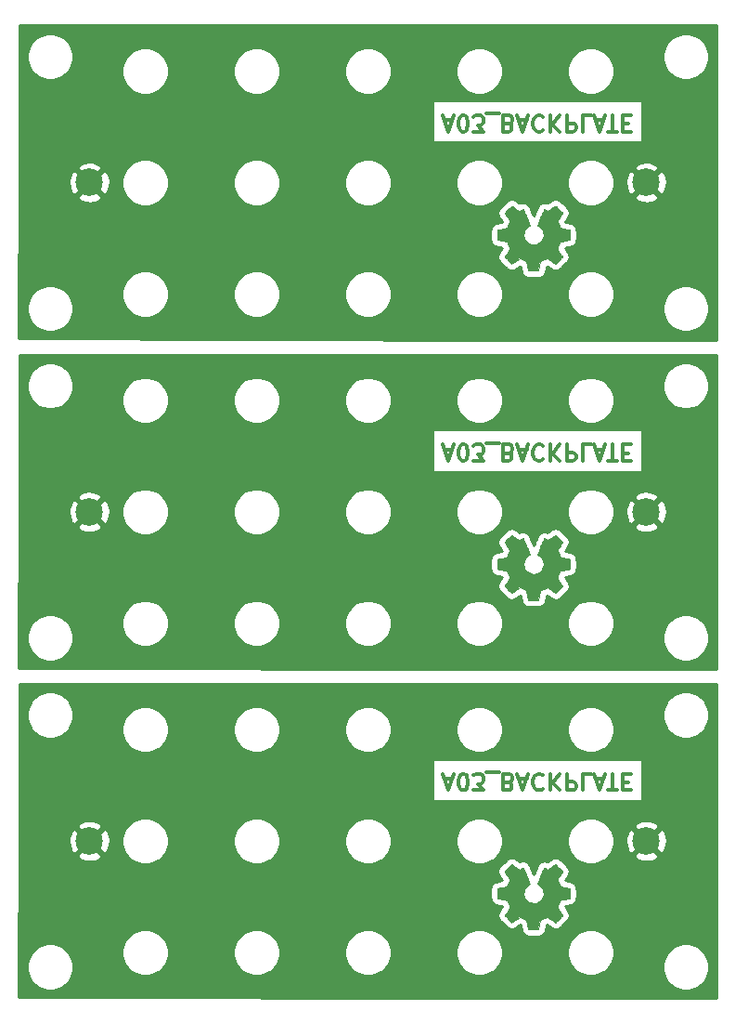
<source format=gbr>
G04 #@! TF.GenerationSoftware,KiCad,Pcbnew,5.1.5-52549c5~86~ubuntu18.04.1*
G04 #@! TF.CreationDate,2020-08-28T13:52:30-05:00*
G04 #@! TF.ProjectId,,58585858-5858-4585-9858-585858585858,rev?*
G04 #@! TF.SameCoordinates,Original*
G04 #@! TF.FileFunction,Copper,L2,Bot*
G04 #@! TF.FilePolarity,Positive*
%FSLAX46Y46*%
G04 Gerber Fmt 4.6, Leading zero omitted, Abs format (unit mm)*
G04 Created by KiCad (PCBNEW 5.1.5-52549c5~86~ubuntu18.04.1) date 2020-08-28 13:52:30*
%MOMM*%
%LPD*%
G04 APERTURE LIST*
%ADD10C,0.300000*%
%ADD11C,0.010000*%
%ADD12C,2.499360*%
%ADD13C,0.254000*%
G04 APERTURE END LIST*
D10*
X138058000Y-125790000D02*
X138772285Y-125790000D01*
X137915142Y-125361428D02*
X138415142Y-126861428D01*
X138915142Y-125361428D01*
X139700857Y-126861428D02*
X139843714Y-126861428D01*
X139986571Y-126790000D01*
X140058000Y-126718571D01*
X140129428Y-126575714D01*
X140200857Y-126290000D01*
X140200857Y-125932857D01*
X140129428Y-125647142D01*
X140058000Y-125504285D01*
X139986571Y-125432857D01*
X139843714Y-125361428D01*
X139700857Y-125361428D01*
X139558000Y-125432857D01*
X139486571Y-125504285D01*
X139415142Y-125647142D01*
X139343714Y-125932857D01*
X139343714Y-126290000D01*
X139415142Y-126575714D01*
X139486571Y-126718571D01*
X139558000Y-126790000D01*
X139700857Y-126861428D01*
X140700857Y-126861428D02*
X141629428Y-126861428D01*
X141129428Y-126290000D01*
X141343714Y-126290000D01*
X141486571Y-126218571D01*
X141558000Y-126147142D01*
X141629428Y-126004285D01*
X141629428Y-125647142D01*
X141558000Y-125504285D01*
X141486571Y-125432857D01*
X141343714Y-125361428D01*
X140915142Y-125361428D01*
X140772285Y-125432857D01*
X140700857Y-125504285D01*
X141915142Y-125218571D02*
X143058000Y-125218571D01*
X143915142Y-126147142D02*
X144129428Y-126075714D01*
X144200857Y-126004285D01*
X144272285Y-125861428D01*
X144272285Y-125647142D01*
X144200857Y-125504285D01*
X144129428Y-125432857D01*
X143986571Y-125361428D01*
X143415142Y-125361428D01*
X143415142Y-126861428D01*
X143915142Y-126861428D01*
X144058000Y-126790000D01*
X144129428Y-126718571D01*
X144200857Y-126575714D01*
X144200857Y-126432857D01*
X144129428Y-126290000D01*
X144058000Y-126218571D01*
X143915142Y-126147142D01*
X143415142Y-126147142D01*
X144843714Y-125790000D02*
X145558000Y-125790000D01*
X144700857Y-125361428D02*
X145200857Y-126861428D01*
X145700857Y-125361428D01*
X147058000Y-125504285D02*
X146986571Y-125432857D01*
X146772285Y-125361428D01*
X146629428Y-125361428D01*
X146415142Y-125432857D01*
X146272285Y-125575714D01*
X146200857Y-125718571D01*
X146129428Y-126004285D01*
X146129428Y-126218571D01*
X146200857Y-126504285D01*
X146272285Y-126647142D01*
X146415142Y-126790000D01*
X146629428Y-126861428D01*
X146772285Y-126861428D01*
X146986571Y-126790000D01*
X147058000Y-126718571D01*
X147700857Y-125361428D02*
X147700857Y-126861428D01*
X148558000Y-125361428D02*
X147915142Y-126218571D01*
X148558000Y-126861428D02*
X147700857Y-126004285D01*
X149200857Y-125361428D02*
X149200857Y-126861428D01*
X149772285Y-126861428D01*
X149915142Y-126790000D01*
X149986571Y-126718571D01*
X150058000Y-126575714D01*
X150058000Y-126361428D01*
X149986571Y-126218571D01*
X149915142Y-126147142D01*
X149772285Y-126075714D01*
X149200857Y-126075714D01*
X151415142Y-125361428D02*
X150700857Y-125361428D01*
X150700857Y-126861428D01*
X151843714Y-125790000D02*
X152558000Y-125790000D01*
X151700857Y-125361428D02*
X152200857Y-126861428D01*
X152700857Y-125361428D01*
X152986571Y-126861428D02*
X153843714Y-126861428D01*
X153415142Y-125361428D02*
X153415142Y-126861428D01*
X154343714Y-126147142D02*
X154843714Y-126147142D01*
X155058000Y-125361428D02*
X154343714Y-125361428D01*
X154343714Y-126861428D01*
X155058000Y-126861428D01*
X138058000Y-95790000D02*
X138772285Y-95790000D01*
X137915142Y-95361428D02*
X138415142Y-96861428D01*
X138915142Y-95361428D01*
X139700857Y-96861428D02*
X139843714Y-96861428D01*
X139986571Y-96790000D01*
X140058000Y-96718571D01*
X140129428Y-96575714D01*
X140200857Y-96290000D01*
X140200857Y-95932857D01*
X140129428Y-95647142D01*
X140058000Y-95504285D01*
X139986571Y-95432857D01*
X139843714Y-95361428D01*
X139700857Y-95361428D01*
X139558000Y-95432857D01*
X139486571Y-95504285D01*
X139415142Y-95647142D01*
X139343714Y-95932857D01*
X139343714Y-96290000D01*
X139415142Y-96575714D01*
X139486571Y-96718571D01*
X139558000Y-96790000D01*
X139700857Y-96861428D01*
X140700857Y-96861428D02*
X141629428Y-96861428D01*
X141129428Y-96290000D01*
X141343714Y-96290000D01*
X141486571Y-96218571D01*
X141558000Y-96147142D01*
X141629428Y-96004285D01*
X141629428Y-95647142D01*
X141558000Y-95504285D01*
X141486571Y-95432857D01*
X141343714Y-95361428D01*
X140915142Y-95361428D01*
X140772285Y-95432857D01*
X140700857Y-95504285D01*
X141915142Y-95218571D02*
X143058000Y-95218571D01*
X143915142Y-96147142D02*
X144129428Y-96075714D01*
X144200857Y-96004285D01*
X144272285Y-95861428D01*
X144272285Y-95647142D01*
X144200857Y-95504285D01*
X144129428Y-95432857D01*
X143986571Y-95361428D01*
X143415142Y-95361428D01*
X143415142Y-96861428D01*
X143915142Y-96861428D01*
X144058000Y-96790000D01*
X144129428Y-96718571D01*
X144200857Y-96575714D01*
X144200857Y-96432857D01*
X144129428Y-96290000D01*
X144058000Y-96218571D01*
X143915142Y-96147142D01*
X143415142Y-96147142D01*
X144843714Y-95790000D02*
X145558000Y-95790000D01*
X144700857Y-95361428D02*
X145200857Y-96861428D01*
X145700857Y-95361428D01*
X147058000Y-95504285D02*
X146986571Y-95432857D01*
X146772285Y-95361428D01*
X146629428Y-95361428D01*
X146415142Y-95432857D01*
X146272285Y-95575714D01*
X146200857Y-95718571D01*
X146129428Y-96004285D01*
X146129428Y-96218571D01*
X146200857Y-96504285D01*
X146272285Y-96647142D01*
X146415142Y-96790000D01*
X146629428Y-96861428D01*
X146772285Y-96861428D01*
X146986571Y-96790000D01*
X147058000Y-96718571D01*
X147700857Y-95361428D02*
X147700857Y-96861428D01*
X148558000Y-95361428D02*
X147915142Y-96218571D01*
X148558000Y-96861428D02*
X147700857Y-96004285D01*
X149200857Y-95361428D02*
X149200857Y-96861428D01*
X149772285Y-96861428D01*
X149915142Y-96790000D01*
X149986571Y-96718571D01*
X150058000Y-96575714D01*
X150058000Y-96361428D01*
X149986571Y-96218571D01*
X149915142Y-96147142D01*
X149772285Y-96075714D01*
X149200857Y-96075714D01*
X151415142Y-95361428D02*
X150700857Y-95361428D01*
X150700857Y-96861428D01*
X151843714Y-95790000D02*
X152558000Y-95790000D01*
X151700857Y-95361428D02*
X152200857Y-96861428D01*
X152700857Y-95361428D01*
X152986571Y-96861428D02*
X153843714Y-96861428D01*
X153415142Y-95361428D02*
X153415142Y-96861428D01*
X154343714Y-96147142D02*
X154843714Y-96147142D01*
X155058000Y-95361428D02*
X154343714Y-95361428D01*
X154343714Y-96861428D01*
X155058000Y-96861428D01*
X138058000Y-65790000D02*
X138772285Y-65790000D01*
X137915142Y-65361428D02*
X138415142Y-66861428D01*
X138915142Y-65361428D01*
X139700857Y-66861428D02*
X139843714Y-66861428D01*
X139986571Y-66790000D01*
X140058000Y-66718571D01*
X140129428Y-66575714D01*
X140200857Y-66290000D01*
X140200857Y-65932857D01*
X140129428Y-65647142D01*
X140058000Y-65504285D01*
X139986571Y-65432857D01*
X139843714Y-65361428D01*
X139700857Y-65361428D01*
X139558000Y-65432857D01*
X139486571Y-65504285D01*
X139415142Y-65647142D01*
X139343714Y-65932857D01*
X139343714Y-66290000D01*
X139415142Y-66575714D01*
X139486571Y-66718571D01*
X139558000Y-66790000D01*
X139700857Y-66861428D01*
X140700857Y-66861428D02*
X141629428Y-66861428D01*
X141129428Y-66290000D01*
X141343714Y-66290000D01*
X141486571Y-66218571D01*
X141558000Y-66147142D01*
X141629428Y-66004285D01*
X141629428Y-65647142D01*
X141558000Y-65504285D01*
X141486571Y-65432857D01*
X141343714Y-65361428D01*
X140915142Y-65361428D01*
X140772285Y-65432857D01*
X140700857Y-65504285D01*
X141915142Y-65218571D02*
X143058000Y-65218571D01*
X143915142Y-66147142D02*
X144129428Y-66075714D01*
X144200857Y-66004285D01*
X144272285Y-65861428D01*
X144272285Y-65647142D01*
X144200857Y-65504285D01*
X144129428Y-65432857D01*
X143986571Y-65361428D01*
X143415142Y-65361428D01*
X143415142Y-66861428D01*
X143915142Y-66861428D01*
X144058000Y-66790000D01*
X144129428Y-66718571D01*
X144200857Y-66575714D01*
X144200857Y-66432857D01*
X144129428Y-66290000D01*
X144058000Y-66218571D01*
X143915142Y-66147142D01*
X143415142Y-66147142D01*
X144843714Y-65790000D02*
X145558000Y-65790000D01*
X144700857Y-65361428D02*
X145200857Y-66861428D01*
X145700857Y-65361428D01*
X147058000Y-65504285D02*
X146986571Y-65432857D01*
X146772285Y-65361428D01*
X146629428Y-65361428D01*
X146415142Y-65432857D01*
X146272285Y-65575714D01*
X146200857Y-65718571D01*
X146129428Y-66004285D01*
X146129428Y-66218571D01*
X146200857Y-66504285D01*
X146272285Y-66647142D01*
X146415142Y-66790000D01*
X146629428Y-66861428D01*
X146772285Y-66861428D01*
X146986571Y-66790000D01*
X147058000Y-66718571D01*
X147700857Y-65361428D02*
X147700857Y-66861428D01*
X148558000Y-65361428D02*
X147915142Y-66218571D01*
X148558000Y-66861428D02*
X147700857Y-66004285D01*
X149200857Y-65361428D02*
X149200857Y-66861428D01*
X149772285Y-66861428D01*
X149915142Y-66790000D01*
X149986571Y-66718571D01*
X150058000Y-66575714D01*
X150058000Y-66361428D01*
X149986571Y-66218571D01*
X149915142Y-66147142D01*
X149772285Y-66075714D01*
X149200857Y-66075714D01*
X151415142Y-65361428D02*
X150700857Y-65361428D01*
X150700857Y-66861428D01*
X151843714Y-65790000D02*
X152558000Y-65790000D01*
X151700857Y-65361428D02*
X152200857Y-66861428D01*
X152700857Y-65361428D01*
X152986571Y-66861428D02*
X153843714Y-66861428D01*
X153415142Y-65361428D02*
X153415142Y-66861428D01*
X154343714Y-66147142D02*
X154843714Y-66147142D01*
X155058000Y-65361428D02*
X154343714Y-65361428D01*
X154343714Y-66861428D01*
X155058000Y-66861428D01*
D11*
G36*
X146732814Y-139086669D02*
G01*
X146816635Y-138642045D01*
X147125920Y-138514547D01*
X147435206Y-138387049D01*
X147806246Y-138639354D01*
X147910157Y-138709604D01*
X148004087Y-138772328D01*
X148083652Y-138824662D01*
X148144470Y-138863743D01*
X148182157Y-138886707D01*
X148192421Y-138891658D01*
X148210910Y-138878924D01*
X148250420Y-138843718D01*
X148306522Y-138790538D01*
X148374787Y-138723882D01*
X148450786Y-138648246D01*
X148530092Y-138568128D01*
X148608275Y-138488026D01*
X148680907Y-138412436D01*
X148743559Y-138345855D01*
X148791803Y-138292782D01*
X148821210Y-138257713D01*
X148828241Y-138245977D01*
X148818123Y-138224340D01*
X148789759Y-138176938D01*
X148746129Y-138108407D01*
X148690218Y-138023385D01*
X148625006Y-137926507D01*
X148587219Y-137871250D01*
X148518343Y-137770352D01*
X148457140Y-137679301D01*
X148406578Y-137602630D01*
X148369628Y-137544872D01*
X148349258Y-137510557D01*
X148346197Y-137503346D01*
X148353136Y-137482852D01*
X148372051Y-137435087D01*
X148400087Y-137366768D01*
X148434391Y-137284611D01*
X148472109Y-137195330D01*
X148510387Y-137105642D01*
X148546370Y-137022262D01*
X148577206Y-136951906D01*
X148600039Y-136901290D01*
X148612017Y-136877129D01*
X148612724Y-136876178D01*
X148631531Y-136871564D01*
X148681618Y-136861272D01*
X148757793Y-136846313D01*
X148854865Y-136827699D01*
X148967643Y-136806441D01*
X149033442Y-136794182D01*
X149153950Y-136771238D01*
X149262797Y-136749405D01*
X149354476Y-136729878D01*
X149423481Y-136713852D01*
X149464304Y-136702521D01*
X149472511Y-136698926D01*
X149480548Y-136674594D01*
X149487033Y-136619641D01*
X149491970Y-136540492D01*
X149495364Y-136443574D01*
X149497218Y-136335313D01*
X149497538Y-136222135D01*
X149496327Y-136110465D01*
X149493590Y-136006732D01*
X149489331Y-135917359D01*
X149483555Y-135848774D01*
X149476267Y-135807403D01*
X149471895Y-135798790D01*
X149445764Y-135788467D01*
X149390393Y-135773708D01*
X149313107Y-135756248D01*
X149221230Y-135737820D01*
X149189158Y-135731859D01*
X149034524Y-135703534D01*
X148912375Y-135680724D01*
X148818673Y-135662520D01*
X148749384Y-135648017D01*
X148700471Y-135636308D01*
X148667897Y-135626485D01*
X148647628Y-135617644D01*
X148635626Y-135608876D01*
X148633947Y-135607143D01*
X148617184Y-135579229D01*
X148591614Y-135524905D01*
X148559788Y-135450823D01*
X148524260Y-135363635D01*
X148487583Y-135269992D01*
X148452311Y-135176548D01*
X148420996Y-135089953D01*
X148396193Y-135016860D01*
X148380454Y-134963922D01*
X148376332Y-134937789D01*
X148376676Y-134936874D01*
X148390641Y-134915514D01*
X148422322Y-134868516D01*
X148468391Y-134800773D01*
X148525518Y-134717177D01*
X148590373Y-134622618D01*
X148608843Y-134595746D01*
X148674699Y-134498325D01*
X148732650Y-134409437D01*
X148779538Y-134334188D01*
X148812207Y-134277680D01*
X148827500Y-134245019D01*
X148828241Y-134241007D01*
X148815392Y-134219916D01*
X148779888Y-134178136D01*
X148726293Y-134120155D01*
X148659171Y-134050465D01*
X148583087Y-133973555D01*
X148502604Y-133893917D01*
X148422287Y-133816039D01*
X148346699Y-133744414D01*
X148280405Y-133683530D01*
X148227969Y-133637879D01*
X148193955Y-133611950D01*
X148184545Y-133607717D01*
X148162643Y-133617688D01*
X148117800Y-133644580D01*
X148057321Y-133683864D01*
X148010789Y-133715483D01*
X147926475Y-133773502D01*
X147826626Y-133841816D01*
X147726473Y-133910021D01*
X147672627Y-133946525D01*
X147490371Y-134069800D01*
X147337381Y-133987080D01*
X147267682Y-133950841D01*
X147208414Y-133922674D01*
X147168311Y-133906609D01*
X147158103Y-133904374D01*
X147145829Y-133920878D01*
X147121613Y-133967518D01*
X147087263Y-134039991D01*
X147044588Y-134133994D01*
X146995394Y-134245226D01*
X146941490Y-134369385D01*
X146884684Y-134502168D01*
X146826782Y-134639273D01*
X146769593Y-134776398D01*
X146714924Y-134909242D01*
X146664584Y-135033502D01*
X146620380Y-135144875D01*
X146584119Y-135239061D01*
X146557609Y-135311756D01*
X146542658Y-135358659D01*
X146540254Y-135374767D01*
X146559311Y-135395314D01*
X146601036Y-135428667D01*
X146656706Y-135467898D01*
X146661378Y-135471001D01*
X146805264Y-135586177D01*
X146921283Y-135720547D01*
X147008430Y-135869816D01*
X147065699Y-136029687D01*
X147092086Y-136195863D01*
X147086585Y-136364048D01*
X147048190Y-136529945D01*
X146975895Y-136689258D01*
X146954626Y-136724113D01*
X146843996Y-136864863D01*
X146713302Y-136977886D01*
X146567064Y-137062597D01*
X146409808Y-137118406D01*
X146246057Y-137144726D01*
X146080333Y-137140970D01*
X145917162Y-137106550D01*
X145761065Y-137040877D01*
X145616567Y-136943365D01*
X145571869Y-136903787D01*
X145458112Y-136779897D01*
X145375218Y-136649476D01*
X145318356Y-136503285D01*
X145286687Y-136358512D01*
X145278869Y-136195740D01*
X145304938Y-136032160D01*
X145362245Y-135873302D01*
X145448144Y-135724694D01*
X145559986Y-135591865D01*
X145695123Y-135480344D01*
X145712883Y-135468589D01*
X145769150Y-135430092D01*
X145811923Y-135396737D01*
X145832372Y-135375440D01*
X145832669Y-135374767D01*
X145828279Y-135351729D01*
X145810876Y-135299443D01*
X145782268Y-135222210D01*
X145744265Y-135124332D01*
X145698674Y-135010109D01*
X145647303Y-134883842D01*
X145591962Y-134749833D01*
X145534458Y-134612382D01*
X145476601Y-134475792D01*
X145420198Y-134344363D01*
X145367058Y-134222395D01*
X145318990Y-134114191D01*
X145277801Y-134024051D01*
X145245301Y-133956277D01*
X145223297Y-133915170D01*
X145214436Y-133904374D01*
X145187360Y-133912781D01*
X145136697Y-133935328D01*
X145071183Y-133967987D01*
X145035159Y-133987080D01*
X144882168Y-134069800D01*
X144699912Y-133946525D01*
X144606875Y-133883372D01*
X144505015Y-133813873D01*
X144409562Y-133748435D01*
X144361750Y-133715483D01*
X144294505Y-133670327D01*
X144237564Y-133634543D01*
X144198354Y-133612662D01*
X144185619Y-133608037D01*
X144167083Y-133620515D01*
X144126059Y-133655348D01*
X144066525Y-133708922D01*
X143992458Y-133777617D01*
X143907835Y-133857819D01*
X143854315Y-133909314D01*
X143760681Y-134001314D01*
X143679759Y-134083601D01*
X143614823Y-134152655D01*
X143569142Y-134204956D01*
X143545989Y-134236984D01*
X143543768Y-134243484D01*
X143554076Y-134268206D01*
X143582561Y-134318195D01*
X143626063Y-134388388D01*
X143681423Y-134473725D01*
X143745480Y-134569144D01*
X143763697Y-134595746D01*
X143830073Y-134692433D01*
X143889622Y-134779483D01*
X143939016Y-134852005D01*
X143974925Y-134905107D01*
X143994019Y-134933897D01*
X143995864Y-134936874D01*
X143993105Y-134959818D01*
X143978462Y-135010264D01*
X143954487Y-135081559D01*
X143923734Y-135167053D01*
X143888756Y-135260093D01*
X143852107Y-135354026D01*
X143816339Y-135442201D01*
X143784006Y-135517966D01*
X143757662Y-135574669D01*
X143739858Y-135605657D01*
X143738593Y-135607143D01*
X143727706Y-135615999D01*
X143709318Y-135624757D01*
X143679394Y-135634323D01*
X143633897Y-135645604D01*
X143568791Y-135659507D01*
X143480039Y-135676937D01*
X143363607Y-135698802D01*
X143215458Y-135726009D01*
X143183382Y-135731859D01*
X143088314Y-135750226D01*
X143005435Y-135768195D01*
X142942070Y-135784031D01*
X142905542Y-135796000D01*
X142900644Y-135798790D01*
X142892573Y-135823528D01*
X142886013Y-135878810D01*
X142880967Y-135958211D01*
X142877441Y-136055304D01*
X142875439Y-136163662D01*
X142874964Y-136276860D01*
X142876023Y-136388472D01*
X142878618Y-136492071D01*
X142882754Y-136581232D01*
X142888437Y-136649528D01*
X142895669Y-136690534D01*
X142900029Y-136698926D01*
X142924302Y-136707392D01*
X142979574Y-136721165D01*
X143060338Y-136739050D01*
X143161088Y-136759852D01*
X143276317Y-136782377D01*
X143339098Y-136794182D01*
X143458213Y-136816449D01*
X143564435Y-136836621D01*
X143652573Y-136853685D01*
X143717434Y-136866631D01*
X143753826Y-136874445D01*
X143759816Y-136876178D01*
X143769939Y-136895710D01*
X143791338Y-136942757D01*
X143821161Y-137010597D01*
X143856555Y-137092509D01*
X143894668Y-137181772D01*
X143932647Y-137271665D01*
X143967640Y-137355465D01*
X143996794Y-137426453D01*
X144017257Y-137477906D01*
X144026177Y-137503103D01*
X144026343Y-137504204D01*
X144016231Y-137524081D01*
X143987883Y-137569823D01*
X143944277Y-137636883D01*
X143888394Y-137720716D01*
X143823213Y-137816774D01*
X143785321Y-137871950D01*
X143716275Y-137973119D01*
X143654950Y-138064970D01*
X143604337Y-138142856D01*
X143567429Y-138202131D01*
X143547218Y-138238149D01*
X143544299Y-138246223D01*
X143556847Y-138265016D01*
X143591537Y-138305143D01*
X143643937Y-138362107D01*
X143709616Y-138431415D01*
X143784144Y-138508569D01*
X143863087Y-138589075D01*
X143942017Y-138668437D01*
X144016500Y-138742160D01*
X144082106Y-138805748D01*
X144134404Y-138854706D01*
X144168961Y-138884539D01*
X144180522Y-138891658D01*
X144199346Y-138881647D01*
X144244369Y-138853522D01*
X144311213Y-138810146D01*
X144395501Y-138754382D01*
X144492856Y-138689094D01*
X144566293Y-138639354D01*
X144937333Y-138387049D01*
X145555905Y-138642045D01*
X145639725Y-139086669D01*
X145723546Y-139531293D01*
X146648994Y-139531293D01*
X146732814Y-139086669D01*
G37*
X146732814Y-139086669D02*
X146816635Y-138642045D01*
X147125920Y-138514547D01*
X147435206Y-138387049D01*
X147806246Y-138639354D01*
X147910157Y-138709604D01*
X148004087Y-138772328D01*
X148083652Y-138824662D01*
X148144470Y-138863743D01*
X148182157Y-138886707D01*
X148192421Y-138891658D01*
X148210910Y-138878924D01*
X148250420Y-138843718D01*
X148306522Y-138790538D01*
X148374787Y-138723882D01*
X148450786Y-138648246D01*
X148530092Y-138568128D01*
X148608275Y-138488026D01*
X148680907Y-138412436D01*
X148743559Y-138345855D01*
X148791803Y-138292782D01*
X148821210Y-138257713D01*
X148828241Y-138245977D01*
X148818123Y-138224340D01*
X148789759Y-138176938D01*
X148746129Y-138108407D01*
X148690218Y-138023385D01*
X148625006Y-137926507D01*
X148587219Y-137871250D01*
X148518343Y-137770352D01*
X148457140Y-137679301D01*
X148406578Y-137602630D01*
X148369628Y-137544872D01*
X148349258Y-137510557D01*
X148346197Y-137503346D01*
X148353136Y-137482852D01*
X148372051Y-137435087D01*
X148400087Y-137366768D01*
X148434391Y-137284611D01*
X148472109Y-137195330D01*
X148510387Y-137105642D01*
X148546370Y-137022262D01*
X148577206Y-136951906D01*
X148600039Y-136901290D01*
X148612017Y-136877129D01*
X148612724Y-136876178D01*
X148631531Y-136871564D01*
X148681618Y-136861272D01*
X148757793Y-136846313D01*
X148854865Y-136827699D01*
X148967643Y-136806441D01*
X149033442Y-136794182D01*
X149153950Y-136771238D01*
X149262797Y-136749405D01*
X149354476Y-136729878D01*
X149423481Y-136713852D01*
X149464304Y-136702521D01*
X149472511Y-136698926D01*
X149480548Y-136674594D01*
X149487033Y-136619641D01*
X149491970Y-136540492D01*
X149495364Y-136443574D01*
X149497218Y-136335313D01*
X149497538Y-136222135D01*
X149496327Y-136110465D01*
X149493590Y-136006732D01*
X149489331Y-135917359D01*
X149483555Y-135848774D01*
X149476267Y-135807403D01*
X149471895Y-135798790D01*
X149445764Y-135788467D01*
X149390393Y-135773708D01*
X149313107Y-135756248D01*
X149221230Y-135737820D01*
X149189158Y-135731859D01*
X149034524Y-135703534D01*
X148912375Y-135680724D01*
X148818673Y-135662520D01*
X148749384Y-135648017D01*
X148700471Y-135636308D01*
X148667897Y-135626485D01*
X148647628Y-135617644D01*
X148635626Y-135608876D01*
X148633947Y-135607143D01*
X148617184Y-135579229D01*
X148591614Y-135524905D01*
X148559788Y-135450823D01*
X148524260Y-135363635D01*
X148487583Y-135269992D01*
X148452311Y-135176548D01*
X148420996Y-135089953D01*
X148396193Y-135016860D01*
X148380454Y-134963922D01*
X148376332Y-134937789D01*
X148376676Y-134936874D01*
X148390641Y-134915514D01*
X148422322Y-134868516D01*
X148468391Y-134800773D01*
X148525518Y-134717177D01*
X148590373Y-134622618D01*
X148608843Y-134595746D01*
X148674699Y-134498325D01*
X148732650Y-134409437D01*
X148779538Y-134334188D01*
X148812207Y-134277680D01*
X148827500Y-134245019D01*
X148828241Y-134241007D01*
X148815392Y-134219916D01*
X148779888Y-134178136D01*
X148726293Y-134120155D01*
X148659171Y-134050465D01*
X148583087Y-133973555D01*
X148502604Y-133893917D01*
X148422287Y-133816039D01*
X148346699Y-133744414D01*
X148280405Y-133683530D01*
X148227969Y-133637879D01*
X148193955Y-133611950D01*
X148184545Y-133607717D01*
X148162643Y-133617688D01*
X148117800Y-133644580D01*
X148057321Y-133683864D01*
X148010789Y-133715483D01*
X147926475Y-133773502D01*
X147826626Y-133841816D01*
X147726473Y-133910021D01*
X147672627Y-133946525D01*
X147490371Y-134069800D01*
X147337381Y-133987080D01*
X147267682Y-133950841D01*
X147208414Y-133922674D01*
X147168311Y-133906609D01*
X147158103Y-133904374D01*
X147145829Y-133920878D01*
X147121613Y-133967518D01*
X147087263Y-134039991D01*
X147044588Y-134133994D01*
X146995394Y-134245226D01*
X146941490Y-134369385D01*
X146884684Y-134502168D01*
X146826782Y-134639273D01*
X146769593Y-134776398D01*
X146714924Y-134909242D01*
X146664584Y-135033502D01*
X146620380Y-135144875D01*
X146584119Y-135239061D01*
X146557609Y-135311756D01*
X146542658Y-135358659D01*
X146540254Y-135374767D01*
X146559311Y-135395314D01*
X146601036Y-135428667D01*
X146656706Y-135467898D01*
X146661378Y-135471001D01*
X146805264Y-135586177D01*
X146921283Y-135720547D01*
X147008430Y-135869816D01*
X147065699Y-136029687D01*
X147092086Y-136195863D01*
X147086585Y-136364048D01*
X147048190Y-136529945D01*
X146975895Y-136689258D01*
X146954626Y-136724113D01*
X146843996Y-136864863D01*
X146713302Y-136977886D01*
X146567064Y-137062597D01*
X146409808Y-137118406D01*
X146246057Y-137144726D01*
X146080333Y-137140970D01*
X145917162Y-137106550D01*
X145761065Y-137040877D01*
X145616567Y-136943365D01*
X145571869Y-136903787D01*
X145458112Y-136779897D01*
X145375218Y-136649476D01*
X145318356Y-136503285D01*
X145286687Y-136358512D01*
X145278869Y-136195740D01*
X145304938Y-136032160D01*
X145362245Y-135873302D01*
X145448144Y-135724694D01*
X145559986Y-135591865D01*
X145695123Y-135480344D01*
X145712883Y-135468589D01*
X145769150Y-135430092D01*
X145811923Y-135396737D01*
X145832372Y-135375440D01*
X145832669Y-135374767D01*
X145828279Y-135351729D01*
X145810876Y-135299443D01*
X145782268Y-135222210D01*
X145744265Y-135124332D01*
X145698674Y-135010109D01*
X145647303Y-134883842D01*
X145591962Y-134749833D01*
X145534458Y-134612382D01*
X145476601Y-134475792D01*
X145420198Y-134344363D01*
X145367058Y-134222395D01*
X145318990Y-134114191D01*
X145277801Y-134024051D01*
X145245301Y-133956277D01*
X145223297Y-133915170D01*
X145214436Y-133904374D01*
X145187360Y-133912781D01*
X145136697Y-133935328D01*
X145071183Y-133967987D01*
X145035159Y-133987080D01*
X144882168Y-134069800D01*
X144699912Y-133946525D01*
X144606875Y-133883372D01*
X144505015Y-133813873D01*
X144409562Y-133748435D01*
X144361750Y-133715483D01*
X144294505Y-133670327D01*
X144237564Y-133634543D01*
X144198354Y-133612662D01*
X144185619Y-133608037D01*
X144167083Y-133620515D01*
X144126059Y-133655348D01*
X144066525Y-133708922D01*
X143992458Y-133777617D01*
X143907835Y-133857819D01*
X143854315Y-133909314D01*
X143760681Y-134001314D01*
X143679759Y-134083601D01*
X143614823Y-134152655D01*
X143569142Y-134204956D01*
X143545989Y-134236984D01*
X143543768Y-134243484D01*
X143554076Y-134268206D01*
X143582561Y-134318195D01*
X143626063Y-134388388D01*
X143681423Y-134473725D01*
X143745480Y-134569144D01*
X143763697Y-134595746D01*
X143830073Y-134692433D01*
X143889622Y-134779483D01*
X143939016Y-134852005D01*
X143974925Y-134905107D01*
X143994019Y-134933897D01*
X143995864Y-134936874D01*
X143993105Y-134959818D01*
X143978462Y-135010264D01*
X143954487Y-135081559D01*
X143923734Y-135167053D01*
X143888756Y-135260093D01*
X143852107Y-135354026D01*
X143816339Y-135442201D01*
X143784006Y-135517966D01*
X143757662Y-135574669D01*
X143739858Y-135605657D01*
X143738593Y-135607143D01*
X143727706Y-135615999D01*
X143709318Y-135624757D01*
X143679394Y-135634323D01*
X143633897Y-135645604D01*
X143568791Y-135659507D01*
X143480039Y-135676937D01*
X143363607Y-135698802D01*
X143215458Y-135726009D01*
X143183382Y-135731859D01*
X143088314Y-135750226D01*
X143005435Y-135768195D01*
X142942070Y-135784031D01*
X142905542Y-135796000D01*
X142900644Y-135798790D01*
X142892573Y-135823528D01*
X142886013Y-135878810D01*
X142880967Y-135958211D01*
X142877441Y-136055304D01*
X142875439Y-136163662D01*
X142874964Y-136276860D01*
X142876023Y-136388472D01*
X142878618Y-136492071D01*
X142882754Y-136581232D01*
X142888437Y-136649528D01*
X142895669Y-136690534D01*
X142900029Y-136698926D01*
X142924302Y-136707392D01*
X142979574Y-136721165D01*
X143060338Y-136739050D01*
X143161088Y-136759852D01*
X143276317Y-136782377D01*
X143339098Y-136794182D01*
X143458213Y-136816449D01*
X143564435Y-136836621D01*
X143652573Y-136853685D01*
X143717434Y-136866631D01*
X143753826Y-136874445D01*
X143759816Y-136876178D01*
X143769939Y-136895710D01*
X143791338Y-136942757D01*
X143821161Y-137010597D01*
X143856555Y-137092509D01*
X143894668Y-137181772D01*
X143932647Y-137271665D01*
X143967640Y-137355465D01*
X143996794Y-137426453D01*
X144017257Y-137477906D01*
X144026177Y-137503103D01*
X144026343Y-137504204D01*
X144016231Y-137524081D01*
X143987883Y-137569823D01*
X143944277Y-137636883D01*
X143888394Y-137720716D01*
X143823213Y-137816774D01*
X143785321Y-137871950D01*
X143716275Y-137973119D01*
X143654950Y-138064970D01*
X143604337Y-138142856D01*
X143567429Y-138202131D01*
X143547218Y-138238149D01*
X143544299Y-138246223D01*
X143556847Y-138265016D01*
X143591537Y-138305143D01*
X143643937Y-138362107D01*
X143709616Y-138431415D01*
X143784144Y-138508569D01*
X143863087Y-138589075D01*
X143942017Y-138668437D01*
X144016500Y-138742160D01*
X144082106Y-138805748D01*
X144134404Y-138854706D01*
X144168961Y-138884539D01*
X144180522Y-138891658D01*
X144199346Y-138881647D01*
X144244369Y-138853522D01*
X144311213Y-138810146D01*
X144395501Y-138754382D01*
X144492856Y-138689094D01*
X144566293Y-138639354D01*
X144937333Y-138387049D01*
X145555905Y-138642045D01*
X145639725Y-139086669D01*
X145723546Y-139531293D01*
X146648994Y-139531293D01*
X146732814Y-139086669D01*
G36*
X146732814Y-109086669D02*
G01*
X146816635Y-108642045D01*
X147125920Y-108514547D01*
X147435206Y-108387049D01*
X147806246Y-108639354D01*
X147910157Y-108709604D01*
X148004087Y-108772328D01*
X148083652Y-108824662D01*
X148144470Y-108863743D01*
X148182157Y-108886707D01*
X148192421Y-108891658D01*
X148210910Y-108878924D01*
X148250420Y-108843718D01*
X148306522Y-108790538D01*
X148374787Y-108723882D01*
X148450786Y-108648246D01*
X148530092Y-108568128D01*
X148608275Y-108488026D01*
X148680907Y-108412436D01*
X148743559Y-108345855D01*
X148791803Y-108292782D01*
X148821210Y-108257713D01*
X148828241Y-108245977D01*
X148818123Y-108224340D01*
X148789759Y-108176938D01*
X148746129Y-108108407D01*
X148690218Y-108023385D01*
X148625006Y-107926507D01*
X148587219Y-107871250D01*
X148518343Y-107770352D01*
X148457140Y-107679301D01*
X148406578Y-107602630D01*
X148369628Y-107544872D01*
X148349258Y-107510557D01*
X148346197Y-107503346D01*
X148353136Y-107482852D01*
X148372051Y-107435087D01*
X148400087Y-107366768D01*
X148434391Y-107284611D01*
X148472109Y-107195330D01*
X148510387Y-107105642D01*
X148546370Y-107022262D01*
X148577206Y-106951906D01*
X148600039Y-106901290D01*
X148612017Y-106877129D01*
X148612724Y-106876178D01*
X148631531Y-106871564D01*
X148681618Y-106861272D01*
X148757793Y-106846313D01*
X148854865Y-106827699D01*
X148967643Y-106806441D01*
X149033442Y-106794182D01*
X149153950Y-106771238D01*
X149262797Y-106749405D01*
X149354476Y-106729878D01*
X149423481Y-106713852D01*
X149464304Y-106702521D01*
X149472511Y-106698926D01*
X149480548Y-106674594D01*
X149487033Y-106619641D01*
X149491970Y-106540492D01*
X149495364Y-106443574D01*
X149497218Y-106335313D01*
X149497538Y-106222135D01*
X149496327Y-106110465D01*
X149493590Y-106006732D01*
X149489331Y-105917359D01*
X149483555Y-105848774D01*
X149476267Y-105807403D01*
X149471895Y-105798790D01*
X149445764Y-105788467D01*
X149390393Y-105773708D01*
X149313107Y-105756248D01*
X149221230Y-105737820D01*
X149189158Y-105731859D01*
X149034524Y-105703534D01*
X148912375Y-105680724D01*
X148818673Y-105662520D01*
X148749384Y-105648017D01*
X148700471Y-105636308D01*
X148667897Y-105626485D01*
X148647628Y-105617644D01*
X148635626Y-105608876D01*
X148633947Y-105607143D01*
X148617184Y-105579229D01*
X148591614Y-105524905D01*
X148559788Y-105450823D01*
X148524260Y-105363635D01*
X148487583Y-105269992D01*
X148452311Y-105176548D01*
X148420996Y-105089953D01*
X148396193Y-105016860D01*
X148380454Y-104963922D01*
X148376332Y-104937789D01*
X148376676Y-104936874D01*
X148390641Y-104915514D01*
X148422322Y-104868516D01*
X148468391Y-104800773D01*
X148525518Y-104717177D01*
X148590373Y-104622618D01*
X148608843Y-104595746D01*
X148674699Y-104498325D01*
X148732650Y-104409437D01*
X148779538Y-104334188D01*
X148812207Y-104277680D01*
X148827500Y-104245019D01*
X148828241Y-104241007D01*
X148815392Y-104219916D01*
X148779888Y-104178136D01*
X148726293Y-104120155D01*
X148659171Y-104050465D01*
X148583087Y-103973555D01*
X148502604Y-103893917D01*
X148422287Y-103816039D01*
X148346699Y-103744414D01*
X148280405Y-103683530D01*
X148227969Y-103637879D01*
X148193955Y-103611950D01*
X148184545Y-103607717D01*
X148162643Y-103617688D01*
X148117800Y-103644580D01*
X148057321Y-103683864D01*
X148010789Y-103715483D01*
X147926475Y-103773502D01*
X147826626Y-103841816D01*
X147726473Y-103910021D01*
X147672627Y-103946525D01*
X147490371Y-104069800D01*
X147337381Y-103987080D01*
X147267682Y-103950841D01*
X147208414Y-103922674D01*
X147168311Y-103906609D01*
X147158103Y-103904374D01*
X147145829Y-103920878D01*
X147121613Y-103967518D01*
X147087263Y-104039991D01*
X147044588Y-104133994D01*
X146995394Y-104245226D01*
X146941490Y-104369385D01*
X146884684Y-104502168D01*
X146826782Y-104639273D01*
X146769593Y-104776398D01*
X146714924Y-104909242D01*
X146664584Y-105033502D01*
X146620380Y-105144875D01*
X146584119Y-105239061D01*
X146557609Y-105311756D01*
X146542658Y-105358659D01*
X146540254Y-105374767D01*
X146559311Y-105395314D01*
X146601036Y-105428667D01*
X146656706Y-105467898D01*
X146661378Y-105471001D01*
X146805264Y-105586177D01*
X146921283Y-105720547D01*
X147008430Y-105869816D01*
X147065699Y-106029687D01*
X147092086Y-106195863D01*
X147086585Y-106364048D01*
X147048190Y-106529945D01*
X146975895Y-106689258D01*
X146954626Y-106724113D01*
X146843996Y-106864863D01*
X146713302Y-106977886D01*
X146567064Y-107062597D01*
X146409808Y-107118406D01*
X146246057Y-107144726D01*
X146080333Y-107140970D01*
X145917162Y-107106550D01*
X145761065Y-107040877D01*
X145616567Y-106943365D01*
X145571869Y-106903787D01*
X145458112Y-106779897D01*
X145375218Y-106649476D01*
X145318356Y-106503285D01*
X145286687Y-106358512D01*
X145278869Y-106195740D01*
X145304938Y-106032160D01*
X145362245Y-105873302D01*
X145448144Y-105724694D01*
X145559986Y-105591865D01*
X145695123Y-105480344D01*
X145712883Y-105468589D01*
X145769150Y-105430092D01*
X145811923Y-105396737D01*
X145832372Y-105375440D01*
X145832669Y-105374767D01*
X145828279Y-105351729D01*
X145810876Y-105299443D01*
X145782268Y-105222210D01*
X145744265Y-105124332D01*
X145698674Y-105010109D01*
X145647303Y-104883842D01*
X145591962Y-104749833D01*
X145534458Y-104612382D01*
X145476601Y-104475792D01*
X145420198Y-104344363D01*
X145367058Y-104222395D01*
X145318990Y-104114191D01*
X145277801Y-104024051D01*
X145245301Y-103956277D01*
X145223297Y-103915170D01*
X145214436Y-103904374D01*
X145187360Y-103912781D01*
X145136697Y-103935328D01*
X145071183Y-103967987D01*
X145035159Y-103987080D01*
X144882168Y-104069800D01*
X144699912Y-103946525D01*
X144606875Y-103883372D01*
X144505015Y-103813873D01*
X144409562Y-103748435D01*
X144361750Y-103715483D01*
X144294505Y-103670327D01*
X144237564Y-103634543D01*
X144198354Y-103612662D01*
X144185619Y-103608037D01*
X144167083Y-103620515D01*
X144126059Y-103655348D01*
X144066525Y-103708922D01*
X143992458Y-103777617D01*
X143907835Y-103857819D01*
X143854315Y-103909314D01*
X143760681Y-104001314D01*
X143679759Y-104083601D01*
X143614823Y-104152655D01*
X143569142Y-104204956D01*
X143545989Y-104236984D01*
X143543768Y-104243484D01*
X143554076Y-104268206D01*
X143582561Y-104318195D01*
X143626063Y-104388388D01*
X143681423Y-104473725D01*
X143745480Y-104569144D01*
X143763697Y-104595746D01*
X143830073Y-104692433D01*
X143889622Y-104779483D01*
X143939016Y-104852005D01*
X143974925Y-104905107D01*
X143994019Y-104933897D01*
X143995864Y-104936874D01*
X143993105Y-104959818D01*
X143978462Y-105010264D01*
X143954487Y-105081559D01*
X143923734Y-105167053D01*
X143888756Y-105260093D01*
X143852107Y-105354026D01*
X143816339Y-105442201D01*
X143784006Y-105517966D01*
X143757662Y-105574669D01*
X143739858Y-105605657D01*
X143738593Y-105607143D01*
X143727706Y-105615999D01*
X143709318Y-105624757D01*
X143679394Y-105634323D01*
X143633897Y-105645604D01*
X143568791Y-105659507D01*
X143480039Y-105676937D01*
X143363607Y-105698802D01*
X143215458Y-105726009D01*
X143183382Y-105731859D01*
X143088314Y-105750226D01*
X143005435Y-105768195D01*
X142942070Y-105784031D01*
X142905542Y-105796000D01*
X142900644Y-105798790D01*
X142892573Y-105823528D01*
X142886013Y-105878810D01*
X142880967Y-105958211D01*
X142877441Y-106055304D01*
X142875439Y-106163662D01*
X142874964Y-106276860D01*
X142876023Y-106388472D01*
X142878618Y-106492071D01*
X142882754Y-106581232D01*
X142888437Y-106649528D01*
X142895669Y-106690534D01*
X142900029Y-106698926D01*
X142924302Y-106707392D01*
X142979574Y-106721165D01*
X143060338Y-106739050D01*
X143161088Y-106759852D01*
X143276317Y-106782377D01*
X143339098Y-106794182D01*
X143458213Y-106816449D01*
X143564435Y-106836621D01*
X143652573Y-106853685D01*
X143717434Y-106866631D01*
X143753826Y-106874445D01*
X143759816Y-106876178D01*
X143769939Y-106895710D01*
X143791338Y-106942757D01*
X143821161Y-107010597D01*
X143856555Y-107092509D01*
X143894668Y-107181772D01*
X143932647Y-107271665D01*
X143967640Y-107355465D01*
X143996794Y-107426453D01*
X144017257Y-107477906D01*
X144026177Y-107503103D01*
X144026343Y-107504204D01*
X144016231Y-107524081D01*
X143987883Y-107569823D01*
X143944277Y-107636883D01*
X143888394Y-107720716D01*
X143823213Y-107816774D01*
X143785321Y-107871950D01*
X143716275Y-107973119D01*
X143654950Y-108064970D01*
X143604337Y-108142856D01*
X143567429Y-108202131D01*
X143547218Y-108238149D01*
X143544299Y-108246223D01*
X143556847Y-108265016D01*
X143591537Y-108305143D01*
X143643937Y-108362107D01*
X143709616Y-108431415D01*
X143784144Y-108508569D01*
X143863087Y-108589075D01*
X143942017Y-108668437D01*
X144016500Y-108742160D01*
X144082106Y-108805748D01*
X144134404Y-108854706D01*
X144168961Y-108884539D01*
X144180522Y-108891658D01*
X144199346Y-108881647D01*
X144244369Y-108853522D01*
X144311213Y-108810146D01*
X144395501Y-108754382D01*
X144492856Y-108689094D01*
X144566293Y-108639354D01*
X144937333Y-108387049D01*
X145555905Y-108642045D01*
X145639725Y-109086669D01*
X145723546Y-109531293D01*
X146648994Y-109531293D01*
X146732814Y-109086669D01*
G37*
X146732814Y-109086669D02*
X146816635Y-108642045D01*
X147125920Y-108514547D01*
X147435206Y-108387049D01*
X147806246Y-108639354D01*
X147910157Y-108709604D01*
X148004087Y-108772328D01*
X148083652Y-108824662D01*
X148144470Y-108863743D01*
X148182157Y-108886707D01*
X148192421Y-108891658D01*
X148210910Y-108878924D01*
X148250420Y-108843718D01*
X148306522Y-108790538D01*
X148374787Y-108723882D01*
X148450786Y-108648246D01*
X148530092Y-108568128D01*
X148608275Y-108488026D01*
X148680907Y-108412436D01*
X148743559Y-108345855D01*
X148791803Y-108292782D01*
X148821210Y-108257713D01*
X148828241Y-108245977D01*
X148818123Y-108224340D01*
X148789759Y-108176938D01*
X148746129Y-108108407D01*
X148690218Y-108023385D01*
X148625006Y-107926507D01*
X148587219Y-107871250D01*
X148518343Y-107770352D01*
X148457140Y-107679301D01*
X148406578Y-107602630D01*
X148369628Y-107544872D01*
X148349258Y-107510557D01*
X148346197Y-107503346D01*
X148353136Y-107482852D01*
X148372051Y-107435087D01*
X148400087Y-107366768D01*
X148434391Y-107284611D01*
X148472109Y-107195330D01*
X148510387Y-107105642D01*
X148546370Y-107022262D01*
X148577206Y-106951906D01*
X148600039Y-106901290D01*
X148612017Y-106877129D01*
X148612724Y-106876178D01*
X148631531Y-106871564D01*
X148681618Y-106861272D01*
X148757793Y-106846313D01*
X148854865Y-106827699D01*
X148967643Y-106806441D01*
X149033442Y-106794182D01*
X149153950Y-106771238D01*
X149262797Y-106749405D01*
X149354476Y-106729878D01*
X149423481Y-106713852D01*
X149464304Y-106702521D01*
X149472511Y-106698926D01*
X149480548Y-106674594D01*
X149487033Y-106619641D01*
X149491970Y-106540492D01*
X149495364Y-106443574D01*
X149497218Y-106335313D01*
X149497538Y-106222135D01*
X149496327Y-106110465D01*
X149493590Y-106006732D01*
X149489331Y-105917359D01*
X149483555Y-105848774D01*
X149476267Y-105807403D01*
X149471895Y-105798790D01*
X149445764Y-105788467D01*
X149390393Y-105773708D01*
X149313107Y-105756248D01*
X149221230Y-105737820D01*
X149189158Y-105731859D01*
X149034524Y-105703534D01*
X148912375Y-105680724D01*
X148818673Y-105662520D01*
X148749384Y-105648017D01*
X148700471Y-105636308D01*
X148667897Y-105626485D01*
X148647628Y-105617644D01*
X148635626Y-105608876D01*
X148633947Y-105607143D01*
X148617184Y-105579229D01*
X148591614Y-105524905D01*
X148559788Y-105450823D01*
X148524260Y-105363635D01*
X148487583Y-105269992D01*
X148452311Y-105176548D01*
X148420996Y-105089953D01*
X148396193Y-105016860D01*
X148380454Y-104963922D01*
X148376332Y-104937789D01*
X148376676Y-104936874D01*
X148390641Y-104915514D01*
X148422322Y-104868516D01*
X148468391Y-104800773D01*
X148525518Y-104717177D01*
X148590373Y-104622618D01*
X148608843Y-104595746D01*
X148674699Y-104498325D01*
X148732650Y-104409437D01*
X148779538Y-104334188D01*
X148812207Y-104277680D01*
X148827500Y-104245019D01*
X148828241Y-104241007D01*
X148815392Y-104219916D01*
X148779888Y-104178136D01*
X148726293Y-104120155D01*
X148659171Y-104050465D01*
X148583087Y-103973555D01*
X148502604Y-103893917D01*
X148422287Y-103816039D01*
X148346699Y-103744414D01*
X148280405Y-103683530D01*
X148227969Y-103637879D01*
X148193955Y-103611950D01*
X148184545Y-103607717D01*
X148162643Y-103617688D01*
X148117800Y-103644580D01*
X148057321Y-103683864D01*
X148010789Y-103715483D01*
X147926475Y-103773502D01*
X147826626Y-103841816D01*
X147726473Y-103910021D01*
X147672627Y-103946525D01*
X147490371Y-104069800D01*
X147337381Y-103987080D01*
X147267682Y-103950841D01*
X147208414Y-103922674D01*
X147168311Y-103906609D01*
X147158103Y-103904374D01*
X147145829Y-103920878D01*
X147121613Y-103967518D01*
X147087263Y-104039991D01*
X147044588Y-104133994D01*
X146995394Y-104245226D01*
X146941490Y-104369385D01*
X146884684Y-104502168D01*
X146826782Y-104639273D01*
X146769593Y-104776398D01*
X146714924Y-104909242D01*
X146664584Y-105033502D01*
X146620380Y-105144875D01*
X146584119Y-105239061D01*
X146557609Y-105311756D01*
X146542658Y-105358659D01*
X146540254Y-105374767D01*
X146559311Y-105395314D01*
X146601036Y-105428667D01*
X146656706Y-105467898D01*
X146661378Y-105471001D01*
X146805264Y-105586177D01*
X146921283Y-105720547D01*
X147008430Y-105869816D01*
X147065699Y-106029687D01*
X147092086Y-106195863D01*
X147086585Y-106364048D01*
X147048190Y-106529945D01*
X146975895Y-106689258D01*
X146954626Y-106724113D01*
X146843996Y-106864863D01*
X146713302Y-106977886D01*
X146567064Y-107062597D01*
X146409808Y-107118406D01*
X146246057Y-107144726D01*
X146080333Y-107140970D01*
X145917162Y-107106550D01*
X145761065Y-107040877D01*
X145616567Y-106943365D01*
X145571869Y-106903787D01*
X145458112Y-106779897D01*
X145375218Y-106649476D01*
X145318356Y-106503285D01*
X145286687Y-106358512D01*
X145278869Y-106195740D01*
X145304938Y-106032160D01*
X145362245Y-105873302D01*
X145448144Y-105724694D01*
X145559986Y-105591865D01*
X145695123Y-105480344D01*
X145712883Y-105468589D01*
X145769150Y-105430092D01*
X145811923Y-105396737D01*
X145832372Y-105375440D01*
X145832669Y-105374767D01*
X145828279Y-105351729D01*
X145810876Y-105299443D01*
X145782268Y-105222210D01*
X145744265Y-105124332D01*
X145698674Y-105010109D01*
X145647303Y-104883842D01*
X145591962Y-104749833D01*
X145534458Y-104612382D01*
X145476601Y-104475792D01*
X145420198Y-104344363D01*
X145367058Y-104222395D01*
X145318990Y-104114191D01*
X145277801Y-104024051D01*
X145245301Y-103956277D01*
X145223297Y-103915170D01*
X145214436Y-103904374D01*
X145187360Y-103912781D01*
X145136697Y-103935328D01*
X145071183Y-103967987D01*
X145035159Y-103987080D01*
X144882168Y-104069800D01*
X144699912Y-103946525D01*
X144606875Y-103883372D01*
X144505015Y-103813873D01*
X144409562Y-103748435D01*
X144361750Y-103715483D01*
X144294505Y-103670327D01*
X144237564Y-103634543D01*
X144198354Y-103612662D01*
X144185619Y-103608037D01*
X144167083Y-103620515D01*
X144126059Y-103655348D01*
X144066525Y-103708922D01*
X143992458Y-103777617D01*
X143907835Y-103857819D01*
X143854315Y-103909314D01*
X143760681Y-104001314D01*
X143679759Y-104083601D01*
X143614823Y-104152655D01*
X143569142Y-104204956D01*
X143545989Y-104236984D01*
X143543768Y-104243484D01*
X143554076Y-104268206D01*
X143582561Y-104318195D01*
X143626063Y-104388388D01*
X143681423Y-104473725D01*
X143745480Y-104569144D01*
X143763697Y-104595746D01*
X143830073Y-104692433D01*
X143889622Y-104779483D01*
X143939016Y-104852005D01*
X143974925Y-104905107D01*
X143994019Y-104933897D01*
X143995864Y-104936874D01*
X143993105Y-104959818D01*
X143978462Y-105010264D01*
X143954487Y-105081559D01*
X143923734Y-105167053D01*
X143888756Y-105260093D01*
X143852107Y-105354026D01*
X143816339Y-105442201D01*
X143784006Y-105517966D01*
X143757662Y-105574669D01*
X143739858Y-105605657D01*
X143738593Y-105607143D01*
X143727706Y-105615999D01*
X143709318Y-105624757D01*
X143679394Y-105634323D01*
X143633897Y-105645604D01*
X143568791Y-105659507D01*
X143480039Y-105676937D01*
X143363607Y-105698802D01*
X143215458Y-105726009D01*
X143183382Y-105731859D01*
X143088314Y-105750226D01*
X143005435Y-105768195D01*
X142942070Y-105784031D01*
X142905542Y-105796000D01*
X142900644Y-105798790D01*
X142892573Y-105823528D01*
X142886013Y-105878810D01*
X142880967Y-105958211D01*
X142877441Y-106055304D01*
X142875439Y-106163662D01*
X142874964Y-106276860D01*
X142876023Y-106388472D01*
X142878618Y-106492071D01*
X142882754Y-106581232D01*
X142888437Y-106649528D01*
X142895669Y-106690534D01*
X142900029Y-106698926D01*
X142924302Y-106707392D01*
X142979574Y-106721165D01*
X143060338Y-106739050D01*
X143161088Y-106759852D01*
X143276317Y-106782377D01*
X143339098Y-106794182D01*
X143458213Y-106816449D01*
X143564435Y-106836621D01*
X143652573Y-106853685D01*
X143717434Y-106866631D01*
X143753826Y-106874445D01*
X143759816Y-106876178D01*
X143769939Y-106895710D01*
X143791338Y-106942757D01*
X143821161Y-107010597D01*
X143856555Y-107092509D01*
X143894668Y-107181772D01*
X143932647Y-107271665D01*
X143967640Y-107355465D01*
X143996794Y-107426453D01*
X144017257Y-107477906D01*
X144026177Y-107503103D01*
X144026343Y-107504204D01*
X144016231Y-107524081D01*
X143987883Y-107569823D01*
X143944277Y-107636883D01*
X143888394Y-107720716D01*
X143823213Y-107816774D01*
X143785321Y-107871950D01*
X143716275Y-107973119D01*
X143654950Y-108064970D01*
X143604337Y-108142856D01*
X143567429Y-108202131D01*
X143547218Y-108238149D01*
X143544299Y-108246223D01*
X143556847Y-108265016D01*
X143591537Y-108305143D01*
X143643937Y-108362107D01*
X143709616Y-108431415D01*
X143784144Y-108508569D01*
X143863087Y-108589075D01*
X143942017Y-108668437D01*
X144016500Y-108742160D01*
X144082106Y-108805748D01*
X144134404Y-108854706D01*
X144168961Y-108884539D01*
X144180522Y-108891658D01*
X144199346Y-108881647D01*
X144244369Y-108853522D01*
X144311213Y-108810146D01*
X144395501Y-108754382D01*
X144492856Y-108689094D01*
X144566293Y-108639354D01*
X144937333Y-108387049D01*
X145555905Y-108642045D01*
X145639725Y-109086669D01*
X145723546Y-109531293D01*
X146648994Y-109531293D01*
X146732814Y-109086669D01*
G36*
X146732814Y-79086669D02*
G01*
X146816635Y-78642045D01*
X147125920Y-78514547D01*
X147435206Y-78387049D01*
X147806246Y-78639354D01*
X147910157Y-78709604D01*
X148004087Y-78772328D01*
X148083652Y-78824662D01*
X148144470Y-78863743D01*
X148182157Y-78886707D01*
X148192421Y-78891658D01*
X148210910Y-78878924D01*
X148250420Y-78843718D01*
X148306522Y-78790538D01*
X148374787Y-78723882D01*
X148450786Y-78648246D01*
X148530092Y-78568128D01*
X148608275Y-78488026D01*
X148680907Y-78412436D01*
X148743559Y-78345855D01*
X148791803Y-78292782D01*
X148821210Y-78257713D01*
X148828241Y-78245977D01*
X148818123Y-78224340D01*
X148789759Y-78176938D01*
X148746129Y-78108407D01*
X148690218Y-78023385D01*
X148625006Y-77926507D01*
X148587219Y-77871250D01*
X148518343Y-77770352D01*
X148457140Y-77679301D01*
X148406578Y-77602630D01*
X148369628Y-77544872D01*
X148349258Y-77510557D01*
X148346197Y-77503346D01*
X148353136Y-77482852D01*
X148372051Y-77435087D01*
X148400087Y-77366768D01*
X148434391Y-77284611D01*
X148472109Y-77195330D01*
X148510387Y-77105642D01*
X148546370Y-77022262D01*
X148577206Y-76951906D01*
X148600039Y-76901290D01*
X148612017Y-76877129D01*
X148612724Y-76876178D01*
X148631531Y-76871564D01*
X148681618Y-76861272D01*
X148757793Y-76846313D01*
X148854865Y-76827699D01*
X148967643Y-76806441D01*
X149033442Y-76794182D01*
X149153950Y-76771238D01*
X149262797Y-76749405D01*
X149354476Y-76729878D01*
X149423481Y-76713852D01*
X149464304Y-76702521D01*
X149472511Y-76698926D01*
X149480548Y-76674594D01*
X149487033Y-76619641D01*
X149491970Y-76540492D01*
X149495364Y-76443574D01*
X149497218Y-76335313D01*
X149497538Y-76222135D01*
X149496327Y-76110465D01*
X149493590Y-76006732D01*
X149489331Y-75917359D01*
X149483555Y-75848774D01*
X149476267Y-75807403D01*
X149471895Y-75798790D01*
X149445764Y-75788467D01*
X149390393Y-75773708D01*
X149313107Y-75756248D01*
X149221230Y-75737820D01*
X149189158Y-75731859D01*
X149034524Y-75703534D01*
X148912375Y-75680724D01*
X148818673Y-75662520D01*
X148749384Y-75648017D01*
X148700471Y-75636308D01*
X148667897Y-75626485D01*
X148647628Y-75617644D01*
X148635626Y-75608876D01*
X148633947Y-75607143D01*
X148617184Y-75579229D01*
X148591614Y-75524905D01*
X148559788Y-75450823D01*
X148524260Y-75363635D01*
X148487583Y-75269992D01*
X148452311Y-75176548D01*
X148420996Y-75089953D01*
X148396193Y-75016860D01*
X148380454Y-74963922D01*
X148376332Y-74937789D01*
X148376676Y-74936874D01*
X148390641Y-74915514D01*
X148422322Y-74868516D01*
X148468391Y-74800773D01*
X148525518Y-74717177D01*
X148590373Y-74622618D01*
X148608843Y-74595746D01*
X148674699Y-74498325D01*
X148732650Y-74409437D01*
X148779538Y-74334188D01*
X148812207Y-74277680D01*
X148827500Y-74245019D01*
X148828241Y-74241007D01*
X148815392Y-74219916D01*
X148779888Y-74178136D01*
X148726293Y-74120155D01*
X148659171Y-74050465D01*
X148583087Y-73973555D01*
X148502604Y-73893917D01*
X148422287Y-73816039D01*
X148346699Y-73744414D01*
X148280405Y-73683530D01*
X148227969Y-73637879D01*
X148193955Y-73611950D01*
X148184545Y-73607717D01*
X148162643Y-73617688D01*
X148117800Y-73644580D01*
X148057321Y-73683864D01*
X148010789Y-73715483D01*
X147926475Y-73773502D01*
X147826626Y-73841816D01*
X147726473Y-73910021D01*
X147672627Y-73946525D01*
X147490371Y-74069800D01*
X147337381Y-73987080D01*
X147267682Y-73950841D01*
X147208414Y-73922674D01*
X147168311Y-73906609D01*
X147158103Y-73904374D01*
X147145829Y-73920878D01*
X147121613Y-73967518D01*
X147087263Y-74039991D01*
X147044588Y-74133994D01*
X146995394Y-74245226D01*
X146941490Y-74369385D01*
X146884684Y-74502168D01*
X146826782Y-74639273D01*
X146769593Y-74776398D01*
X146714924Y-74909242D01*
X146664584Y-75033502D01*
X146620380Y-75144875D01*
X146584119Y-75239061D01*
X146557609Y-75311756D01*
X146542658Y-75358659D01*
X146540254Y-75374767D01*
X146559311Y-75395314D01*
X146601036Y-75428667D01*
X146656706Y-75467898D01*
X146661378Y-75471001D01*
X146805264Y-75586177D01*
X146921283Y-75720547D01*
X147008430Y-75869816D01*
X147065699Y-76029687D01*
X147092086Y-76195863D01*
X147086585Y-76364048D01*
X147048190Y-76529945D01*
X146975895Y-76689258D01*
X146954626Y-76724113D01*
X146843996Y-76864863D01*
X146713302Y-76977886D01*
X146567064Y-77062597D01*
X146409808Y-77118406D01*
X146246057Y-77144726D01*
X146080333Y-77140970D01*
X145917162Y-77106550D01*
X145761065Y-77040877D01*
X145616567Y-76943365D01*
X145571869Y-76903787D01*
X145458112Y-76779897D01*
X145375218Y-76649476D01*
X145318356Y-76503285D01*
X145286687Y-76358512D01*
X145278869Y-76195740D01*
X145304938Y-76032160D01*
X145362245Y-75873302D01*
X145448144Y-75724694D01*
X145559986Y-75591865D01*
X145695123Y-75480344D01*
X145712883Y-75468589D01*
X145769150Y-75430092D01*
X145811923Y-75396737D01*
X145832372Y-75375440D01*
X145832669Y-75374767D01*
X145828279Y-75351729D01*
X145810876Y-75299443D01*
X145782268Y-75222210D01*
X145744265Y-75124332D01*
X145698674Y-75010109D01*
X145647303Y-74883842D01*
X145591962Y-74749833D01*
X145534458Y-74612382D01*
X145476601Y-74475792D01*
X145420198Y-74344363D01*
X145367058Y-74222395D01*
X145318990Y-74114191D01*
X145277801Y-74024051D01*
X145245301Y-73956277D01*
X145223297Y-73915170D01*
X145214436Y-73904374D01*
X145187360Y-73912781D01*
X145136697Y-73935328D01*
X145071183Y-73967987D01*
X145035159Y-73987080D01*
X144882168Y-74069800D01*
X144699912Y-73946525D01*
X144606875Y-73883372D01*
X144505015Y-73813873D01*
X144409562Y-73748435D01*
X144361750Y-73715483D01*
X144294505Y-73670327D01*
X144237564Y-73634543D01*
X144198354Y-73612662D01*
X144185619Y-73608037D01*
X144167083Y-73620515D01*
X144126059Y-73655348D01*
X144066525Y-73708922D01*
X143992458Y-73777617D01*
X143907835Y-73857819D01*
X143854315Y-73909314D01*
X143760681Y-74001314D01*
X143679759Y-74083601D01*
X143614823Y-74152655D01*
X143569142Y-74204956D01*
X143545989Y-74236984D01*
X143543768Y-74243484D01*
X143554076Y-74268206D01*
X143582561Y-74318195D01*
X143626063Y-74388388D01*
X143681423Y-74473725D01*
X143745480Y-74569144D01*
X143763697Y-74595746D01*
X143830073Y-74692433D01*
X143889622Y-74779483D01*
X143939016Y-74852005D01*
X143974925Y-74905107D01*
X143994019Y-74933897D01*
X143995864Y-74936874D01*
X143993105Y-74959818D01*
X143978462Y-75010264D01*
X143954487Y-75081559D01*
X143923734Y-75167053D01*
X143888756Y-75260093D01*
X143852107Y-75354026D01*
X143816339Y-75442201D01*
X143784006Y-75517966D01*
X143757662Y-75574669D01*
X143739858Y-75605657D01*
X143738593Y-75607143D01*
X143727706Y-75615999D01*
X143709318Y-75624757D01*
X143679394Y-75634323D01*
X143633897Y-75645604D01*
X143568791Y-75659507D01*
X143480039Y-75676937D01*
X143363607Y-75698802D01*
X143215458Y-75726009D01*
X143183382Y-75731859D01*
X143088314Y-75750226D01*
X143005435Y-75768195D01*
X142942070Y-75784031D01*
X142905542Y-75796000D01*
X142900644Y-75798790D01*
X142892573Y-75823528D01*
X142886013Y-75878810D01*
X142880967Y-75958211D01*
X142877441Y-76055304D01*
X142875439Y-76163662D01*
X142874964Y-76276860D01*
X142876023Y-76388472D01*
X142878618Y-76492071D01*
X142882754Y-76581232D01*
X142888437Y-76649528D01*
X142895669Y-76690534D01*
X142900029Y-76698926D01*
X142924302Y-76707392D01*
X142979574Y-76721165D01*
X143060338Y-76739050D01*
X143161088Y-76759852D01*
X143276317Y-76782377D01*
X143339098Y-76794182D01*
X143458213Y-76816449D01*
X143564435Y-76836621D01*
X143652573Y-76853685D01*
X143717434Y-76866631D01*
X143753826Y-76874445D01*
X143759816Y-76876178D01*
X143769939Y-76895710D01*
X143791338Y-76942757D01*
X143821161Y-77010597D01*
X143856555Y-77092509D01*
X143894668Y-77181772D01*
X143932647Y-77271665D01*
X143967640Y-77355465D01*
X143996794Y-77426453D01*
X144017257Y-77477906D01*
X144026177Y-77503103D01*
X144026343Y-77504204D01*
X144016231Y-77524081D01*
X143987883Y-77569823D01*
X143944277Y-77636883D01*
X143888394Y-77720716D01*
X143823213Y-77816774D01*
X143785321Y-77871950D01*
X143716275Y-77973119D01*
X143654950Y-78064970D01*
X143604337Y-78142856D01*
X143567429Y-78202131D01*
X143547218Y-78238149D01*
X143544299Y-78246223D01*
X143556847Y-78265016D01*
X143591537Y-78305143D01*
X143643937Y-78362107D01*
X143709616Y-78431415D01*
X143784144Y-78508569D01*
X143863087Y-78589075D01*
X143942017Y-78668437D01*
X144016500Y-78742160D01*
X144082106Y-78805748D01*
X144134404Y-78854706D01*
X144168961Y-78884539D01*
X144180522Y-78891658D01*
X144199346Y-78881647D01*
X144244369Y-78853522D01*
X144311213Y-78810146D01*
X144395501Y-78754382D01*
X144492856Y-78689094D01*
X144566293Y-78639354D01*
X144937333Y-78387049D01*
X145555905Y-78642045D01*
X145639725Y-79086669D01*
X145723546Y-79531293D01*
X146648994Y-79531293D01*
X146732814Y-79086669D01*
G37*
X146732814Y-79086669D02*
X146816635Y-78642045D01*
X147125920Y-78514547D01*
X147435206Y-78387049D01*
X147806246Y-78639354D01*
X147910157Y-78709604D01*
X148004087Y-78772328D01*
X148083652Y-78824662D01*
X148144470Y-78863743D01*
X148182157Y-78886707D01*
X148192421Y-78891658D01*
X148210910Y-78878924D01*
X148250420Y-78843718D01*
X148306522Y-78790538D01*
X148374787Y-78723882D01*
X148450786Y-78648246D01*
X148530092Y-78568128D01*
X148608275Y-78488026D01*
X148680907Y-78412436D01*
X148743559Y-78345855D01*
X148791803Y-78292782D01*
X148821210Y-78257713D01*
X148828241Y-78245977D01*
X148818123Y-78224340D01*
X148789759Y-78176938D01*
X148746129Y-78108407D01*
X148690218Y-78023385D01*
X148625006Y-77926507D01*
X148587219Y-77871250D01*
X148518343Y-77770352D01*
X148457140Y-77679301D01*
X148406578Y-77602630D01*
X148369628Y-77544872D01*
X148349258Y-77510557D01*
X148346197Y-77503346D01*
X148353136Y-77482852D01*
X148372051Y-77435087D01*
X148400087Y-77366768D01*
X148434391Y-77284611D01*
X148472109Y-77195330D01*
X148510387Y-77105642D01*
X148546370Y-77022262D01*
X148577206Y-76951906D01*
X148600039Y-76901290D01*
X148612017Y-76877129D01*
X148612724Y-76876178D01*
X148631531Y-76871564D01*
X148681618Y-76861272D01*
X148757793Y-76846313D01*
X148854865Y-76827699D01*
X148967643Y-76806441D01*
X149033442Y-76794182D01*
X149153950Y-76771238D01*
X149262797Y-76749405D01*
X149354476Y-76729878D01*
X149423481Y-76713852D01*
X149464304Y-76702521D01*
X149472511Y-76698926D01*
X149480548Y-76674594D01*
X149487033Y-76619641D01*
X149491970Y-76540492D01*
X149495364Y-76443574D01*
X149497218Y-76335313D01*
X149497538Y-76222135D01*
X149496327Y-76110465D01*
X149493590Y-76006732D01*
X149489331Y-75917359D01*
X149483555Y-75848774D01*
X149476267Y-75807403D01*
X149471895Y-75798790D01*
X149445764Y-75788467D01*
X149390393Y-75773708D01*
X149313107Y-75756248D01*
X149221230Y-75737820D01*
X149189158Y-75731859D01*
X149034524Y-75703534D01*
X148912375Y-75680724D01*
X148818673Y-75662520D01*
X148749384Y-75648017D01*
X148700471Y-75636308D01*
X148667897Y-75626485D01*
X148647628Y-75617644D01*
X148635626Y-75608876D01*
X148633947Y-75607143D01*
X148617184Y-75579229D01*
X148591614Y-75524905D01*
X148559788Y-75450823D01*
X148524260Y-75363635D01*
X148487583Y-75269992D01*
X148452311Y-75176548D01*
X148420996Y-75089953D01*
X148396193Y-75016860D01*
X148380454Y-74963922D01*
X148376332Y-74937789D01*
X148376676Y-74936874D01*
X148390641Y-74915514D01*
X148422322Y-74868516D01*
X148468391Y-74800773D01*
X148525518Y-74717177D01*
X148590373Y-74622618D01*
X148608843Y-74595746D01*
X148674699Y-74498325D01*
X148732650Y-74409437D01*
X148779538Y-74334188D01*
X148812207Y-74277680D01*
X148827500Y-74245019D01*
X148828241Y-74241007D01*
X148815392Y-74219916D01*
X148779888Y-74178136D01*
X148726293Y-74120155D01*
X148659171Y-74050465D01*
X148583087Y-73973555D01*
X148502604Y-73893917D01*
X148422287Y-73816039D01*
X148346699Y-73744414D01*
X148280405Y-73683530D01*
X148227969Y-73637879D01*
X148193955Y-73611950D01*
X148184545Y-73607717D01*
X148162643Y-73617688D01*
X148117800Y-73644580D01*
X148057321Y-73683864D01*
X148010789Y-73715483D01*
X147926475Y-73773502D01*
X147826626Y-73841816D01*
X147726473Y-73910021D01*
X147672627Y-73946525D01*
X147490371Y-74069800D01*
X147337381Y-73987080D01*
X147267682Y-73950841D01*
X147208414Y-73922674D01*
X147168311Y-73906609D01*
X147158103Y-73904374D01*
X147145829Y-73920878D01*
X147121613Y-73967518D01*
X147087263Y-74039991D01*
X147044588Y-74133994D01*
X146995394Y-74245226D01*
X146941490Y-74369385D01*
X146884684Y-74502168D01*
X146826782Y-74639273D01*
X146769593Y-74776398D01*
X146714924Y-74909242D01*
X146664584Y-75033502D01*
X146620380Y-75144875D01*
X146584119Y-75239061D01*
X146557609Y-75311756D01*
X146542658Y-75358659D01*
X146540254Y-75374767D01*
X146559311Y-75395314D01*
X146601036Y-75428667D01*
X146656706Y-75467898D01*
X146661378Y-75471001D01*
X146805264Y-75586177D01*
X146921283Y-75720547D01*
X147008430Y-75869816D01*
X147065699Y-76029687D01*
X147092086Y-76195863D01*
X147086585Y-76364048D01*
X147048190Y-76529945D01*
X146975895Y-76689258D01*
X146954626Y-76724113D01*
X146843996Y-76864863D01*
X146713302Y-76977886D01*
X146567064Y-77062597D01*
X146409808Y-77118406D01*
X146246057Y-77144726D01*
X146080333Y-77140970D01*
X145917162Y-77106550D01*
X145761065Y-77040877D01*
X145616567Y-76943365D01*
X145571869Y-76903787D01*
X145458112Y-76779897D01*
X145375218Y-76649476D01*
X145318356Y-76503285D01*
X145286687Y-76358512D01*
X145278869Y-76195740D01*
X145304938Y-76032160D01*
X145362245Y-75873302D01*
X145448144Y-75724694D01*
X145559986Y-75591865D01*
X145695123Y-75480344D01*
X145712883Y-75468589D01*
X145769150Y-75430092D01*
X145811923Y-75396737D01*
X145832372Y-75375440D01*
X145832669Y-75374767D01*
X145828279Y-75351729D01*
X145810876Y-75299443D01*
X145782268Y-75222210D01*
X145744265Y-75124332D01*
X145698674Y-75010109D01*
X145647303Y-74883842D01*
X145591962Y-74749833D01*
X145534458Y-74612382D01*
X145476601Y-74475792D01*
X145420198Y-74344363D01*
X145367058Y-74222395D01*
X145318990Y-74114191D01*
X145277801Y-74024051D01*
X145245301Y-73956277D01*
X145223297Y-73915170D01*
X145214436Y-73904374D01*
X145187360Y-73912781D01*
X145136697Y-73935328D01*
X145071183Y-73967987D01*
X145035159Y-73987080D01*
X144882168Y-74069800D01*
X144699912Y-73946525D01*
X144606875Y-73883372D01*
X144505015Y-73813873D01*
X144409562Y-73748435D01*
X144361750Y-73715483D01*
X144294505Y-73670327D01*
X144237564Y-73634543D01*
X144198354Y-73612662D01*
X144185619Y-73608037D01*
X144167083Y-73620515D01*
X144126059Y-73655348D01*
X144066525Y-73708922D01*
X143992458Y-73777617D01*
X143907835Y-73857819D01*
X143854315Y-73909314D01*
X143760681Y-74001314D01*
X143679759Y-74083601D01*
X143614823Y-74152655D01*
X143569142Y-74204956D01*
X143545989Y-74236984D01*
X143543768Y-74243484D01*
X143554076Y-74268206D01*
X143582561Y-74318195D01*
X143626063Y-74388388D01*
X143681423Y-74473725D01*
X143745480Y-74569144D01*
X143763697Y-74595746D01*
X143830073Y-74692433D01*
X143889622Y-74779483D01*
X143939016Y-74852005D01*
X143974925Y-74905107D01*
X143994019Y-74933897D01*
X143995864Y-74936874D01*
X143993105Y-74959818D01*
X143978462Y-75010264D01*
X143954487Y-75081559D01*
X143923734Y-75167053D01*
X143888756Y-75260093D01*
X143852107Y-75354026D01*
X143816339Y-75442201D01*
X143784006Y-75517966D01*
X143757662Y-75574669D01*
X143739858Y-75605657D01*
X143738593Y-75607143D01*
X143727706Y-75615999D01*
X143709318Y-75624757D01*
X143679394Y-75634323D01*
X143633897Y-75645604D01*
X143568791Y-75659507D01*
X143480039Y-75676937D01*
X143363607Y-75698802D01*
X143215458Y-75726009D01*
X143183382Y-75731859D01*
X143088314Y-75750226D01*
X143005435Y-75768195D01*
X142942070Y-75784031D01*
X142905542Y-75796000D01*
X142900644Y-75798790D01*
X142892573Y-75823528D01*
X142886013Y-75878810D01*
X142880967Y-75958211D01*
X142877441Y-76055304D01*
X142875439Y-76163662D01*
X142874964Y-76276860D01*
X142876023Y-76388472D01*
X142878618Y-76492071D01*
X142882754Y-76581232D01*
X142888437Y-76649528D01*
X142895669Y-76690534D01*
X142900029Y-76698926D01*
X142924302Y-76707392D01*
X142979574Y-76721165D01*
X143060338Y-76739050D01*
X143161088Y-76759852D01*
X143276317Y-76782377D01*
X143339098Y-76794182D01*
X143458213Y-76816449D01*
X143564435Y-76836621D01*
X143652573Y-76853685D01*
X143717434Y-76866631D01*
X143753826Y-76874445D01*
X143759816Y-76876178D01*
X143769939Y-76895710D01*
X143791338Y-76942757D01*
X143821161Y-77010597D01*
X143856555Y-77092509D01*
X143894668Y-77181772D01*
X143932647Y-77271665D01*
X143967640Y-77355465D01*
X143996794Y-77426453D01*
X144017257Y-77477906D01*
X144026177Y-77503103D01*
X144026343Y-77504204D01*
X144016231Y-77524081D01*
X143987883Y-77569823D01*
X143944277Y-77636883D01*
X143888394Y-77720716D01*
X143823213Y-77816774D01*
X143785321Y-77871950D01*
X143716275Y-77973119D01*
X143654950Y-78064970D01*
X143604337Y-78142856D01*
X143567429Y-78202131D01*
X143547218Y-78238149D01*
X143544299Y-78246223D01*
X143556847Y-78265016D01*
X143591537Y-78305143D01*
X143643937Y-78362107D01*
X143709616Y-78431415D01*
X143784144Y-78508569D01*
X143863087Y-78589075D01*
X143942017Y-78668437D01*
X144016500Y-78742160D01*
X144082106Y-78805748D01*
X144134404Y-78854706D01*
X144168961Y-78884539D01*
X144180522Y-78891658D01*
X144199346Y-78881647D01*
X144244369Y-78853522D01*
X144311213Y-78810146D01*
X144395501Y-78754382D01*
X144492856Y-78689094D01*
X144566293Y-78639354D01*
X144937333Y-78387049D01*
X145555905Y-78642045D01*
X145639725Y-79086669D01*
X145723546Y-79531293D01*
X146648994Y-79531293D01*
X146732814Y-79086669D01*
D12*
X105674200Y-131485800D03*
X105674200Y-101485800D03*
X156474200Y-131485800D03*
X156474200Y-101485800D03*
X156474200Y-71485800D03*
X105674200Y-71485800D03*
D13*
G36*
X162864800Y-57175299D02*
G01*
X162864800Y-85805800D01*
X143619051Y-85805800D01*
X99234200Y-85699954D01*
X99234200Y-82755521D01*
X99939200Y-82755521D01*
X99939200Y-83176079D01*
X100021247Y-83588556D01*
X100182188Y-83977102D01*
X100415837Y-84326783D01*
X100713217Y-84624163D01*
X101062898Y-84857812D01*
X101451444Y-85018753D01*
X101863921Y-85100800D01*
X102284479Y-85100800D01*
X102696956Y-85018753D01*
X103085502Y-84857812D01*
X103435183Y-84624163D01*
X103732563Y-84326783D01*
X103966212Y-83977102D01*
X104127153Y-83588556D01*
X104209200Y-83176079D01*
X104209200Y-82755521D01*
X104127153Y-82343044D01*
X103966212Y-81954498D01*
X103732563Y-81604817D01*
X103563267Y-81435521D01*
X108619200Y-81435521D01*
X108619200Y-81856079D01*
X108701247Y-82268556D01*
X108862188Y-82657102D01*
X109095837Y-83006783D01*
X109393217Y-83304163D01*
X109742898Y-83537812D01*
X110131444Y-83698753D01*
X110543921Y-83780800D01*
X110964479Y-83780800D01*
X111376956Y-83698753D01*
X111765502Y-83537812D01*
X112115183Y-83304163D01*
X112412563Y-83006783D01*
X112646212Y-82657102D01*
X112807153Y-82268556D01*
X112889200Y-81856079D01*
X112889200Y-81435521D01*
X118779200Y-81435521D01*
X118779200Y-81856079D01*
X118861247Y-82268556D01*
X119022188Y-82657102D01*
X119255837Y-83006783D01*
X119553217Y-83304163D01*
X119902898Y-83537812D01*
X120291444Y-83698753D01*
X120703921Y-83780800D01*
X121124479Y-83780800D01*
X121536956Y-83698753D01*
X121925502Y-83537812D01*
X122275183Y-83304163D01*
X122572563Y-83006783D01*
X122806212Y-82657102D01*
X122967153Y-82268556D01*
X123049200Y-81856079D01*
X123049200Y-81435521D01*
X128939200Y-81435521D01*
X128939200Y-81856079D01*
X129021247Y-82268556D01*
X129182188Y-82657102D01*
X129415837Y-83006783D01*
X129713217Y-83304163D01*
X130062898Y-83537812D01*
X130451444Y-83698753D01*
X130863921Y-83780800D01*
X131284479Y-83780800D01*
X131696956Y-83698753D01*
X132085502Y-83537812D01*
X132435183Y-83304163D01*
X132732563Y-83006783D01*
X132966212Y-82657102D01*
X133127153Y-82268556D01*
X133209200Y-81856079D01*
X133209200Y-81435521D01*
X139099200Y-81435521D01*
X139099200Y-81856079D01*
X139181247Y-82268556D01*
X139342188Y-82657102D01*
X139575837Y-83006783D01*
X139873217Y-83304163D01*
X140222898Y-83537812D01*
X140611444Y-83698753D01*
X141023921Y-83780800D01*
X141444479Y-83780800D01*
X141856956Y-83698753D01*
X142245502Y-83537812D01*
X142595183Y-83304163D01*
X142892563Y-83006783D01*
X143126212Y-82657102D01*
X143287153Y-82268556D01*
X143369200Y-81856079D01*
X143369200Y-81435521D01*
X149259200Y-81435521D01*
X149259200Y-81856079D01*
X149341247Y-82268556D01*
X149502188Y-82657102D01*
X149735837Y-83006783D01*
X150033217Y-83304163D01*
X150382898Y-83537812D01*
X150771444Y-83698753D01*
X151183921Y-83780800D01*
X151604479Y-83780800D01*
X152016956Y-83698753D01*
X152405502Y-83537812D01*
X152755183Y-83304163D01*
X153052563Y-83006783D01*
X153220450Y-82755521D01*
X157939200Y-82755521D01*
X157939200Y-83176079D01*
X158021247Y-83588556D01*
X158182188Y-83977102D01*
X158415837Y-84326783D01*
X158713217Y-84624163D01*
X159062898Y-84857812D01*
X159451444Y-85018753D01*
X159863921Y-85100800D01*
X160284479Y-85100800D01*
X160696956Y-85018753D01*
X161085502Y-84857812D01*
X161435183Y-84624163D01*
X161732563Y-84326783D01*
X161966212Y-83977102D01*
X162127153Y-83588556D01*
X162209200Y-83176079D01*
X162209200Y-82755521D01*
X162127153Y-82343044D01*
X161966212Y-81954498D01*
X161732563Y-81604817D01*
X161435183Y-81307437D01*
X161085502Y-81073788D01*
X160696956Y-80912847D01*
X160284479Y-80830800D01*
X159863921Y-80830800D01*
X159451444Y-80912847D01*
X159062898Y-81073788D01*
X158713217Y-81307437D01*
X158415837Y-81604817D01*
X158182188Y-81954498D01*
X158021247Y-82343044D01*
X157939200Y-82755521D01*
X153220450Y-82755521D01*
X153286212Y-82657102D01*
X153447153Y-82268556D01*
X153529200Y-81856079D01*
X153529200Y-81435521D01*
X153447153Y-81023044D01*
X153286212Y-80634498D01*
X153052563Y-80284817D01*
X152755183Y-79987437D01*
X152405502Y-79753788D01*
X152016956Y-79592847D01*
X151604479Y-79510800D01*
X151183921Y-79510800D01*
X150771444Y-79592847D01*
X150382898Y-79753788D01*
X150033217Y-79987437D01*
X149735837Y-80284817D01*
X149502188Y-80634498D01*
X149341247Y-81023044D01*
X149259200Y-81435521D01*
X143369200Y-81435521D01*
X143287153Y-81023044D01*
X143126212Y-80634498D01*
X142892563Y-80284817D01*
X142595183Y-79987437D01*
X142245502Y-79753788D01*
X141856956Y-79592847D01*
X141444479Y-79510800D01*
X141023921Y-79510800D01*
X140611444Y-79592847D01*
X140222898Y-79753788D01*
X139873217Y-79987437D01*
X139575837Y-80284817D01*
X139342188Y-80634498D01*
X139181247Y-81023044D01*
X139099200Y-81435521D01*
X133209200Y-81435521D01*
X133127153Y-81023044D01*
X132966212Y-80634498D01*
X132732563Y-80284817D01*
X132435183Y-79987437D01*
X132085502Y-79753788D01*
X131696956Y-79592847D01*
X131284479Y-79510800D01*
X130863921Y-79510800D01*
X130451444Y-79592847D01*
X130062898Y-79753788D01*
X129713217Y-79987437D01*
X129415837Y-80284817D01*
X129182188Y-80634498D01*
X129021247Y-81023044D01*
X128939200Y-81435521D01*
X123049200Y-81435521D01*
X122967153Y-81023044D01*
X122806212Y-80634498D01*
X122572563Y-80284817D01*
X122275183Y-79987437D01*
X121925502Y-79753788D01*
X121536956Y-79592847D01*
X121124479Y-79510800D01*
X120703921Y-79510800D01*
X120291444Y-79592847D01*
X119902898Y-79753788D01*
X119553217Y-79987437D01*
X119255837Y-80284817D01*
X119022188Y-80634498D01*
X118861247Y-81023044D01*
X118779200Y-81435521D01*
X112889200Y-81435521D01*
X112807153Y-81023044D01*
X112646212Y-80634498D01*
X112412563Y-80284817D01*
X112115183Y-79987437D01*
X111765502Y-79753788D01*
X111376956Y-79592847D01*
X110964479Y-79510800D01*
X110543921Y-79510800D01*
X110131444Y-79592847D01*
X109742898Y-79753788D01*
X109393217Y-79987437D01*
X109095837Y-80284817D01*
X108862188Y-80634498D01*
X108701247Y-81023044D01*
X108619200Y-81435521D01*
X103563267Y-81435521D01*
X103435183Y-81307437D01*
X103085502Y-81073788D01*
X102696956Y-80912847D01*
X102284479Y-80830800D01*
X101863921Y-80830800D01*
X101451444Y-80912847D01*
X101062898Y-81073788D01*
X100713217Y-81307437D01*
X100415837Y-81604817D01*
X100182188Y-81954498D01*
X100021247Y-82343044D01*
X99939200Y-82755521D01*
X99234200Y-82755521D01*
X99234200Y-79641016D01*
X99246066Y-76273996D01*
X142234970Y-76273996D01*
X142234993Y-76282932D01*
X142236052Y-76394544D01*
X142236107Y-76395051D01*
X142236062Y-76395563D01*
X142236224Y-76404498D01*
X142238819Y-76508097D01*
X142239108Y-76510436D01*
X142238953Y-76512798D01*
X142239305Y-76521727D01*
X142243441Y-76610889D01*
X142244488Y-76618105D01*
X142244279Y-76625393D01*
X142244958Y-76634304D01*
X142250641Y-76702600D01*
X142255111Y-76727059D01*
X142256673Y-76751875D01*
X142258164Y-76760686D01*
X142265396Y-76801692D01*
X142273593Y-76831047D01*
X142278808Y-76861069D01*
X142290348Y-76891049D01*
X142298990Y-76921996D01*
X142312731Y-76949196D01*
X142316307Y-76958485D01*
X142320807Y-76971143D01*
X142321860Y-76972911D01*
X142323679Y-76977637D01*
X142327744Y-76985595D01*
X142332104Y-76993987D01*
X142346657Y-77016350D01*
X142355312Y-77033483D01*
X142366307Y-77047555D01*
X142384712Y-77078464D01*
X142393263Y-77087970D01*
X142400231Y-77098678D01*
X142430629Y-77129878D01*
X142432215Y-77131908D01*
X142434677Y-77134033D01*
X142434942Y-77134305D01*
X142468245Y-77171328D01*
X142478482Y-77178994D01*
X142487396Y-77188143D01*
X142528392Y-77216368D01*
X142568226Y-77246197D01*
X142579742Y-77251722D01*
X142590276Y-77258974D01*
X142635978Y-77278700D01*
X142642387Y-77281774D01*
X142643822Y-77282657D01*
X142645620Y-77283325D01*
X142680843Y-77300223D01*
X142689260Y-77303224D01*
X142713533Y-77311690D01*
X142737642Y-77317535D01*
X142760899Y-77326181D01*
X142769555Y-77328402D01*
X142824827Y-77342175D01*
X142828745Y-77342753D01*
X142832489Y-77344034D01*
X142841200Y-77346027D01*
X142921964Y-77363912D01*
X142922075Y-77363925D01*
X142922187Y-77363962D01*
X142930926Y-77365829D01*
X143031676Y-77386631D01*
X143031791Y-77386643D01*
X143038305Y-77387964D01*
X143153534Y-77410489D01*
X143153695Y-77410504D01*
X143158048Y-77411354D01*
X143220828Y-77423159D01*
X143220872Y-77423163D01*
X143221496Y-77423284D01*
X143306060Y-77439092D01*
X143294617Y-77455957D01*
X143257749Y-77509641D01*
X143257700Y-77509729D01*
X143256699Y-77511175D01*
X143187653Y-77612344D01*
X143187592Y-77612456D01*
X143184007Y-77617746D01*
X143122681Y-77709597D01*
X143122651Y-77709653D01*
X143118306Y-77716240D01*
X143067692Y-77794126D01*
X143066896Y-77795661D01*
X143065822Y-77797020D01*
X143061047Y-77804573D01*
X143024139Y-77863847D01*
X143019642Y-77872942D01*
X143013723Y-77881180D01*
X143009296Y-77888942D01*
X142989085Y-77924960D01*
X142969744Y-77969024D01*
X142968057Y-77972439D01*
X142955479Y-77995444D01*
X142953333Y-78002262D01*
X142948441Y-78012171D01*
X142945344Y-78020554D01*
X142942425Y-78028627D01*
X142940830Y-78034897D01*
X142938882Y-78039334D01*
X142933349Y-78064295D01*
X142931402Y-78071947D01*
X142917982Y-78114589D01*
X142916029Y-78132362D01*
X142911624Y-78149676D01*
X142909226Y-78194293D01*
X142904342Y-78238749D01*
X142905879Y-78256563D01*
X142904920Y-78274402D01*
X142911235Y-78318644D01*
X142915078Y-78363193D01*
X142920044Y-78380361D01*
X142922569Y-78398055D01*
X142937363Y-78440244D01*
X142949782Y-78483181D01*
X142957988Y-78499059D01*
X142963902Y-78515924D01*
X142986599Y-78554420D01*
X142994520Y-78569746D01*
X142996246Y-78573765D01*
X142997670Y-78575841D01*
X143007129Y-78594144D01*
X143012040Y-78601610D01*
X143024588Y-78620403D01*
X143046939Y-78647680D01*
X143066891Y-78676773D01*
X143072688Y-78683574D01*
X143107378Y-78723701D01*
X143111307Y-78727437D01*
X143114509Y-78731810D01*
X143120513Y-78738428D01*
X143172913Y-78795392D01*
X143173120Y-78795577D01*
X143173289Y-78795801D01*
X143179390Y-78802330D01*
X143245069Y-78871638D01*
X143245174Y-78871729D01*
X143249302Y-78876062D01*
X143323830Y-78953216D01*
X143323949Y-78953317D01*
X143327182Y-78956660D01*
X143406125Y-79037166D01*
X143406243Y-79037265D01*
X143409305Y-79040387D01*
X143488235Y-79119749D01*
X143488359Y-79119851D01*
X143491795Y-79123300D01*
X143566278Y-79197023D01*
X143566373Y-79197101D01*
X143571075Y-79201721D01*
X143636681Y-79265309D01*
X143637531Y-79265985D01*
X143638242Y-79266818D01*
X143644723Y-79272970D01*
X143697021Y-79321928D01*
X143703722Y-79327072D01*
X143709458Y-79333267D01*
X143716181Y-79339154D01*
X143750738Y-79368987D01*
X143788960Y-79395954D01*
X143825807Y-79424767D01*
X143833383Y-79429505D01*
X143844944Y-79436624D01*
X143850340Y-79439259D01*
X143852800Y-79440994D01*
X143860268Y-79444319D01*
X143872248Y-79452521D01*
X143915214Y-79470932D01*
X143957187Y-79491425D01*
X143972487Y-79495474D01*
X143987058Y-79501718D01*
X144032797Y-79511436D01*
X144077936Y-79523382D01*
X144093737Y-79524383D01*
X144109237Y-79527676D01*
X144155962Y-79528324D01*
X144202592Y-79531278D01*
X144218295Y-79529189D01*
X144234131Y-79529409D01*
X144280080Y-79520971D01*
X144326408Y-79514809D01*
X144341409Y-79509709D01*
X144356984Y-79506849D01*
X144400419Y-79489648D01*
X144444667Y-79474605D01*
X144458388Y-79466691D01*
X144473114Y-79460859D01*
X144481033Y-79456718D01*
X144499857Y-79446708D01*
X144514717Y-79436833D01*
X144530809Y-79429126D01*
X144538421Y-79424444D01*
X144583444Y-79396319D01*
X144584280Y-79395675D01*
X144585222Y-79395204D01*
X144592752Y-79390392D01*
X144659595Y-79347016D01*
X144659704Y-79346929D01*
X144664343Y-79343906D01*
X144748631Y-79288142D01*
X144748754Y-79288042D01*
X144751962Y-79285923D01*
X144849317Y-79220635D01*
X144849423Y-79220548D01*
X144851761Y-79218988D01*
X144925198Y-79169248D01*
X144925257Y-79169199D01*
X144926169Y-79168588D01*
X144995063Y-79121741D01*
X145010798Y-79205208D01*
X145010803Y-79205234D01*
X145094624Y-79649858D01*
X145094819Y-79650526D01*
X145094882Y-79651217D01*
X145112352Y-79710574D01*
X145129632Y-79769758D01*
X145129951Y-79770371D01*
X145130148Y-79771041D01*
X145158837Y-79825917D01*
X145187261Y-79880575D01*
X145187695Y-79881117D01*
X145188017Y-79881733D01*
X145226649Y-79929782D01*
X145265316Y-79978089D01*
X145265849Y-79978538D01*
X145266283Y-79979078D01*
X145313619Y-80018797D01*
X145360827Y-80058583D01*
X145361433Y-80058918D01*
X145361967Y-80059366D01*
X145416395Y-80089288D01*
X145470153Y-80118993D01*
X145470810Y-80119203D01*
X145471423Y-80119540D01*
X145530470Y-80138270D01*
X145589130Y-80157018D01*
X145589821Y-80157097D01*
X145590483Y-80157307D01*
X145651885Y-80164195D01*
X145713227Y-80171210D01*
X145713919Y-80171153D01*
X145714610Y-80171231D01*
X145723546Y-80171293D01*
X146648994Y-80171293D01*
X146649684Y-80171225D01*
X146650379Y-80171292D01*
X146712054Y-80165110D01*
X146773304Y-80159104D01*
X146773968Y-80158904D01*
X146774662Y-80158834D01*
X146833810Y-80140836D01*
X146892879Y-80123002D01*
X146893494Y-80122675D01*
X146894158Y-80122473D01*
X146948618Y-80093366D01*
X147003165Y-80064363D01*
X147003703Y-80063924D01*
X147004317Y-80063596D01*
X147052278Y-80024307D01*
X147099960Y-79985418D01*
X147100400Y-79984886D01*
X147100942Y-79984442D01*
X147140407Y-79936526D01*
X147179578Y-79889176D01*
X147179908Y-79888566D01*
X147180351Y-79888028D01*
X147209578Y-79833692D01*
X147238986Y-79779303D01*
X147239193Y-79778635D01*
X147239521Y-79778025D01*
X147257621Y-79719102D01*
X147275922Y-79659983D01*
X147275995Y-79659291D01*
X147276199Y-79658626D01*
X147277916Y-79649857D01*
X147361736Y-79205232D01*
X147377476Y-79121741D01*
X147446369Y-79168588D01*
X147446452Y-79168633D01*
X147447798Y-79169557D01*
X147551708Y-79239806D01*
X147551840Y-79239877D01*
X147554741Y-79241844D01*
X147648671Y-79304568D01*
X147648809Y-79304642D01*
X147652386Y-79307030D01*
X147731951Y-79359364D01*
X147732052Y-79359417D01*
X147737669Y-79363082D01*
X147798487Y-79402163D01*
X147801326Y-79403617D01*
X147803850Y-79405572D01*
X147811449Y-79410275D01*
X147849136Y-79433239D01*
X147873330Y-79444912D01*
X147896080Y-79459211D01*
X147904101Y-79463149D01*
X147914366Y-79468100D01*
X147932796Y-79474863D01*
X147950153Y-79484031D01*
X147961357Y-79487380D01*
X147961634Y-79487514D01*
X147962926Y-79487850D01*
X147991309Y-79496334D01*
X148031626Y-79511129D01*
X148051011Y-79514182D01*
X148069826Y-79519807D01*
X148112601Y-79523883D01*
X148155011Y-79530563D01*
X148174620Y-79529793D01*
X148194169Y-79531656D01*
X148236905Y-79527348D01*
X148279821Y-79525663D01*
X148298916Y-79521097D01*
X148318445Y-79519128D01*
X148359518Y-79506604D01*
X148401302Y-79496612D01*
X148419153Y-79488421D01*
X148437921Y-79482698D01*
X148475781Y-79462435D01*
X148514827Y-79444518D01*
X148530736Y-79433023D01*
X148548046Y-79423759D01*
X148555441Y-79418741D01*
X148573930Y-79406007D01*
X148601028Y-79383142D01*
X148629971Y-79362648D01*
X148636684Y-79356749D01*
X148676194Y-79321543D01*
X148679863Y-79317566D01*
X148684183Y-79314303D01*
X148690711Y-79308201D01*
X148746813Y-79255020D01*
X148746988Y-79254818D01*
X148747205Y-79254649D01*
X148753642Y-79248451D01*
X148821906Y-79181795D01*
X148821995Y-79181689D01*
X148826251Y-79177512D01*
X148902249Y-79101877D01*
X148902348Y-79101757D01*
X148905633Y-79098484D01*
X148984939Y-79018366D01*
X148985041Y-79018241D01*
X148988093Y-79015157D01*
X149066277Y-78935055D01*
X149066378Y-78934929D01*
X149069763Y-78931455D01*
X149142395Y-78855864D01*
X149142468Y-78855771D01*
X149146999Y-78851023D01*
X149209651Y-78784442D01*
X149210292Y-78783612D01*
X149211083Y-78782916D01*
X149217139Y-78776345D01*
X149265383Y-78723272D01*
X149270368Y-78716577D01*
X149276416Y-78710814D01*
X149282205Y-78704007D01*
X149311612Y-78668938D01*
X149337637Y-78630902D01*
X149365578Y-78594259D01*
X149370224Y-78586626D01*
X149377255Y-78574890D01*
X149380154Y-78568765D01*
X149382146Y-78565853D01*
X149387988Y-78552211D01*
X149402032Y-78522534D01*
X149427563Y-78470508D01*
X149428739Y-78466100D01*
X149430685Y-78461988D01*
X149444808Y-78405868D01*
X149459760Y-78349823D01*
X149460057Y-78345272D01*
X149461168Y-78340859D01*
X149464125Y-78283015D01*
X149467904Y-78225182D01*
X149467312Y-78220665D01*
X149467545Y-78216115D01*
X149459202Y-78158753D01*
X149451681Y-78101334D01*
X149450224Y-78097020D01*
X149449568Y-78092509D01*
X149430256Y-78037896D01*
X149424586Y-78021107D01*
X149423635Y-78017084D01*
X149422058Y-78013623D01*
X149411714Y-77982995D01*
X149407985Y-77974874D01*
X149397867Y-77953237D01*
X149383519Y-77929035D01*
X149371848Y-77903420D01*
X149367313Y-77895721D01*
X149338949Y-77848319D01*
X149336322Y-77844768D01*
X149334380Y-77840801D01*
X149329633Y-77833229D01*
X149286003Y-77764698D01*
X149285845Y-77764497D01*
X149285725Y-77764260D01*
X149280867Y-77756760D01*
X149224956Y-77671738D01*
X149224884Y-77671648D01*
X149221140Y-77666003D01*
X149155928Y-77569125D01*
X149155827Y-77569003D01*
X149153294Y-77565243D01*
X149115507Y-77509985D01*
X149067035Y-77438977D01*
X149085926Y-77435416D01*
X149150663Y-77423355D01*
X149150779Y-77423322D01*
X149153144Y-77422888D01*
X149273652Y-77399944D01*
X149273777Y-77399907D01*
X149279817Y-77398739D01*
X149388664Y-77376906D01*
X149388739Y-77376883D01*
X149396122Y-77375364D01*
X149487800Y-77355837D01*
X149489142Y-77355411D01*
X149490541Y-77355247D01*
X149499259Y-77353286D01*
X149568264Y-77337260D01*
X149576954Y-77334323D01*
X149586024Y-77332868D01*
X149594651Y-77330537D01*
X149635473Y-77319207D01*
X149673726Y-77304437D01*
X149712884Y-77292274D01*
X149721094Y-77288745D01*
X149729301Y-77285150D01*
X149741349Y-77278402D01*
X149754286Y-77273559D01*
X149795760Y-77247923D01*
X149838275Y-77224108D01*
X149848781Y-77215149D01*
X149860533Y-77207885D01*
X149896240Y-77174679D01*
X149933318Y-77143062D01*
X149941883Y-77132234D01*
X149952001Y-77122825D01*
X149980571Y-77083325D01*
X150010809Y-77045099D01*
X150017112Y-77032806D01*
X150025204Y-77021618D01*
X150045552Y-76977336D01*
X150067796Y-76933950D01*
X150071590Y-76920668D01*
X150077356Y-76908121D01*
X150080218Y-76899655D01*
X150088255Y-76875323D01*
X150101416Y-76816820D01*
X150115029Y-76758467D01*
X150115636Y-76753615D01*
X150115670Y-76753463D01*
X150115674Y-76753310D01*
X150116138Y-76749600D01*
X150122623Y-76694647D01*
X150122884Y-76681422D01*
X150125173Y-76668399D01*
X150125792Y-76659484D01*
X150130729Y-76580335D01*
X150130577Y-76576054D01*
X150131203Y-76571819D01*
X150131578Y-76562891D01*
X150134972Y-76465973D01*
X150134893Y-76464716D01*
X150135055Y-76463466D01*
X150135270Y-76454533D01*
X150137124Y-76346271D01*
X150137116Y-76346166D01*
X150137128Y-76346058D01*
X150137215Y-76337123D01*
X150137534Y-76224137D01*
X150137535Y-76224132D01*
X150137535Y-76223945D01*
X150137534Y-76223937D01*
X150137500Y-76215195D01*
X150136289Y-76103525D01*
X150136235Y-76103026D01*
X150136278Y-76102519D01*
X150136104Y-76093584D01*
X150133367Y-75989851D01*
X150133078Y-75987534D01*
X150133228Y-75985196D01*
X150132865Y-75976267D01*
X150128606Y-75886895D01*
X150127562Y-75879766D01*
X150127762Y-75872560D01*
X150127073Y-75863651D01*
X150121297Y-75795065D01*
X150116873Y-75770991D01*
X150115339Y-75746551D01*
X150113850Y-75737740D01*
X150106562Y-75696369D01*
X150099164Y-75669856D01*
X150094711Y-75642702D01*
X150082420Y-75609849D01*
X150072991Y-75576059D01*
X150064410Y-75559064D01*
X150061699Y-75550331D01*
X150056698Y-75541099D01*
X150050943Y-75525716D01*
X150046954Y-75517720D01*
X150042582Y-75509107D01*
X150026231Y-75483454D01*
X150016691Y-75464560D01*
X150011950Y-75458490D01*
X150002207Y-75440503D01*
X149987681Y-75422971D01*
X149975447Y-75403777D01*
X149947931Y-75374996D01*
X149922515Y-75344321D01*
X149904858Y-75329943D01*
X149889131Y-75313493D01*
X149856545Y-75290601D01*
X149825659Y-75265451D01*
X149805554Y-75254780D01*
X149786924Y-75241693D01*
X149750508Y-75225566D01*
X149715330Y-75206895D01*
X149707042Y-75203554D01*
X149680911Y-75193231D01*
X149649579Y-75184273D01*
X149619218Y-75172420D01*
X149610599Y-75170058D01*
X149555228Y-75155299D01*
X149547514Y-75154032D01*
X149540127Y-75151470D01*
X149531424Y-75149440D01*
X149454138Y-75131980D01*
X149450860Y-75131570D01*
X149447716Y-75130564D01*
X149438967Y-75128746D01*
X149347090Y-75110318D01*
X149347023Y-75110311D01*
X149346953Y-75110290D01*
X149338179Y-75108596D01*
X149306107Y-75102635D01*
X149306017Y-75102627D01*
X149304471Y-75102333D01*
X149151022Y-75074225D01*
X149094082Y-75063592D01*
X149084953Y-75040285D01*
X149083187Y-75035605D01*
X149118162Y-74984611D01*
X149118163Y-74984610D01*
X149136271Y-74958265D01*
X149136347Y-74958128D01*
X149139062Y-74954171D01*
X149204918Y-74856750D01*
X149205335Y-74855980D01*
X149205891Y-74855306D01*
X149210823Y-74847854D01*
X149268774Y-74758966D01*
X149269744Y-74757103D01*
X149271053Y-74755447D01*
X149275831Y-74747896D01*
X149322719Y-74672646D01*
X149325437Y-74667154D01*
X149329081Y-74662217D01*
X149333607Y-74654512D01*
X149366276Y-74598004D01*
X149375862Y-74576904D01*
X149387970Y-74557139D01*
X149391816Y-74549073D01*
X149407109Y-74516412D01*
X149412018Y-74502543D01*
X149418935Y-74489568D01*
X149432820Y-74443765D01*
X149448783Y-74398663D01*
X149450902Y-74384119D01*
X149455172Y-74370035D01*
X149456856Y-74361258D01*
X149457597Y-74357246D01*
X149461108Y-74315993D01*
X149467335Y-74275054D01*
X149466392Y-74253891D01*
X149468188Y-74232790D01*
X149463620Y-74191649D01*
X149461777Y-74150272D01*
X149456741Y-74129692D01*
X149454404Y-74108647D01*
X149441927Y-74069160D01*
X149432086Y-74028946D01*
X149423155Y-74009750D01*
X149416771Y-73989545D01*
X149396862Y-73953235D01*
X149379398Y-73915697D01*
X149374802Y-73908033D01*
X149361952Y-73886942D01*
X149334417Y-73850336D01*
X149308824Y-73812332D01*
X149303085Y-73805482D01*
X149267581Y-73763702D01*
X149261170Y-73757502D01*
X149255883Y-73750317D01*
X149249863Y-73743713D01*
X149196268Y-73685732D01*
X149194694Y-73684332D01*
X149193409Y-73682659D01*
X149187255Y-73676180D01*
X149120133Y-73606489D01*
X149120113Y-73606472D01*
X149114156Y-73600367D01*
X149038072Y-73523456D01*
X149037979Y-73523379D01*
X149033241Y-73518625D01*
X148952758Y-73438987D01*
X148952657Y-73438905D01*
X148948122Y-73434446D01*
X148867805Y-73356568D01*
X148867731Y-73356509D01*
X148862493Y-73351476D01*
X148786905Y-73279851D01*
X148786493Y-73279531D01*
X148786145Y-73279131D01*
X148779605Y-73273041D01*
X148713311Y-73212157D01*
X148710082Y-73209727D01*
X148707344Y-73206745D01*
X148700645Y-73200831D01*
X148648209Y-73155180D01*
X148634871Y-73145686D01*
X148623034Y-73134367D01*
X148615965Y-73128901D01*
X148581951Y-73102972D01*
X148576712Y-73099734D01*
X148572123Y-73095628D01*
X148536810Y-73074727D01*
X148526742Y-73066883D01*
X148509586Y-73058246D01*
X148475701Y-73037303D01*
X148469936Y-73035145D01*
X148464635Y-73032008D01*
X148456511Y-73028285D01*
X148447101Y-73024052D01*
X148430668Y-73018515D01*
X148415176Y-73010716D01*
X148374390Y-72999388D01*
X148358718Y-72993523D01*
X148354375Y-72992810D01*
X148328733Y-72984171D01*
X148311538Y-72981932D01*
X148294826Y-72977290D01*
X148249721Y-72973881D01*
X148204873Y-72968040D01*
X148187569Y-72969183D01*
X148170275Y-72967876D01*
X148125373Y-72973292D01*
X148080238Y-72976274D01*
X148063482Y-72980758D01*
X148046267Y-72982834D01*
X148003268Y-72996869D01*
X147959577Y-73008560D01*
X147944018Y-73016209D01*
X147927527Y-73021592D01*
X147919369Y-73025238D01*
X147897467Y-73035209D01*
X147870027Y-73051101D01*
X147841185Y-73064276D01*
X147833490Y-73068818D01*
X147788647Y-73095710D01*
X147782999Y-73099897D01*
X147776706Y-73103049D01*
X147769178Y-73107865D01*
X147708699Y-73147149D01*
X147706986Y-73148517D01*
X147705045Y-73149540D01*
X147697619Y-73154511D01*
X147651088Y-73186130D01*
X147650974Y-73186225D01*
X147647985Y-73188251D01*
X147564296Y-73245840D01*
X147465992Y-73313097D01*
X147444432Y-73327780D01*
X147406305Y-73312506D01*
X147359807Y-73298970D01*
X147328598Y-73288376D01*
X147319840Y-73285147D01*
X147318421Y-73284921D01*
X147313910Y-73283390D01*
X147305194Y-73281419D01*
X147294986Y-73279184D01*
X147289683Y-73278556D01*
X147286377Y-73277594D01*
X147267547Y-73275936D01*
X147245614Y-73273341D01*
X147196485Y-73265526D01*
X147183674Y-73266010D01*
X147170945Y-73264503D01*
X147121378Y-73268361D01*
X147071667Y-73270237D01*
X147059189Y-73273201D01*
X147046416Y-73274195D01*
X146998540Y-73287607D01*
X146950142Y-73299103D01*
X146938484Y-73304431D01*
X146926140Y-73307889D01*
X146881777Y-73330348D01*
X146836538Y-73351023D01*
X146826133Y-73358517D01*
X146814700Y-73364305D01*
X146775541Y-73394955D01*
X146735183Y-73424022D01*
X146726435Y-73433390D01*
X146716341Y-73441291D01*
X146683889Y-73478954D01*
X146649936Y-73515315D01*
X146644554Y-73522448D01*
X146632280Y-73538952D01*
X146608105Y-73579125D01*
X146582000Y-73618063D01*
X146577827Y-73625965D01*
X146553611Y-73672605D01*
X146550943Y-73679261D01*
X146547168Y-73685360D01*
X146543285Y-73693408D01*
X146508935Y-73765881D01*
X146508665Y-73766634D01*
X146508254Y-73767322D01*
X146504503Y-73775433D01*
X146461828Y-73869436D01*
X146461784Y-73869565D01*
X146459276Y-73875131D01*
X146410082Y-73986363D01*
X146410033Y-73986513D01*
X146408334Y-73990353D01*
X146354430Y-74114511D01*
X146354385Y-74114651D01*
X146353075Y-74117655D01*
X146296269Y-74250438D01*
X146296226Y-74250573D01*
X146295105Y-74253178D01*
X146237203Y-74390283D01*
X146237164Y-74390408D01*
X146236095Y-74392922D01*
X146186301Y-74512315D01*
X146183506Y-74505546D01*
X146183440Y-74505422D01*
X146182376Y-74502828D01*
X146124872Y-74365377D01*
X146124807Y-74365256D01*
X146123770Y-74362760D01*
X146065913Y-74226170D01*
X146065846Y-74226046D01*
X146064730Y-74223396D01*
X146008327Y-74091966D01*
X146008256Y-74091838D01*
X146006929Y-74088732D01*
X145953788Y-73966764D01*
X145953715Y-73966633D01*
X145951943Y-73962568D01*
X145903875Y-73854365D01*
X145903816Y-73854261D01*
X145901097Y-73848200D01*
X145859908Y-73758060D01*
X145859174Y-73756796D01*
X145858689Y-73755406D01*
X145854881Y-73747322D01*
X145822380Y-73679547D01*
X145817326Y-73671209D01*
X145813711Y-73662151D01*
X145809549Y-73654243D01*
X145787545Y-73613136D01*
X145755256Y-73564829D01*
X145723624Y-73516079D01*
X145718140Y-73509303D01*
X145718133Y-73509292D01*
X145718125Y-73509284D01*
X145718002Y-73509132D01*
X145709141Y-73498336D01*
X145665510Y-73454672D01*
X145621962Y-73410895D01*
X145621364Y-73410492D01*
X145620853Y-73409981D01*
X145569634Y-73375664D01*
X145518350Y-73341136D01*
X145517682Y-73340856D01*
X145517085Y-73340456D01*
X145460051Y-73316689D01*
X145403162Y-73292833D01*
X145402460Y-73292689D01*
X145401789Y-73292410D01*
X145341184Y-73280166D01*
X145280786Y-73267822D01*
X145280062Y-73267818D01*
X145279356Y-73267675D01*
X145217678Y-73267436D01*
X145155881Y-73267059D01*
X145155172Y-73267195D01*
X145154451Y-73267192D01*
X145094008Y-73278917D01*
X145033208Y-73290569D01*
X145031905Y-73290964D01*
X145031831Y-73290978D01*
X145031754Y-73291009D01*
X145024656Y-73293159D01*
X144997580Y-73301566D01*
X144966982Y-73314459D01*
X144935331Y-73324494D01*
X144927999Y-73327696D01*
X144866272Y-73285580D01*
X144772288Y-73221149D01*
X144724936Y-73188515D01*
X144724877Y-73188482D01*
X144718540Y-73184163D01*
X144651294Y-73139007D01*
X144646681Y-73136525D01*
X144642577Y-73133255D01*
X144635044Y-73128448D01*
X144578103Y-73092664D01*
X144567166Y-73087200D01*
X144557212Y-73080083D01*
X144549439Y-73075674D01*
X144510229Y-73053793D01*
X144467228Y-73035039D01*
X144442489Y-73022780D01*
X144434170Y-73018272D01*
X144432086Y-73017625D01*
X144425201Y-73014213D01*
X144416823Y-73011105D01*
X144404088Y-73006480D01*
X144398413Y-73005027D01*
X144395737Y-73003860D01*
X144382641Y-73000989D01*
X144359188Y-72994985D01*
X144314884Y-72981226D01*
X144298768Y-72979517D01*
X144283084Y-72975502D01*
X144236808Y-72972948D01*
X144190673Y-72968056D01*
X144174531Y-72969510D01*
X144158368Y-72968618D01*
X144112473Y-72975101D01*
X144066271Y-72979263D01*
X144050726Y-72983823D01*
X144034689Y-72986088D01*
X143990907Y-73001369D01*
X143946415Y-73014420D01*
X143932053Y-73021911D01*
X143916760Y-73027249D01*
X143876797Y-73050733D01*
X143868845Y-73054881D01*
X143863330Y-73057192D01*
X143859588Y-73059710D01*
X143835669Y-73072186D01*
X143828222Y-73077125D01*
X143809686Y-73089603D01*
X143785608Y-73109485D01*
X143759698Y-73126918D01*
X143752846Y-73132655D01*
X143711822Y-73167487D01*
X143708510Y-73170909D01*
X143704634Y-73173682D01*
X143697950Y-73179614D01*
X143638417Y-73233188D01*
X143638188Y-73233438D01*
X143637907Y-73233646D01*
X143631313Y-73239677D01*
X143557247Y-73308372D01*
X143557175Y-73308453D01*
X143552207Y-73313097D01*
X143467583Y-73393299D01*
X143467475Y-73393424D01*
X143464096Y-73396630D01*
X143410576Y-73448125D01*
X143410501Y-73448213D01*
X143405767Y-73452800D01*
X143312133Y-73544800D01*
X143311473Y-73545590D01*
X143310673Y-73546239D01*
X143304364Y-73552566D01*
X143223442Y-73634853D01*
X143221747Y-73636952D01*
X143219689Y-73638701D01*
X143213522Y-73645168D01*
X143148586Y-73714222D01*
X143144121Y-73720012D01*
X143138723Y-73724952D01*
X143132798Y-73731642D01*
X143087117Y-73783943D01*
X143072582Y-73804294D01*
X143055759Y-73822806D01*
X143050474Y-73830012D01*
X143027321Y-73862039D01*
X143015047Y-73883075D01*
X143014223Y-73884065D01*
X143012611Y-73887025D01*
X142996627Y-73908655D01*
X142981839Y-73939988D01*
X142964372Y-73969924D01*
X142958978Y-73985534D01*
X142954496Y-73993766D01*
X142950642Y-74006089D01*
X142943316Y-74021612D01*
X142940368Y-74030048D01*
X142938146Y-74036548D01*
X142931269Y-74065719D01*
X142923577Y-74087980D01*
X142922425Y-74096318D01*
X142917215Y-74112979D01*
X142914750Y-74135794D01*
X142909487Y-74158121D01*
X142908059Y-74197733D01*
X142906766Y-74209697D01*
X142906488Y-74211711D01*
X142906509Y-74212075D01*
X142903799Y-74237162D01*
X142905813Y-74260020D01*
X142904986Y-74282946D01*
X142911281Y-74322095D01*
X142914760Y-74361587D01*
X142921173Y-74383611D01*
X142924816Y-74406269D01*
X142938595Y-74443447D01*
X142949678Y-74481512D01*
X142953060Y-74489784D01*
X142963368Y-74514506D01*
X142979865Y-74545228D01*
X142993647Y-74577268D01*
X142998017Y-74585063D01*
X143026502Y-74635052D01*
X143030750Y-74641058D01*
X143033907Y-74647709D01*
X143038562Y-74655338D01*
X143082064Y-74725530D01*
X143083370Y-74727240D01*
X143084335Y-74729168D01*
X143089146Y-74736698D01*
X143144506Y-74822035D01*
X143144859Y-74822478D01*
X143145126Y-74822991D01*
X143150056Y-74830444D01*
X143214112Y-74925863D01*
X143214205Y-74925976D01*
X143217428Y-74930753D01*
X143235645Y-74957355D01*
X143235676Y-74957392D01*
X143236065Y-74957967D01*
X143289358Y-75035597D01*
X143278428Y-75063610D01*
X143246653Y-75069578D01*
X143100162Y-75096480D01*
X143068553Y-75102245D01*
X143068438Y-75102278D01*
X143061980Y-75103479D01*
X142966912Y-75121846D01*
X142964235Y-75122641D01*
X142961453Y-75122925D01*
X142952707Y-75124758D01*
X142869827Y-75142727D01*
X142864500Y-75144441D01*
X142858945Y-75145185D01*
X142850261Y-75147292D01*
X142786896Y-75163128D01*
X142769447Y-75169352D01*
X142751300Y-75173124D01*
X142742789Y-75175848D01*
X142706261Y-75187817D01*
X142651544Y-75211884D01*
X142648718Y-75213099D01*
X142616772Y-75225190D01*
X142608256Y-75230497D01*
X142596567Y-75235523D01*
X142592069Y-75238044D01*
X142591926Y-75238107D01*
X142591801Y-75238194D01*
X142588772Y-75239892D01*
X142583873Y-75242682D01*
X142548033Y-75268027D01*
X142510765Y-75291252D01*
X142497133Y-75304022D01*
X142481891Y-75314801D01*
X142451660Y-75346621D01*
X142419609Y-75376646D01*
X142408717Y-75391821D01*
X142395859Y-75405355D01*
X142372376Y-75442453D01*
X142346776Y-75478120D01*
X142339043Y-75495112D01*
X142329053Y-75510894D01*
X142313224Y-75551845D01*
X142295038Y-75591806D01*
X142292208Y-75600282D01*
X142284137Y-75625020D01*
X142271497Y-75682182D01*
X142258147Y-75739245D01*
X142257183Y-75746913D01*
X142257168Y-75746980D01*
X142257167Y-75747041D01*
X142257032Y-75748112D01*
X142250472Y-75803394D01*
X142250206Y-75816445D01*
X142247930Y-75829305D01*
X142247301Y-75838220D01*
X142242255Y-75917620D01*
X142242400Y-75921861D01*
X142241775Y-75926056D01*
X142241389Y-75934984D01*
X142237863Y-76032077D01*
X142237939Y-76033312D01*
X142237777Y-76034549D01*
X142237550Y-76043482D01*
X142235548Y-76151840D01*
X142235556Y-76151939D01*
X142235544Y-76152041D01*
X142235445Y-76160976D01*
X142234971Y-76273988D01*
X142234970Y-76273996D01*
X99246066Y-76273996D01*
X99258312Y-72799177D01*
X104540429Y-72799177D01*
X104666304Y-73089115D01*
X104998462Y-73254939D01*
X105356587Y-73352775D01*
X105726919Y-73378865D01*
X106095225Y-73332205D01*
X106447351Y-73214589D01*
X106682096Y-73089115D01*
X106807971Y-72799177D01*
X105674200Y-71665405D01*
X104540429Y-72799177D01*
X99258312Y-72799177D01*
X99262755Y-71538519D01*
X103781135Y-71538519D01*
X103827795Y-71906825D01*
X103945411Y-72258951D01*
X104070885Y-72493696D01*
X104360823Y-72619571D01*
X105494595Y-71485800D01*
X105853805Y-71485800D01*
X106987577Y-72619571D01*
X107277515Y-72493696D01*
X107443339Y-72161538D01*
X107541175Y-71803413D01*
X107567265Y-71433081D01*
X107547305Y-71275521D01*
X108619200Y-71275521D01*
X108619200Y-71696079D01*
X108701247Y-72108556D01*
X108862188Y-72497102D01*
X109095837Y-72846783D01*
X109393217Y-73144163D01*
X109742898Y-73377812D01*
X110131444Y-73538753D01*
X110543921Y-73620800D01*
X110964479Y-73620800D01*
X111376956Y-73538753D01*
X111765502Y-73377812D01*
X112115183Y-73144163D01*
X112412563Y-72846783D01*
X112646212Y-72497102D01*
X112807153Y-72108556D01*
X112889200Y-71696079D01*
X112889200Y-71275521D01*
X118779200Y-71275521D01*
X118779200Y-71696079D01*
X118861247Y-72108556D01*
X119022188Y-72497102D01*
X119255837Y-72846783D01*
X119553217Y-73144163D01*
X119902898Y-73377812D01*
X120291444Y-73538753D01*
X120703921Y-73620800D01*
X121124479Y-73620800D01*
X121536956Y-73538753D01*
X121925502Y-73377812D01*
X122275183Y-73144163D01*
X122572563Y-72846783D01*
X122806212Y-72497102D01*
X122967153Y-72108556D01*
X123049200Y-71696079D01*
X123049200Y-71275521D01*
X128939200Y-71275521D01*
X128939200Y-71696079D01*
X129021247Y-72108556D01*
X129182188Y-72497102D01*
X129415837Y-72846783D01*
X129713217Y-73144163D01*
X130062898Y-73377812D01*
X130451444Y-73538753D01*
X130863921Y-73620800D01*
X131284479Y-73620800D01*
X131696956Y-73538753D01*
X132085502Y-73377812D01*
X132435183Y-73144163D01*
X132732563Y-72846783D01*
X132966212Y-72497102D01*
X133127153Y-72108556D01*
X133209200Y-71696079D01*
X133209200Y-71275521D01*
X139099200Y-71275521D01*
X139099200Y-71696079D01*
X139181247Y-72108556D01*
X139342188Y-72497102D01*
X139575837Y-72846783D01*
X139873217Y-73144163D01*
X140222898Y-73377812D01*
X140611444Y-73538753D01*
X141023921Y-73620800D01*
X141444479Y-73620800D01*
X141856956Y-73538753D01*
X142245502Y-73377812D01*
X142595183Y-73144163D01*
X142892563Y-72846783D01*
X143126212Y-72497102D01*
X143287153Y-72108556D01*
X143369200Y-71696079D01*
X143369200Y-71275521D01*
X149259200Y-71275521D01*
X149259200Y-71696079D01*
X149341247Y-72108556D01*
X149502188Y-72497102D01*
X149735837Y-72846783D01*
X150033217Y-73144163D01*
X150382898Y-73377812D01*
X150771444Y-73538753D01*
X151183921Y-73620800D01*
X151604479Y-73620800D01*
X152016956Y-73538753D01*
X152405502Y-73377812D01*
X152755183Y-73144163D01*
X153052563Y-72846783D01*
X153084372Y-72799177D01*
X155340429Y-72799177D01*
X155466304Y-73089115D01*
X155798462Y-73254939D01*
X156156587Y-73352775D01*
X156526919Y-73378865D01*
X156895225Y-73332205D01*
X157247351Y-73214589D01*
X157482096Y-73089115D01*
X157607971Y-72799177D01*
X156474200Y-71665405D01*
X155340429Y-72799177D01*
X153084372Y-72799177D01*
X153286212Y-72497102D01*
X153447153Y-72108556D01*
X153529200Y-71696079D01*
X153529200Y-71538519D01*
X154581135Y-71538519D01*
X154627795Y-71906825D01*
X154745411Y-72258951D01*
X154870885Y-72493696D01*
X155160823Y-72619571D01*
X156294595Y-71485800D01*
X156653805Y-71485800D01*
X157787577Y-72619571D01*
X158077515Y-72493696D01*
X158243339Y-72161538D01*
X158341175Y-71803413D01*
X158367265Y-71433081D01*
X158320605Y-71064775D01*
X158202989Y-70712649D01*
X158077515Y-70477904D01*
X157787577Y-70352029D01*
X156653805Y-71485800D01*
X156294595Y-71485800D01*
X155160823Y-70352029D01*
X154870885Y-70477904D01*
X154705061Y-70810062D01*
X154607225Y-71168187D01*
X154581135Y-71538519D01*
X153529200Y-71538519D01*
X153529200Y-71275521D01*
X153447153Y-70863044D01*
X153286212Y-70474498D01*
X153084373Y-70172423D01*
X155340429Y-70172423D01*
X156474200Y-71306195D01*
X157607971Y-70172423D01*
X157482096Y-69882485D01*
X157149938Y-69716661D01*
X156791813Y-69618825D01*
X156421481Y-69592735D01*
X156053175Y-69639395D01*
X155701049Y-69757011D01*
X155466304Y-69882485D01*
X155340429Y-70172423D01*
X153084373Y-70172423D01*
X153052563Y-70124817D01*
X152755183Y-69827437D01*
X152405502Y-69593788D01*
X152016956Y-69432847D01*
X151604479Y-69350800D01*
X151183921Y-69350800D01*
X150771444Y-69432847D01*
X150382898Y-69593788D01*
X150033217Y-69827437D01*
X149735837Y-70124817D01*
X149502188Y-70474498D01*
X149341247Y-70863044D01*
X149259200Y-71275521D01*
X143369200Y-71275521D01*
X143287153Y-70863044D01*
X143126212Y-70474498D01*
X142892563Y-70124817D01*
X142595183Y-69827437D01*
X142245502Y-69593788D01*
X141856956Y-69432847D01*
X141444479Y-69350800D01*
X141023921Y-69350800D01*
X140611444Y-69432847D01*
X140222898Y-69593788D01*
X139873217Y-69827437D01*
X139575837Y-70124817D01*
X139342188Y-70474498D01*
X139181247Y-70863044D01*
X139099200Y-71275521D01*
X133209200Y-71275521D01*
X133127153Y-70863044D01*
X132966212Y-70474498D01*
X132732563Y-70124817D01*
X132435183Y-69827437D01*
X132085502Y-69593788D01*
X131696956Y-69432847D01*
X131284479Y-69350800D01*
X130863921Y-69350800D01*
X130451444Y-69432847D01*
X130062898Y-69593788D01*
X129713217Y-69827437D01*
X129415837Y-70124817D01*
X129182188Y-70474498D01*
X129021247Y-70863044D01*
X128939200Y-71275521D01*
X123049200Y-71275521D01*
X122967153Y-70863044D01*
X122806212Y-70474498D01*
X122572563Y-70124817D01*
X122275183Y-69827437D01*
X121925502Y-69593788D01*
X121536956Y-69432847D01*
X121124479Y-69350800D01*
X120703921Y-69350800D01*
X120291444Y-69432847D01*
X119902898Y-69593788D01*
X119553217Y-69827437D01*
X119255837Y-70124817D01*
X119022188Y-70474498D01*
X118861247Y-70863044D01*
X118779200Y-71275521D01*
X112889200Y-71275521D01*
X112807153Y-70863044D01*
X112646212Y-70474498D01*
X112412563Y-70124817D01*
X112115183Y-69827437D01*
X111765502Y-69593788D01*
X111376956Y-69432847D01*
X110964479Y-69350800D01*
X110543921Y-69350800D01*
X110131444Y-69432847D01*
X109742898Y-69593788D01*
X109393217Y-69827437D01*
X109095837Y-70124817D01*
X108862188Y-70474498D01*
X108701247Y-70863044D01*
X108619200Y-71275521D01*
X107547305Y-71275521D01*
X107520605Y-71064775D01*
X107402989Y-70712649D01*
X107277515Y-70477904D01*
X106987577Y-70352029D01*
X105853805Y-71485800D01*
X105494595Y-71485800D01*
X104360823Y-70352029D01*
X104070885Y-70477904D01*
X103905061Y-70810062D01*
X103807225Y-71168187D01*
X103781135Y-71538519D01*
X99262755Y-71538519D01*
X99267569Y-70172423D01*
X104540429Y-70172423D01*
X105674200Y-71306195D01*
X106807971Y-70172423D01*
X106682096Y-69882485D01*
X106349938Y-69716661D01*
X105991813Y-69618825D01*
X105621481Y-69592735D01*
X105253175Y-69639395D01*
X104901049Y-69757011D01*
X104666304Y-69882485D01*
X104540429Y-70172423D01*
X99267569Y-70172423D01*
X99289287Y-64010000D01*
X136987285Y-64010000D01*
X136987285Y-67830000D01*
X156128714Y-67830000D01*
X156128714Y-64010000D01*
X136987285Y-64010000D01*
X99289287Y-64010000D01*
X99304140Y-59795521D01*
X99939200Y-59795521D01*
X99939200Y-60216079D01*
X100021247Y-60628556D01*
X100182188Y-61017102D01*
X100415837Y-61366783D01*
X100713217Y-61664163D01*
X101062898Y-61897812D01*
X101451444Y-62058753D01*
X101863921Y-62140800D01*
X102284479Y-62140800D01*
X102696956Y-62058753D01*
X103085502Y-61897812D01*
X103435183Y-61664163D01*
X103732563Y-61366783D01*
X103900450Y-61115521D01*
X108619200Y-61115521D01*
X108619200Y-61536079D01*
X108701247Y-61948556D01*
X108862188Y-62337102D01*
X109095837Y-62686783D01*
X109393217Y-62984163D01*
X109742898Y-63217812D01*
X110131444Y-63378753D01*
X110543921Y-63460800D01*
X110964479Y-63460800D01*
X111376956Y-63378753D01*
X111765502Y-63217812D01*
X112115183Y-62984163D01*
X112412563Y-62686783D01*
X112646212Y-62337102D01*
X112807153Y-61948556D01*
X112889200Y-61536079D01*
X112889200Y-61115521D01*
X118779200Y-61115521D01*
X118779200Y-61536079D01*
X118861247Y-61948556D01*
X119022188Y-62337102D01*
X119255837Y-62686783D01*
X119553217Y-62984163D01*
X119902898Y-63217812D01*
X120291444Y-63378753D01*
X120703921Y-63460800D01*
X121124479Y-63460800D01*
X121536956Y-63378753D01*
X121925502Y-63217812D01*
X122275183Y-62984163D01*
X122572563Y-62686783D01*
X122806212Y-62337102D01*
X122967153Y-61948556D01*
X123049200Y-61536079D01*
X123049200Y-61115521D01*
X128939200Y-61115521D01*
X128939200Y-61536079D01*
X129021247Y-61948556D01*
X129182188Y-62337102D01*
X129415837Y-62686783D01*
X129713217Y-62984163D01*
X130062898Y-63217812D01*
X130451444Y-63378753D01*
X130863921Y-63460800D01*
X131284479Y-63460800D01*
X131696956Y-63378753D01*
X132085502Y-63217812D01*
X132435183Y-62984163D01*
X132732563Y-62686783D01*
X132966212Y-62337102D01*
X133127153Y-61948556D01*
X133209200Y-61536079D01*
X133209200Y-61115521D01*
X139099200Y-61115521D01*
X139099200Y-61536079D01*
X139181247Y-61948556D01*
X139342188Y-62337102D01*
X139575837Y-62686783D01*
X139873217Y-62984163D01*
X140222898Y-63217812D01*
X140611444Y-63378753D01*
X141023921Y-63460800D01*
X141444479Y-63460800D01*
X141856956Y-63378753D01*
X142245502Y-63217812D01*
X142595183Y-62984163D01*
X142892563Y-62686783D01*
X143126212Y-62337102D01*
X143287153Y-61948556D01*
X143369200Y-61536079D01*
X143369200Y-61115521D01*
X149259200Y-61115521D01*
X149259200Y-61536079D01*
X149341247Y-61948556D01*
X149502188Y-62337102D01*
X149735837Y-62686783D01*
X150033217Y-62984163D01*
X150382898Y-63217812D01*
X150771444Y-63378753D01*
X151183921Y-63460800D01*
X151604479Y-63460800D01*
X152016956Y-63378753D01*
X152405502Y-63217812D01*
X152755183Y-62984163D01*
X153052563Y-62686783D01*
X153286212Y-62337102D01*
X153447153Y-61948556D01*
X153529200Y-61536079D01*
X153529200Y-61115521D01*
X153447153Y-60703044D01*
X153286212Y-60314498D01*
X153052563Y-59964817D01*
X152883267Y-59795521D01*
X157939200Y-59795521D01*
X157939200Y-60216079D01*
X158021247Y-60628556D01*
X158182188Y-61017102D01*
X158415837Y-61366783D01*
X158713217Y-61664163D01*
X159062898Y-61897812D01*
X159451444Y-62058753D01*
X159863921Y-62140800D01*
X160284479Y-62140800D01*
X160696956Y-62058753D01*
X161085502Y-61897812D01*
X161435183Y-61664163D01*
X161732563Y-61366783D01*
X161966212Y-61017102D01*
X162127153Y-60628556D01*
X162209200Y-60216079D01*
X162209200Y-59795521D01*
X162127153Y-59383044D01*
X161966212Y-58994498D01*
X161732563Y-58644817D01*
X161435183Y-58347437D01*
X161085502Y-58113788D01*
X160696956Y-57952847D01*
X160284479Y-57870800D01*
X159863921Y-57870800D01*
X159451444Y-57952847D01*
X159062898Y-58113788D01*
X158713217Y-58347437D01*
X158415837Y-58644817D01*
X158182188Y-58994498D01*
X158021247Y-59383044D01*
X157939200Y-59795521D01*
X152883267Y-59795521D01*
X152755183Y-59667437D01*
X152405502Y-59433788D01*
X152016956Y-59272847D01*
X151604479Y-59190800D01*
X151183921Y-59190800D01*
X150771444Y-59272847D01*
X150382898Y-59433788D01*
X150033217Y-59667437D01*
X149735837Y-59964817D01*
X149502188Y-60314498D01*
X149341247Y-60703044D01*
X149259200Y-61115521D01*
X143369200Y-61115521D01*
X143287153Y-60703044D01*
X143126212Y-60314498D01*
X142892563Y-59964817D01*
X142595183Y-59667437D01*
X142245502Y-59433788D01*
X141856956Y-59272847D01*
X141444479Y-59190800D01*
X141023921Y-59190800D01*
X140611444Y-59272847D01*
X140222898Y-59433788D01*
X139873217Y-59667437D01*
X139575837Y-59964817D01*
X139342188Y-60314498D01*
X139181247Y-60703044D01*
X139099200Y-61115521D01*
X133209200Y-61115521D01*
X133127153Y-60703044D01*
X132966212Y-60314498D01*
X132732563Y-59964817D01*
X132435183Y-59667437D01*
X132085502Y-59433788D01*
X131696956Y-59272847D01*
X131284479Y-59190800D01*
X130863921Y-59190800D01*
X130451444Y-59272847D01*
X130062898Y-59433788D01*
X129713217Y-59667437D01*
X129415837Y-59964817D01*
X129182188Y-60314498D01*
X129021247Y-60703044D01*
X128939200Y-61115521D01*
X123049200Y-61115521D01*
X122967153Y-60703044D01*
X122806212Y-60314498D01*
X122572563Y-59964817D01*
X122275183Y-59667437D01*
X121925502Y-59433788D01*
X121536956Y-59272847D01*
X121124479Y-59190800D01*
X120703921Y-59190800D01*
X120291444Y-59272847D01*
X119902898Y-59433788D01*
X119553217Y-59667437D01*
X119255837Y-59964817D01*
X119022188Y-60314498D01*
X118861247Y-60703044D01*
X118779200Y-61115521D01*
X112889200Y-61115521D01*
X112807153Y-60703044D01*
X112646212Y-60314498D01*
X112412563Y-59964817D01*
X112115183Y-59667437D01*
X111765502Y-59433788D01*
X111376956Y-59272847D01*
X110964479Y-59190800D01*
X110543921Y-59190800D01*
X110131444Y-59272847D01*
X109742898Y-59433788D01*
X109393217Y-59667437D01*
X109095837Y-59964817D01*
X108862188Y-60314498D01*
X108701247Y-60703044D01*
X108619200Y-61115521D01*
X103900450Y-61115521D01*
X103966212Y-61017102D01*
X104127153Y-60628556D01*
X104209200Y-60216079D01*
X104209200Y-59795521D01*
X104127153Y-59383044D01*
X103966212Y-58994498D01*
X103732563Y-58644817D01*
X103435183Y-58347437D01*
X103085502Y-58113788D01*
X102696956Y-57952847D01*
X102284479Y-57870800D01*
X101863921Y-57870800D01*
X101451444Y-57952847D01*
X101062898Y-58113788D01*
X100713217Y-58347437D01*
X100415837Y-58644817D01*
X100182188Y-58994498D01*
X100021247Y-59383044D01*
X99939200Y-59795521D01*
X99304140Y-59795521D01*
X99313408Y-57165800D01*
X150934026Y-57165800D01*
X162864800Y-57175299D01*
G37*
X162864800Y-57175299D02*
X162864800Y-85805800D01*
X143619051Y-85805800D01*
X99234200Y-85699954D01*
X99234200Y-82755521D01*
X99939200Y-82755521D01*
X99939200Y-83176079D01*
X100021247Y-83588556D01*
X100182188Y-83977102D01*
X100415837Y-84326783D01*
X100713217Y-84624163D01*
X101062898Y-84857812D01*
X101451444Y-85018753D01*
X101863921Y-85100800D01*
X102284479Y-85100800D01*
X102696956Y-85018753D01*
X103085502Y-84857812D01*
X103435183Y-84624163D01*
X103732563Y-84326783D01*
X103966212Y-83977102D01*
X104127153Y-83588556D01*
X104209200Y-83176079D01*
X104209200Y-82755521D01*
X104127153Y-82343044D01*
X103966212Y-81954498D01*
X103732563Y-81604817D01*
X103563267Y-81435521D01*
X108619200Y-81435521D01*
X108619200Y-81856079D01*
X108701247Y-82268556D01*
X108862188Y-82657102D01*
X109095837Y-83006783D01*
X109393217Y-83304163D01*
X109742898Y-83537812D01*
X110131444Y-83698753D01*
X110543921Y-83780800D01*
X110964479Y-83780800D01*
X111376956Y-83698753D01*
X111765502Y-83537812D01*
X112115183Y-83304163D01*
X112412563Y-83006783D01*
X112646212Y-82657102D01*
X112807153Y-82268556D01*
X112889200Y-81856079D01*
X112889200Y-81435521D01*
X118779200Y-81435521D01*
X118779200Y-81856079D01*
X118861247Y-82268556D01*
X119022188Y-82657102D01*
X119255837Y-83006783D01*
X119553217Y-83304163D01*
X119902898Y-83537812D01*
X120291444Y-83698753D01*
X120703921Y-83780800D01*
X121124479Y-83780800D01*
X121536956Y-83698753D01*
X121925502Y-83537812D01*
X122275183Y-83304163D01*
X122572563Y-83006783D01*
X122806212Y-82657102D01*
X122967153Y-82268556D01*
X123049200Y-81856079D01*
X123049200Y-81435521D01*
X128939200Y-81435521D01*
X128939200Y-81856079D01*
X129021247Y-82268556D01*
X129182188Y-82657102D01*
X129415837Y-83006783D01*
X129713217Y-83304163D01*
X130062898Y-83537812D01*
X130451444Y-83698753D01*
X130863921Y-83780800D01*
X131284479Y-83780800D01*
X131696956Y-83698753D01*
X132085502Y-83537812D01*
X132435183Y-83304163D01*
X132732563Y-83006783D01*
X132966212Y-82657102D01*
X133127153Y-82268556D01*
X133209200Y-81856079D01*
X133209200Y-81435521D01*
X139099200Y-81435521D01*
X139099200Y-81856079D01*
X139181247Y-82268556D01*
X139342188Y-82657102D01*
X139575837Y-83006783D01*
X139873217Y-83304163D01*
X140222898Y-83537812D01*
X140611444Y-83698753D01*
X141023921Y-83780800D01*
X141444479Y-83780800D01*
X141856956Y-83698753D01*
X142245502Y-83537812D01*
X142595183Y-83304163D01*
X142892563Y-83006783D01*
X143126212Y-82657102D01*
X143287153Y-82268556D01*
X143369200Y-81856079D01*
X143369200Y-81435521D01*
X149259200Y-81435521D01*
X149259200Y-81856079D01*
X149341247Y-82268556D01*
X149502188Y-82657102D01*
X149735837Y-83006783D01*
X150033217Y-83304163D01*
X150382898Y-83537812D01*
X150771444Y-83698753D01*
X151183921Y-83780800D01*
X151604479Y-83780800D01*
X152016956Y-83698753D01*
X152405502Y-83537812D01*
X152755183Y-83304163D01*
X153052563Y-83006783D01*
X153220450Y-82755521D01*
X157939200Y-82755521D01*
X157939200Y-83176079D01*
X158021247Y-83588556D01*
X158182188Y-83977102D01*
X158415837Y-84326783D01*
X158713217Y-84624163D01*
X159062898Y-84857812D01*
X159451444Y-85018753D01*
X159863921Y-85100800D01*
X160284479Y-85100800D01*
X160696956Y-85018753D01*
X161085502Y-84857812D01*
X161435183Y-84624163D01*
X161732563Y-84326783D01*
X161966212Y-83977102D01*
X162127153Y-83588556D01*
X162209200Y-83176079D01*
X162209200Y-82755521D01*
X162127153Y-82343044D01*
X161966212Y-81954498D01*
X161732563Y-81604817D01*
X161435183Y-81307437D01*
X161085502Y-81073788D01*
X160696956Y-80912847D01*
X160284479Y-80830800D01*
X159863921Y-80830800D01*
X159451444Y-80912847D01*
X159062898Y-81073788D01*
X158713217Y-81307437D01*
X158415837Y-81604817D01*
X158182188Y-81954498D01*
X158021247Y-82343044D01*
X157939200Y-82755521D01*
X153220450Y-82755521D01*
X153286212Y-82657102D01*
X153447153Y-82268556D01*
X153529200Y-81856079D01*
X153529200Y-81435521D01*
X153447153Y-81023044D01*
X153286212Y-80634498D01*
X153052563Y-80284817D01*
X152755183Y-79987437D01*
X152405502Y-79753788D01*
X152016956Y-79592847D01*
X151604479Y-79510800D01*
X151183921Y-79510800D01*
X150771444Y-79592847D01*
X150382898Y-79753788D01*
X150033217Y-79987437D01*
X149735837Y-80284817D01*
X149502188Y-80634498D01*
X149341247Y-81023044D01*
X149259200Y-81435521D01*
X143369200Y-81435521D01*
X143287153Y-81023044D01*
X143126212Y-80634498D01*
X142892563Y-80284817D01*
X142595183Y-79987437D01*
X142245502Y-79753788D01*
X141856956Y-79592847D01*
X141444479Y-79510800D01*
X141023921Y-79510800D01*
X140611444Y-79592847D01*
X140222898Y-79753788D01*
X139873217Y-79987437D01*
X139575837Y-80284817D01*
X139342188Y-80634498D01*
X139181247Y-81023044D01*
X139099200Y-81435521D01*
X133209200Y-81435521D01*
X133127153Y-81023044D01*
X132966212Y-80634498D01*
X132732563Y-80284817D01*
X132435183Y-79987437D01*
X132085502Y-79753788D01*
X131696956Y-79592847D01*
X131284479Y-79510800D01*
X130863921Y-79510800D01*
X130451444Y-79592847D01*
X130062898Y-79753788D01*
X129713217Y-79987437D01*
X129415837Y-80284817D01*
X129182188Y-80634498D01*
X129021247Y-81023044D01*
X128939200Y-81435521D01*
X123049200Y-81435521D01*
X122967153Y-81023044D01*
X122806212Y-80634498D01*
X122572563Y-80284817D01*
X122275183Y-79987437D01*
X121925502Y-79753788D01*
X121536956Y-79592847D01*
X121124479Y-79510800D01*
X120703921Y-79510800D01*
X120291444Y-79592847D01*
X119902898Y-79753788D01*
X119553217Y-79987437D01*
X119255837Y-80284817D01*
X119022188Y-80634498D01*
X118861247Y-81023044D01*
X118779200Y-81435521D01*
X112889200Y-81435521D01*
X112807153Y-81023044D01*
X112646212Y-80634498D01*
X112412563Y-80284817D01*
X112115183Y-79987437D01*
X111765502Y-79753788D01*
X111376956Y-79592847D01*
X110964479Y-79510800D01*
X110543921Y-79510800D01*
X110131444Y-79592847D01*
X109742898Y-79753788D01*
X109393217Y-79987437D01*
X109095837Y-80284817D01*
X108862188Y-80634498D01*
X108701247Y-81023044D01*
X108619200Y-81435521D01*
X103563267Y-81435521D01*
X103435183Y-81307437D01*
X103085502Y-81073788D01*
X102696956Y-80912847D01*
X102284479Y-80830800D01*
X101863921Y-80830800D01*
X101451444Y-80912847D01*
X101062898Y-81073788D01*
X100713217Y-81307437D01*
X100415837Y-81604817D01*
X100182188Y-81954498D01*
X100021247Y-82343044D01*
X99939200Y-82755521D01*
X99234200Y-82755521D01*
X99234200Y-79641016D01*
X99246066Y-76273996D01*
X142234970Y-76273996D01*
X142234993Y-76282932D01*
X142236052Y-76394544D01*
X142236107Y-76395051D01*
X142236062Y-76395563D01*
X142236224Y-76404498D01*
X142238819Y-76508097D01*
X142239108Y-76510436D01*
X142238953Y-76512798D01*
X142239305Y-76521727D01*
X142243441Y-76610889D01*
X142244488Y-76618105D01*
X142244279Y-76625393D01*
X142244958Y-76634304D01*
X142250641Y-76702600D01*
X142255111Y-76727059D01*
X142256673Y-76751875D01*
X142258164Y-76760686D01*
X142265396Y-76801692D01*
X142273593Y-76831047D01*
X142278808Y-76861069D01*
X142290348Y-76891049D01*
X142298990Y-76921996D01*
X142312731Y-76949196D01*
X142316307Y-76958485D01*
X142320807Y-76971143D01*
X142321860Y-76972911D01*
X142323679Y-76977637D01*
X142327744Y-76985595D01*
X142332104Y-76993987D01*
X142346657Y-77016350D01*
X142355312Y-77033483D01*
X142366307Y-77047555D01*
X142384712Y-77078464D01*
X142393263Y-77087970D01*
X142400231Y-77098678D01*
X142430629Y-77129878D01*
X142432215Y-77131908D01*
X142434677Y-77134033D01*
X142434942Y-77134305D01*
X142468245Y-77171328D01*
X142478482Y-77178994D01*
X142487396Y-77188143D01*
X142528392Y-77216368D01*
X142568226Y-77246197D01*
X142579742Y-77251722D01*
X142590276Y-77258974D01*
X142635978Y-77278700D01*
X142642387Y-77281774D01*
X142643822Y-77282657D01*
X142645620Y-77283325D01*
X142680843Y-77300223D01*
X142689260Y-77303224D01*
X142713533Y-77311690D01*
X142737642Y-77317535D01*
X142760899Y-77326181D01*
X142769555Y-77328402D01*
X142824827Y-77342175D01*
X142828745Y-77342753D01*
X142832489Y-77344034D01*
X142841200Y-77346027D01*
X142921964Y-77363912D01*
X142922075Y-77363925D01*
X142922187Y-77363962D01*
X142930926Y-77365829D01*
X143031676Y-77386631D01*
X143031791Y-77386643D01*
X143038305Y-77387964D01*
X143153534Y-77410489D01*
X143153695Y-77410504D01*
X143158048Y-77411354D01*
X143220828Y-77423159D01*
X143220872Y-77423163D01*
X143221496Y-77423284D01*
X143306060Y-77439092D01*
X143294617Y-77455957D01*
X143257749Y-77509641D01*
X143257700Y-77509729D01*
X143256699Y-77511175D01*
X143187653Y-77612344D01*
X143187592Y-77612456D01*
X143184007Y-77617746D01*
X143122681Y-77709597D01*
X143122651Y-77709653D01*
X143118306Y-77716240D01*
X143067692Y-77794126D01*
X143066896Y-77795661D01*
X143065822Y-77797020D01*
X143061047Y-77804573D01*
X143024139Y-77863847D01*
X143019642Y-77872942D01*
X143013723Y-77881180D01*
X143009296Y-77888942D01*
X142989085Y-77924960D01*
X142969744Y-77969024D01*
X142968057Y-77972439D01*
X142955479Y-77995444D01*
X142953333Y-78002262D01*
X142948441Y-78012171D01*
X142945344Y-78020554D01*
X142942425Y-78028627D01*
X142940830Y-78034897D01*
X142938882Y-78039334D01*
X142933349Y-78064295D01*
X142931402Y-78071947D01*
X142917982Y-78114589D01*
X142916029Y-78132362D01*
X142911624Y-78149676D01*
X142909226Y-78194293D01*
X142904342Y-78238749D01*
X142905879Y-78256563D01*
X142904920Y-78274402D01*
X142911235Y-78318644D01*
X142915078Y-78363193D01*
X142920044Y-78380361D01*
X142922569Y-78398055D01*
X142937363Y-78440244D01*
X142949782Y-78483181D01*
X142957988Y-78499059D01*
X142963902Y-78515924D01*
X142986599Y-78554420D01*
X142994520Y-78569746D01*
X142996246Y-78573765D01*
X142997670Y-78575841D01*
X143007129Y-78594144D01*
X143012040Y-78601610D01*
X143024588Y-78620403D01*
X143046939Y-78647680D01*
X143066891Y-78676773D01*
X143072688Y-78683574D01*
X143107378Y-78723701D01*
X143111307Y-78727437D01*
X143114509Y-78731810D01*
X143120513Y-78738428D01*
X143172913Y-78795392D01*
X143173120Y-78795577D01*
X143173289Y-78795801D01*
X143179390Y-78802330D01*
X143245069Y-78871638D01*
X143245174Y-78871729D01*
X143249302Y-78876062D01*
X143323830Y-78953216D01*
X143323949Y-78953317D01*
X143327182Y-78956660D01*
X143406125Y-79037166D01*
X143406243Y-79037265D01*
X143409305Y-79040387D01*
X143488235Y-79119749D01*
X143488359Y-79119851D01*
X143491795Y-79123300D01*
X143566278Y-79197023D01*
X143566373Y-79197101D01*
X143571075Y-79201721D01*
X143636681Y-79265309D01*
X143637531Y-79265985D01*
X143638242Y-79266818D01*
X143644723Y-79272970D01*
X143697021Y-79321928D01*
X143703722Y-79327072D01*
X143709458Y-79333267D01*
X143716181Y-79339154D01*
X143750738Y-79368987D01*
X143788960Y-79395954D01*
X143825807Y-79424767D01*
X143833383Y-79429505D01*
X143844944Y-79436624D01*
X143850340Y-79439259D01*
X143852800Y-79440994D01*
X143860268Y-79444319D01*
X143872248Y-79452521D01*
X143915214Y-79470932D01*
X143957187Y-79491425D01*
X143972487Y-79495474D01*
X143987058Y-79501718D01*
X144032797Y-79511436D01*
X144077936Y-79523382D01*
X144093737Y-79524383D01*
X144109237Y-79527676D01*
X144155962Y-79528324D01*
X144202592Y-79531278D01*
X144218295Y-79529189D01*
X144234131Y-79529409D01*
X144280080Y-79520971D01*
X144326408Y-79514809D01*
X144341409Y-79509709D01*
X144356984Y-79506849D01*
X144400419Y-79489648D01*
X144444667Y-79474605D01*
X144458388Y-79466691D01*
X144473114Y-79460859D01*
X144481033Y-79456718D01*
X144499857Y-79446708D01*
X144514717Y-79436833D01*
X144530809Y-79429126D01*
X144538421Y-79424444D01*
X144583444Y-79396319D01*
X144584280Y-79395675D01*
X144585222Y-79395204D01*
X144592752Y-79390392D01*
X144659595Y-79347016D01*
X144659704Y-79346929D01*
X144664343Y-79343906D01*
X144748631Y-79288142D01*
X144748754Y-79288042D01*
X144751962Y-79285923D01*
X144849317Y-79220635D01*
X144849423Y-79220548D01*
X144851761Y-79218988D01*
X144925198Y-79169248D01*
X144925257Y-79169199D01*
X144926169Y-79168588D01*
X144995063Y-79121741D01*
X145010798Y-79205208D01*
X145010803Y-79205234D01*
X145094624Y-79649858D01*
X145094819Y-79650526D01*
X145094882Y-79651217D01*
X145112352Y-79710574D01*
X145129632Y-79769758D01*
X145129951Y-79770371D01*
X145130148Y-79771041D01*
X145158837Y-79825917D01*
X145187261Y-79880575D01*
X145187695Y-79881117D01*
X145188017Y-79881733D01*
X145226649Y-79929782D01*
X145265316Y-79978089D01*
X145265849Y-79978538D01*
X145266283Y-79979078D01*
X145313619Y-80018797D01*
X145360827Y-80058583D01*
X145361433Y-80058918D01*
X145361967Y-80059366D01*
X145416395Y-80089288D01*
X145470153Y-80118993D01*
X145470810Y-80119203D01*
X145471423Y-80119540D01*
X145530470Y-80138270D01*
X145589130Y-80157018D01*
X145589821Y-80157097D01*
X145590483Y-80157307D01*
X145651885Y-80164195D01*
X145713227Y-80171210D01*
X145713919Y-80171153D01*
X145714610Y-80171231D01*
X145723546Y-80171293D01*
X146648994Y-80171293D01*
X146649684Y-80171225D01*
X146650379Y-80171292D01*
X146712054Y-80165110D01*
X146773304Y-80159104D01*
X146773968Y-80158904D01*
X146774662Y-80158834D01*
X146833810Y-80140836D01*
X146892879Y-80123002D01*
X146893494Y-80122675D01*
X146894158Y-80122473D01*
X146948618Y-80093366D01*
X147003165Y-80064363D01*
X147003703Y-80063924D01*
X147004317Y-80063596D01*
X147052278Y-80024307D01*
X147099960Y-79985418D01*
X147100400Y-79984886D01*
X147100942Y-79984442D01*
X147140407Y-79936526D01*
X147179578Y-79889176D01*
X147179908Y-79888566D01*
X147180351Y-79888028D01*
X147209578Y-79833692D01*
X147238986Y-79779303D01*
X147239193Y-79778635D01*
X147239521Y-79778025D01*
X147257621Y-79719102D01*
X147275922Y-79659983D01*
X147275995Y-79659291D01*
X147276199Y-79658626D01*
X147277916Y-79649857D01*
X147361736Y-79205232D01*
X147377476Y-79121741D01*
X147446369Y-79168588D01*
X147446452Y-79168633D01*
X147447798Y-79169557D01*
X147551708Y-79239806D01*
X147551840Y-79239877D01*
X147554741Y-79241844D01*
X147648671Y-79304568D01*
X147648809Y-79304642D01*
X147652386Y-79307030D01*
X147731951Y-79359364D01*
X147732052Y-79359417D01*
X147737669Y-79363082D01*
X147798487Y-79402163D01*
X147801326Y-79403617D01*
X147803850Y-79405572D01*
X147811449Y-79410275D01*
X147849136Y-79433239D01*
X147873330Y-79444912D01*
X147896080Y-79459211D01*
X147904101Y-79463149D01*
X147914366Y-79468100D01*
X147932796Y-79474863D01*
X147950153Y-79484031D01*
X147961357Y-79487380D01*
X147961634Y-79487514D01*
X147962926Y-79487850D01*
X147991309Y-79496334D01*
X148031626Y-79511129D01*
X148051011Y-79514182D01*
X148069826Y-79519807D01*
X148112601Y-79523883D01*
X148155011Y-79530563D01*
X148174620Y-79529793D01*
X148194169Y-79531656D01*
X148236905Y-79527348D01*
X148279821Y-79525663D01*
X148298916Y-79521097D01*
X148318445Y-79519128D01*
X148359518Y-79506604D01*
X148401302Y-79496612D01*
X148419153Y-79488421D01*
X148437921Y-79482698D01*
X148475781Y-79462435D01*
X148514827Y-79444518D01*
X148530736Y-79433023D01*
X148548046Y-79423759D01*
X148555441Y-79418741D01*
X148573930Y-79406007D01*
X148601028Y-79383142D01*
X148629971Y-79362648D01*
X148636684Y-79356749D01*
X148676194Y-79321543D01*
X148679863Y-79317566D01*
X148684183Y-79314303D01*
X148690711Y-79308201D01*
X148746813Y-79255020D01*
X148746988Y-79254818D01*
X148747205Y-79254649D01*
X148753642Y-79248451D01*
X148821906Y-79181795D01*
X148821995Y-79181689D01*
X148826251Y-79177512D01*
X148902249Y-79101877D01*
X148902348Y-79101757D01*
X148905633Y-79098484D01*
X148984939Y-79018366D01*
X148985041Y-79018241D01*
X148988093Y-79015157D01*
X149066277Y-78935055D01*
X149066378Y-78934929D01*
X149069763Y-78931455D01*
X149142395Y-78855864D01*
X149142468Y-78855771D01*
X149146999Y-78851023D01*
X149209651Y-78784442D01*
X149210292Y-78783612D01*
X149211083Y-78782916D01*
X149217139Y-78776345D01*
X149265383Y-78723272D01*
X149270368Y-78716577D01*
X149276416Y-78710814D01*
X149282205Y-78704007D01*
X149311612Y-78668938D01*
X149337637Y-78630902D01*
X149365578Y-78594259D01*
X149370224Y-78586626D01*
X149377255Y-78574890D01*
X149380154Y-78568765D01*
X149382146Y-78565853D01*
X149387988Y-78552211D01*
X149402032Y-78522534D01*
X149427563Y-78470508D01*
X149428739Y-78466100D01*
X149430685Y-78461988D01*
X149444808Y-78405868D01*
X149459760Y-78349823D01*
X149460057Y-78345272D01*
X149461168Y-78340859D01*
X149464125Y-78283015D01*
X149467904Y-78225182D01*
X149467312Y-78220665D01*
X149467545Y-78216115D01*
X149459202Y-78158753D01*
X149451681Y-78101334D01*
X149450224Y-78097020D01*
X149449568Y-78092509D01*
X149430256Y-78037896D01*
X149424586Y-78021107D01*
X149423635Y-78017084D01*
X149422058Y-78013623D01*
X149411714Y-77982995D01*
X149407985Y-77974874D01*
X149397867Y-77953237D01*
X149383519Y-77929035D01*
X149371848Y-77903420D01*
X149367313Y-77895721D01*
X149338949Y-77848319D01*
X149336322Y-77844768D01*
X149334380Y-77840801D01*
X149329633Y-77833229D01*
X149286003Y-77764698D01*
X149285845Y-77764497D01*
X149285725Y-77764260D01*
X149280867Y-77756760D01*
X149224956Y-77671738D01*
X149224884Y-77671648D01*
X149221140Y-77666003D01*
X149155928Y-77569125D01*
X149155827Y-77569003D01*
X149153294Y-77565243D01*
X149115507Y-77509985D01*
X149067035Y-77438977D01*
X149085926Y-77435416D01*
X149150663Y-77423355D01*
X149150779Y-77423322D01*
X149153144Y-77422888D01*
X149273652Y-77399944D01*
X149273777Y-77399907D01*
X149279817Y-77398739D01*
X149388664Y-77376906D01*
X149388739Y-77376883D01*
X149396122Y-77375364D01*
X149487800Y-77355837D01*
X149489142Y-77355411D01*
X149490541Y-77355247D01*
X149499259Y-77353286D01*
X149568264Y-77337260D01*
X149576954Y-77334323D01*
X149586024Y-77332868D01*
X149594651Y-77330537D01*
X149635473Y-77319207D01*
X149673726Y-77304437D01*
X149712884Y-77292274D01*
X149721094Y-77288745D01*
X149729301Y-77285150D01*
X149741349Y-77278402D01*
X149754286Y-77273559D01*
X149795760Y-77247923D01*
X149838275Y-77224108D01*
X149848781Y-77215149D01*
X149860533Y-77207885D01*
X149896240Y-77174679D01*
X149933318Y-77143062D01*
X149941883Y-77132234D01*
X149952001Y-77122825D01*
X149980571Y-77083325D01*
X150010809Y-77045099D01*
X150017112Y-77032806D01*
X150025204Y-77021618D01*
X150045552Y-76977336D01*
X150067796Y-76933950D01*
X150071590Y-76920668D01*
X150077356Y-76908121D01*
X150080218Y-76899655D01*
X150088255Y-76875323D01*
X150101416Y-76816820D01*
X150115029Y-76758467D01*
X150115636Y-76753615D01*
X150115670Y-76753463D01*
X150115674Y-76753310D01*
X150116138Y-76749600D01*
X150122623Y-76694647D01*
X150122884Y-76681422D01*
X150125173Y-76668399D01*
X150125792Y-76659484D01*
X150130729Y-76580335D01*
X150130577Y-76576054D01*
X150131203Y-76571819D01*
X150131578Y-76562891D01*
X150134972Y-76465973D01*
X150134893Y-76464716D01*
X150135055Y-76463466D01*
X150135270Y-76454533D01*
X150137124Y-76346271D01*
X150137116Y-76346166D01*
X150137128Y-76346058D01*
X150137215Y-76337123D01*
X150137534Y-76224137D01*
X150137535Y-76224132D01*
X150137535Y-76223945D01*
X150137534Y-76223937D01*
X150137500Y-76215195D01*
X150136289Y-76103525D01*
X150136235Y-76103026D01*
X150136278Y-76102519D01*
X150136104Y-76093584D01*
X150133367Y-75989851D01*
X150133078Y-75987534D01*
X150133228Y-75985196D01*
X150132865Y-75976267D01*
X150128606Y-75886895D01*
X150127562Y-75879766D01*
X150127762Y-75872560D01*
X150127073Y-75863651D01*
X150121297Y-75795065D01*
X150116873Y-75770991D01*
X150115339Y-75746551D01*
X150113850Y-75737740D01*
X150106562Y-75696369D01*
X150099164Y-75669856D01*
X150094711Y-75642702D01*
X150082420Y-75609849D01*
X150072991Y-75576059D01*
X150064410Y-75559064D01*
X150061699Y-75550331D01*
X150056698Y-75541099D01*
X150050943Y-75525716D01*
X150046954Y-75517720D01*
X150042582Y-75509107D01*
X150026231Y-75483454D01*
X150016691Y-75464560D01*
X150011950Y-75458490D01*
X150002207Y-75440503D01*
X149987681Y-75422971D01*
X149975447Y-75403777D01*
X149947931Y-75374996D01*
X149922515Y-75344321D01*
X149904858Y-75329943D01*
X149889131Y-75313493D01*
X149856545Y-75290601D01*
X149825659Y-75265451D01*
X149805554Y-75254780D01*
X149786924Y-75241693D01*
X149750508Y-75225566D01*
X149715330Y-75206895D01*
X149707042Y-75203554D01*
X149680911Y-75193231D01*
X149649579Y-75184273D01*
X149619218Y-75172420D01*
X149610599Y-75170058D01*
X149555228Y-75155299D01*
X149547514Y-75154032D01*
X149540127Y-75151470D01*
X149531424Y-75149440D01*
X149454138Y-75131980D01*
X149450860Y-75131570D01*
X149447716Y-75130564D01*
X149438967Y-75128746D01*
X149347090Y-75110318D01*
X149347023Y-75110311D01*
X149346953Y-75110290D01*
X149338179Y-75108596D01*
X149306107Y-75102635D01*
X149306017Y-75102627D01*
X149304471Y-75102333D01*
X149151022Y-75074225D01*
X149094082Y-75063592D01*
X149084953Y-75040285D01*
X149083187Y-75035605D01*
X149118162Y-74984611D01*
X149118163Y-74984610D01*
X149136271Y-74958265D01*
X149136347Y-74958128D01*
X149139062Y-74954171D01*
X149204918Y-74856750D01*
X149205335Y-74855980D01*
X149205891Y-74855306D01*
X149210823Y-74847854D01*
X149268774Y-74758966D01*
X149269744Y-74757103D01*
X149271053Y-74755447D01*
X149275831Y-74747896D01*
X149322719Y-74672646D01*
X149325437Y-74667154D01*
X149329081Y-74662217D01*
X149333607Y-74654512D01*
X149366276Y-74598004D01*
X149375862Y-74576904D01*
X149387970Y-74557139D01*
X149391816Y-74549073D01*
X149407109Y-74516412D01*
X149412018Y-74502543D01*
X149418935Y-74489568D01*
X149432820Y-74443765D01*
X149448783Y-74398663D01*
X149450902Y-74384119D01*
X149455172Y-74370035D01*
X149456856Y-74361258D01*
X149457597Y-74357246D01*
X149461108Y-74315993D01*
X149467335Y-74275054D01*
X149466392Y-74253891D01*
X149468188Y-74232790D01*
X149463620Y-74191649D01*
X149461777Y-74150272D01*
X149456741Y-74129692D01*
X149454404Y-74108647D01*
X149441927Y-74069160D01*
X149432086Y-74028946D01*
X149423155Y-74009750D01*
X149416771Y-73989545D01*
X149396862Y-73953235D01*
X149379398Y-73915697D01*
X149374802Y-73908033D01*
X149361952Y-73886942D01*
X149334417Y-73850336D01*
X149308824Y-73812332D01*
X149303085Y-73805482D01*
X149267581Y-73763702D01*
X149261170Y-73757502D01*
X149255883Y-73750317D01*
X149249863Y-73743713D01*
X149196268Y-73685732D01*
X149194694Y-73684332D01*
X149193409Y-73682659D01*
X149187255Y-73676180D01*
X149120133Y-73606489D01*
X149120113Y-73606472D01*
X149114156Y-73600367D01*
X149038072Y-73523456D01*
X149037979Y-73523379D01*
X149033241Y-73518625D01*
X148952758Y-73438987D01*
X148952657Y-73438905D01*
X148948122Y-73434446D01*
X148867805Y-73356568D01*
X148867731Y-73356509D01*
X148862493Y-73351476D01*
X148786905Y-73279851D01*
X148786493Y-73279531D01*
X148786145Y-73279131D01*
X148779605Y-73273041D01*
X148713311Y-73212157D01*
X148710082Y-73209727D01*
X148707344Y-73206745D01*
X148700645Y-73200831D01*
X148648209Y-73155180D01*
X148634871Y-73145686D01*
X148623034Y-73134367D01*
X148615965Y-73128901D01*
X148581951Y-73102972D01*
X148576712Y-73099734D01*
X148572123Y-73095628D01*
X148536810Y-73074727D01*
X148526742Y-73066883D01*
X148509586Y-73058246D01*
X148475701Y-73037303D01*
X148469936Y-73035145D01*
X148464635Y-73032008D01*
X148456511Y-73028285D01*
X148447101Y-73024052D01*
X148430668Y-73018515D01*
X148415176Y-73010716D01*
X148374390Y-72999388D01*
X148358718Y-72993523D01*
X148354375Y-72992810D01*
X148328733Y-72984171D01*
X148311538Y-72981932D01*
X148294826Y-72977290D01*
X148249721Y-72973881D01*
X148204873Y-72968040D01*
X148187569Y-72969183D01*
X148170275Y-72967876D01*
X148125373Y-72973292D01*
X148080238Y-72976274D01*
X148063482Y-72980758D01*
X148046267Y-72982834D01*
X148003268Y-72996869D01*
X147959577Y-73008560D01*
X147944018Y-73016209D01*
X147927527Y-73021592D01*
X147919369Y-73025238D01*
X147897467Y-73035209D01*
X147870027Y-73051101D01*
X147841185Y-73064276D01*
X147833490Y-73068818D01*
X147788647Y-73095710D01*
X147782999Y-73099897D01*
X147776706Y-73103049D01*
X147769178Y-73107865D01*
X147708699Y-73147149D01*
X147706986Y-73148517D01*
X147705045Y-73149540D01*
X147697619Y-73154511D01*
X147651088Y-73186130D01*
X147650974Y-73186225D01*
X147647985Y-73188251D01*
X147564296Y-73245840D01*
X147465992Y-73313097D01*
X147444432Y-73327780D01*
X147406305Y-73312506D01*
X147359807Y-73298970D01*
X147328598Y-73288376D01*
X147319840Y-73285147D01*
X147318421Y-73284921D01*
X147313910Y-73283390D01*
X147305194Y-73281419D01*
X147294986Y-73279184D01*
X147289683Y-73278556D01*
X147286377Y-73277594D01*
X147267547Y-73275936D01*
X147245614Y-73273341D01*
X147196485Y-73265526D01*
X147183674Y-73266010D01*
X147170945Y-73264503D01*
X147121378Y-73268361D01*
X147071667Y-73270237D01*
X147059189Y-73273201D01*
X147046416Y-73274195D01*
X146998540Y-73287607D01*
X146950142Y-73299103D01*
X146938484Y-73304431D01*
X146926140Y-73307889D01*
X146881777Y-73330348D01*
X146836538Y-73351023D01*
X146826133Y-73358517D01*
X146814700Y-73364305D01*
X146775541Y-73394955D01*
X146735183Y-73424022D01*
X146726435Y-73433390D01*
X146716341Y-73441291D01*
X146683889Y-73478954D01*
X146649936Y-73515315D01*
X146644554Y-73522448D01*
X146632280Y-73538952D01*
X146608105Y-73579125D01*
X146582000Y-73618063D01*
X146577827Y-73625965D01*
X146553611Y-73672605D01*
X146550943Y-73679261D01*
X146547168Y-73685360D01*
X146543285Y-73693408D01*
X146508935Y-73765881D01*
X146508665Y-73766634D01*
X146508254Y-73767322D01*
X146504503Y-73775433D01*
X146461828Y-73869436D01*
X146461784Y-73869565D01*
X146459276Y-73875131D01*
X146410082Y-73986363D01*
X146410033Y-73986513D01*
X146408334Y-73990353D01*
X146354430Y-74114511D01*
X146354385Y-74114651D01*
X146353075Y-74117655D01*
X146296269Y-74250438D01*
X146296226Y-74250573D01*
X146295105Y-74253178D01*
X146237203Y-74390283D01*
X146237164Y-74390408D01*
X146236095Y-74392922D01*
X146186301Y-74512315D01*
X146183506Y-74505546D01*
X146183440Y-74505422D01*
X146182376Y-74502828D01*
X146124872Y-74365377D01*
X146124807Y-74365256D01*
X146123770Y-74362760D01*
X146065913Y-74226170D01*
X146065846Y-74226046D01*
X146064730Y-74223396D01*
X146008327Y-74091966D01*
X146008256Y-74091838D01*
X146006929Y-74088732D01*
X145953788Y-73966764D01*
X145953715Y-73966633D01*
X145951943Y-73962568D01*
X145903875Y-73854365D01*
X145903816Y-73854261D01*
X145901097Y-73848200D01*
X145859908Y-73758060D01*
X145859174Y-73756796D01*
X145858689Y-73755406D01*
X145854881Y-73747322D01*
X145822380Y-73679547D01*
X145817326Y-73671209D01*
X145813711Y-73662151D01*
X145809549Y-73654243D01*
X145787545Y-73613136D01*
X145755256Y-73564829D01*
X145723624Y-73516079D01*
X145718140Y-73509303D01*
X145718133Y-73509292D01*
X145718125Y-73509284D01*
X145718002Y-73509132D01*
X145709141Y-73498336D01*
X145665510Y-73454672D01*
X145621962Y-73410895D01*
X145621364Y-73410492D01*
X145620853Y-73409981D01*
X145569634Y-73375664D01*
X145518350Y-73341136D01*
X145517682Y-73340856D01*
X145517085Y-73340456D01*
X145460051Y-73316689D01*
X145403162Y-73292833D01*
X145402460Y-73292689D01*
X145401789Y-73292410D01*
X145341184Y-73280166D01*
X145280786Y-73267822D01*
X145280062Y-73267818D01*
X145279356Y-73267675D01*
X145217678Y-73267436D01*
X145155881Y-73267059D01*
X145155172Y-73267195D01*
X145154451Y-73267192D01*
X145094008Y-73278917D01*
X145033208Y-73290569D01*
X145031905Y-73290964D01*
X145031831Y-73290978D01*
X145031754Y-73291009D01*
X145024656Y-73293159D01*
X144997580Y-73301566D01*
X144966982Y-73314459D01*
X144935331Y-73324494D01*
X144927999Y-73327696D01*
X144866272Y-73285580D01*
X144772288Y-73221149D01*
X144724936Y-73188515D01*
X144724877Y-73188482D01*
X144718540Y-73184163D01*
X144651294Y-73139007D01*
X144646681Y-73136525D01*
X144642577Y-73133255D01*
X144635044Y-73128448D01*
X144578103Y-73092664D01*
X144567166Y-73087200D01*
X144557212Y-73080083D01*
X144549439Y-73075674D01*
X144510229Y-73053793D01*
X144467228Y-73035039D01*
X144442489Y-73022780D01*
X144434170Y-73018272D01*
X144432086Y-73017625D01*
X144425201Y-73014213D01*
X144416823Y-73011105D01*
X144404088Y-73006480D01*
X144398413Y-73005027D01*
X144395737Y-73003860D01*
X144382641Y-73000989D01*
X144359188Y-72994985D01*
X144314884Y-72981226D01*
X144298768Y-72979517D01*
X144283084Y-72975502D01*
X144236808Y-72972948D01*
X144190673Y-72968056D01*
X144174531Y-72969510D01*
X144158368Y-72968618D01*
X144112473Y-72975101D01*
X144066271Y-72979263D01*
X144050726Y-72983823D01*
X144034689Y-72986088D01*
X143990907Y-73001369D01*
X143946415Y-73014420D01*
X143932053Y-73021911D01*
X143916760Y-73027249D01*
X143876797Y-73050733D01*
X143868845Y-73054881D01*
X143863330Y-73057192D01*
X143859588Y-73059710D01*
X143835669Y-73072186D01*
X143828222Y-73077125D01*
X143809686Y-73089603D01*
X143785608Y-73109485D01*
X143759698Y-73126918D01*
X143752846Y-73132655D01*
X143711822Y-73167487D01*
X143708510Y-73170909D01*
X143704634Y-73173682D01*
X143697950Y-73179614D01*
X143638417Y-73233188D01*
X143638188Y-73233438D01*
X143637907Y-73233646D01*
X143631313Y-73239677D01*
X143557247Y-73308372D01*
X143557175Y-73308453D01*
X143552207Y-73313097D01*
X143467583Y-73393299D01*
X143467475Y-73393424D01*
X143464096Y-73396630D01*
X143410576Y-73448125D01*
X143410501Y-73448213D01*
X143405767Y-73452800D01*
X143312133Y-73544800D01*
X143311473Y-73545590D01*
X143310673Y-73546239D01*
X143304364Y-73552566D01*
X143223442Y-73634853D01*
X143221747Y-73636952D01*
X143219689Y-73638701D01*
X143213522Y-73645168D01*
X143148586Y-73714222D01*
X143144121Y-73720012D01*
X143138723Y-73724952D01*
X143132798Y-73731642D01*
X143087117Y-73783943D01*
X143072582Y-73804294D01*
X143055759Y-73822806D01*
X143050474Y-73830012D01*
X143027321Y-73862039D01*
X143015047Y-73883075D01*
X143014223Y-73884065D01*
X143012611Y-73887025D01*
X142996627Y-73908655D01*
X142981839Y-73939988D01*
X142964372Y-73969924D01*
X142958978Y-73985534D01*
X142954496Y-73993766D01*
X142950642Y-74006089D01*
X142943316Y-74021612D01*
X142940368Y-74030048D01*
X142938146Y-74036548D01*
X142931269Y-74065719D01*
X142923577Y-74087980D01*
X142922425Y-74096318D01*
X142917215Y-74112979D01*
X142914750Y-74135794D01*
X142909487Y-74158121D01*
X142908059Y-74197733D01*
X142906766Y-74209697D01*
X142906488Y-74211711D01*
X142906509Y-74212075D01*
X142903799Y-74237162D01*
X142905813Y-74260020D01*
X142904986Y-74282946D01*
X142911281Y-74322095D01*
X142914760Y-74361587D01*
X142921173Y-74383611D01*
X142924816Y-74406269D01*
X142938595Y-74443447D01*
X142949678Y-74481512D01*
X142953060Y-74489784D01*
X142963368Y-74514506D01*
X142979865Y-74545228D01*
X142993647Y-74577268D01*
X142998017Y-74585063D01*
X143026502Y-74635052D01*
X143030750Y-74641058D01*
X143033907Y-74647709D01*
X143038562Y-74655338D01*
X143082064Y-74725530D01*
X143083370Y-74727240D01*
X143084335Y-74729168D01*
X143089146Y-74736698D01*
X143144506Y-74822035D01*
X143144859Y-74822478D01*
X143145126Y-74822991D01*
X143150056Y-74830444D01*
X143214112Y-74925863D01*
X143214205Y-74925976D01*
X143217428Y-74930753D01*
X143235645Y-74957355D01*
X143235676Y-74957392D01*
X143236065Y-74957967D01*
X143289358Y-75035597D01*
X143278428Y-75063610D01*
X143246653Y-75069578D01*
X143100162Y-75096480D01*
X143068553Y-75102245D01*
X143068438Y-75102278D01*
X143061980Y-75103479D01*
X142966912Y-75121846D01*
X142964235Y-75122641D01*
X142961453Y-75122925D01*
X142952707Y-75124758D01*
X142869827Y-75142727D01*
X142864500Y-75144441D01*
X142858945Y-75145185D01*
X142850261Y-75147292D01*
X142786896Y-75163128D01*
X142769447Y-75169352D01*
X142751300Y-75173124D01*
X142742789Y-75175848D01*
X142706261Y-75187817D01*
X142651544Y-75211884D01*
X142648718Y-75213099D01*
X142616772Y-75225190D01*
X142608256Y-75230497D01*
X142596567Y-75235523D01*
X142592069Y-75238044D01*
X142591926Y-75238107D01*
X142591801Y-75238194D01*
X142588772Y-75239892D01*
X142583873Y-75242682D01*
X142548033Y-75268027D01*
X142510765Y-75291252D01*
X142497133Y-75304022D01*
X142481891Y-75314801D01*
X142451660Y-75346621D01*
X142419609Y-75376646D01*
X142408717Y-75391821D01*
X142395859Y-75405355D01*
X142372376Y-75442453D01*
X142346776Y-75478120D01*
X142339043Y-75495112D01*
X142329053Y-75510894D01*
X142313224Y-75551845D01*
X142295038Y-75591806D01*
X142292208Y-75600282D01*
X142284137Y-75625020D01*
X142271497Y-75682182D01*
X142258147Y-75739245D01*
X142257183Y-75746913D01*
X142257168Y-75746980D01*
X142257167Y-75747041D01*
X142257032Y-75748112D01*
X142250472Y-75803394D01*
X142250206Y-75816445D01*
X142247930Y-75829305D01*
X142247301Y-75838220D01*
X142242255Y-75917620D01*
X142242400Y-75921861D01*
X142241775Y-75926056D01*
X142241389Y-75934984D01*
X142237863Y-76032077D01*
X142237939Y-76033312D01*
X142237777Y-76034549D01*
X142237550Y-76043482D01*
X142235548Y-76151840D01*
X142235556Y-76151939D01*
X142235544Y-76152041D01*
X142235445Y-76160976D01*
X142234971Y-76273988D01*
X142234970Y-76273996D01*
X99246066Y-76273996D01*
X99258312Y-72799177D01*
X104540429Y-72799177D01*
X104666304Y-73089115D01*
X104998462Y-73254939D01*
X105356587Y-73352775D01*
X105726919Y-73378865D01*
X106095225Y-73332205D01*
X106447351Y-73214589D01*
X106682096Y-73089115D01*
X106807971Y-72799177D01*
X105674200Y-71665405D01*
X104540429Y-72799177D01*
X99258312Y-72799177D01*
X99262755Y-71538519D01*
X103781135Y-71538519D01*
X103827795Y-71906825D01*
X103945411Y-72258951D01*
X104070885Y-72493696D01*
X104360823Y-72619571D01*
X105494595Y-71485800D01*
X105853805Y-71485800D01*
X106987577Y-72619571D01*
X107277515Y-72493696D01*
X107443339Y-72161538D01*
X107541175Y-71803413D01*
X107567265Y-71433081D01*
X107547305Y-71275521D01*
X108619200Y-71275521D01*
X108619200Y-71696079D01*
X108701247Y-72108556D01*
X108862188Y-72497102D01*
X109095837Y-72846783D01*
X109393217Y-73144163D01*
X109742898Y-73377812D01*
X110131444Y-73538753D01*
X110543921Y-73620800D01*
X110964479Y-73620800D01*
X111376956Y-73538753D01*
X111765502Y-73377812D01*
X112115183Y-73144163D01*
X112412563Y-72846783D01*
X112646212Y-72497102D01*
X112807153Y-72108556D01*
X112889200Y-71696079D01*
X112889200Y-71275521D01*
X118779200Y-71275521D01*
X118779200Y-71696079D01*
X118861247Y-72108556D01*
X119022188Y-72497102D01*
X119255837Y-72846783D01*
X119553217Y-73144163D01*
X119902898Y-73377812D01*
X120291444Y-73538753D01*
X120703921Y-73620800D01*
X121124479Y-73620800D01*
X121536956Y-73538753D01*
X121925502Y-73377812D01*
X122275183Y-73144163D01*
X122572563Y-72846783D01*
X122806212Y-72497102D01*
X122967153Y-72108556D01*
X123049200Y-71696079D01*
X123049200Y-71275521D01*
X128939200Y-71275521D01*
X128939200Y-71696079D01*
X129021247Y-72108556D01*
X129182188Y-72497102D01*
X129415837Y-72846783D01*
X129713217Y-73144163D01*
X130062898Y-73377812D01*
X130451444Y-73538753D01*
X130863921Y-73620800D01*
X131284479Y-73620800D01*
X131696956Y-73538753D01*
X132085502Y-73377812D01*
X132435183Y-73144163D01*
X132732563Y-72846783D01*
X132966212Y-72497102D01*
X133127153Y-72108556D01*
X133209200Y-71696079D01*
X133209200Y-71275521D01*
X139099200Y-71275521D01*
X139099200Y-71696079D01*
X139181247Y-72108556D01*
X139342188Y-72497102D01*
X139575837Y-72846783D01*
X139873217Y-73144163D01*
X140222898Y-73377812D01*
X140611444Y-73538753D01*
X141023921Y-73620800D01*
X141444479Y-73620800D01*
X141856956Y-73538753D01*
X142245502Y-73377812D01*
X142595183Y-73144163D01*
X142892563Y-72846783D01*
X143126212Y-72497102D01*
X143287153Y-72108556D01*
X143369200Y-71696079D01*
X143369200Y-71275521D01*
X149259200Y-71275521D01*
X149259200Y-71696079D01*
X149341247Y-72108556D01*
X149502188Y-72497102D01*
X149735837Y-72846783D01*
X150033217Y-73144163D01*
X150382898Y-73377812D01*
X150771444Y-73538753D01*
X151183921Y-73620800D01*
X151604479Y-73620800D01*
X152016956Y-73538753D01*
X152405502Y-73377812D01*
X152755183Y-73144163D01*
X153052563Y-72846783D01*
X153084372Y-72799177D01*
X155340429Y-72799177D01*
X155466304Y-73089115D01*
X155798462Y-73254939D01*
X156156587Y-73352775D01*
X156526919Y-73378865D01*
X156895225Y-73332205D01*
X157247351Y-73214589D01*
X157482096Y-73089115D01*
X157607971Y-72799177D01*
X156474200Y-71665405D01*
X155340429Y-72799177D01*
X153084372Y-72799177D01*
X153286212Y-72497102D01*
X153447153Y-72108556D01*
X153529200Y-71696079D01*
X153529200Y-71538519D01*
X154581135Y-71538519D01*
X154627795Y-71906825D01*
X154745411Y-72258951D01*
X154870885Y-72493696D01*
X155160823Y-72619571D01*
X156294595Y-71485800D01*
X156653805Y-71485800D01*
X157787577Y-72619571D01*
X158077515Y-72493696D01*
X158243339Y-72161538D01*
X158341175Y-71803413D01*
X158367265Y-71433081D01*
X158320605Y-71064775D01*
X158202989Y-70712649D01*
X158077515Y-70477904D01*
X157787577Y-70352029D01*
X156653805Y-71485800D01*
X156294595Y-71485800D01*
X155160823Y-70352029D01*
X154870885Y-70477904D01*
X154705061Y-70810062D01*
X154607225Y-71168187D01*
X154581135Y-71538519D01*
X153529200Y-71538519D01*
X153529200Y-71275521D01*
X153447153Y-70863044D01*
X153286212Y-70474498D01*
X153084373Y-70172423D01*
X155340429Y-70172423D01*
X156474200Y-71306195D01*
X157607971Y-70172423D01*
X157482096Y-69882485D01*
X157149938Y-69716661D01*
X156791813Y-69618825D01*
X156421481Y-69592735D01*
X156053175Y-69639395D01*
X155701049Y-69757011D01*
X155466304Y-69882485D01*
X155340429Y-70172423D01*
X153084373Y-70172423D01*
X153052563Y-70124817D01*
X152755183Y-69827437D01*
X152405502Y-69593788D01*
X152016956Y-69432847D01*
X151604479Y-69350800D01*
X151183921Y-69350800D01*
X150771444Y-69432847D01*
X150382898Y-69593788D01*
X150033217Y-69827437D01*
X149735837Y-70124817D01*
X149502188Y-70474498D01*
X149341247Y-70863044D01*
X149259200Y-71275521D01*
X143369200Y-71275521D01*
X143287153Y-70863044D01*
X143126212Y-70474498D01*
X142892563Y-70124817D01*
X142595183Y-69827437D01*
X142245502Y-69593788D01*
X141856956Y-69432847D01*
X141444479Y-69350800D01*
X141023921Y-69350800D01*
X140611444Y-69432847D01*
X140222898Y-69593788D01*
X139873217Y-69827437D01*
X139575837Y-70124817D01*
X139342188Y-70474498D01*
X139181247Y-70863044D01*
X139099200Y-71275521D01*
X133209200Y-71275521D01*
X133127153Y-70863044D01*
X132966212Y-70474498D01*
X132732563Y-70124817D01*
X132435183Y-69827437D01*
X132085502Y-69593788D01*
X131696956Y-69432847D01*
X131284479Y-69350800D01*
X130863921Y-69350800D01*
X130451444Y-69432847D01*
X130062898Y-69593788D01*
X129713217Y-69827437D01*
X129415837Y-70124817D01*
X129182188Y-70474498D01*
X129021247Y-70863044D01*
X128939200Y-71275521D01*
X123049200Y-71275521D01*
X122967153Y-70863044D01*
X122806212Y-70474498D01*
X122572563Y-70124817D01*
X122275183Y-69827437D01*
X121925502Y-69593788D01*
X121536956Y-69432847D01*
X121124479Y-69350800D01*
X120703921Y-69350800D01*
X120291444Y-69432847D01*
X119902898Y-69593788D01*
X119553217Y-69827437D01*
X119255837Y-70124817D01*
X119022188Y-70474498D01*
X118861247Y-70863044D01*
X118779200Y-71275521D01*
X112889200Y-71275521D01*
X112807153Y-70863044D01*
X112646212Y-70474498D01*
X112412563Y-70124817D01*
X112115183Y-69827437D01*
X111765502Y-69593788D01*
X111376956Y-69432847D01*
X110964479Y-69350800D01*
X110543921Y-69350800D01*
X110131444Y-69432847D01*
X109742898Y-69593788D01*
X109393217Y-69827437D01*
X109095837Y-70124817D01*
X108862188Y-70474498D01*
X108701247Y-70863044D01*
X108619200Y-71275521D01*
X107547305Y-71275521D01*
X107520605Y-71064775D01*
X107402989Y-70712649D01*
X107277515Y-70477904D01*
X106987577Y-70352029D01*
X105853805Y-71485800D01*
X105494595Y-71485800D01*
X104360823Y-70352029D01*
X104070885Y-70477904D01*
X103905061Y-70810062D01*
X103807225Y-71168187D01*
X103781135Y-71538519D01*
X99262755Y-71538519D01*
X99267569Y-70172423D01*
X104540429Y-70172423D01*
X105674200Y-71306195D01*
X106807971Y-70172423D01*
X106682096Y-69882485D01*
X106349938Y-69716661D01*
X105991813Y-69618825D01*
X105621481Y-69592735D01*
X105253175Y-69639395D01*
X104901049Y-69757011D01*
X104666304Y-69882485D01*
X104540429Y-70172423D01*
X99267569Y-70172423D01*
X99289287Y-64010000D01*
X136987285Y-64010000D01*
X136987285Y-67830000D01*
X156128714Y-67830000D01*
X156128714Y-64010000D01*
X136987285Y-64010000D01*
X99289287Y-64010000D01*
X99304140Y-59795521D01*
X99939200Y-59795521D01*
X99939200Y-60216079D01*
X100021247Y-60628556D01*
X100182188Y-61017102D01*
X100415837Y-61366783D01*
X100713217Y-61664163D01*
X101062898Y-61897812D01*
X101451444Y-62058753D01*
X101863921Y-62140800D01*
X102284479Y-62140800D01*
X102696956Y-62058753D01*
X103085502Y-61897812D01*
X103435183Y-61664163D01*
X103732563Y-61366783D01*
X103900450Y-61115521D01*
X108619200Y-61115521D01*
X108619200Y-61536079D01*
X108701247Y-61948556D01*
X108862188Y-62337102D01*
X109095837Y-62686783D01*
X109393217Y-62984163D01*
X109742898Y-63217812D01*
X110131444Y-63378753D01*
X110543921Y-63460800D01*
X110964479Y-63460800D01*
X111376956Y-63378753D01*
X111765502Y-63217812D01*
X112115183Y-62984163D01*
X112412563Y-62686783D01*
X112646212Y-62337102D01*
X112807153Y-61948556D01*
X112889200Y-61536079D01*
X112889200Y-61115521D01*
X118779200Y-61115521D01*
X118779200Y-61536079D01*
X118861247Y-61948556D01*
X119022188Y-62337102D01*
X119255837Y-62686783D01*
X119553217Y-62984163D01*
X119902898Y-63217812D01*
X120291444Y-63378753D01*
X120703921Y-63460800D01*
X121124479Y-63460800D01*
X121536956Y-63378753D01*
X121925502Y-63217812D01*
X122275183Y-62984163D01*
X122572563Y-62686783D01*
X122806212Y-62337102D01*
X122967153Y-61948556D01*
X123049200Y-61536079D01*
X123049200Y-61115521D01*
X128939200Y-61115521D01*
X128939200Y-61536079D01*
X129021247Y-61948556D01*
X129182188Y-62337102D01*
X129415837Y-62686783D01*
X129713217Y-62984163D01*
X130062898Y-63217812D01*
X130451444Y-63378753D01*
X130863921Y-63460800D01*
X131284479Y-63460800D01*
X131696956Y-63378753D01*
X132085502Y-63217812D01*
X132435183Y-62984163D01*
X132732563Y-62686783D01*
X132966212Y-62337102D01*
X133127153Y-61948556D01*
X133209200Y-61536079D01*
X133209200Y-61115521D01*
X139099200Y-61115521D01*
X139099200Y-61536079D01*
X139181247Y-61948556D01*
X139342188Y-62337102D01*
X139575837Y-62686783D01*
X139873217Y-62984163D01*
X140222898Y-63217812D01*
X140611444Y-63378753D01*
X141023921Y-63460800D01*
X141444479Y-63460800D01*
X141856956Y-63378753D01*
X142245502Y-63217812D01*
X142595183Y-62984163D01*
X142892563Y-62686783D01*
X143126212Y-62337102D01*
X143287153Y-61948556D01*
X143369200Y-61536079D01*
X143369200Y-61115521D01*
X149259200Y-61115521D01*
X149259200Y-61536079D01*
X149341247Y-61948556D01*
X149502188Y-62337102D01*
X149735837Y-62686783D01*
X150033217Y-62984163D01*
X150382898Y-63217812D01*
X150771444Y-63378753D01*
X151183921Y-63460800D01*
X151604479Y-63460800D01*
X152016956Y-63378753D01*
X152405502Y-63217812D01*
X152755183Y-62984163D01*
X153052563Y-62686783D01*
X153286212Y-62337102D01*
X153447153Y-61948556D01*
X153529200Y-61536079D01*
X153529200Y-61115521D01*
X153447153Y-60703044D01*
X153286212Y-60314498D01*
X153052563Y-59964817D01*
X152883267Y-59795521D01*
X157939200Y-59795521D01*
X157939200Y-60216079D01*
X158021247Y-60628556D01*
X158182188Y-61017102D01*
X158415837Y-61366783D01*
X158713217Y-61664163D01*
X159062898Y-61897812D01*
X159451444Y-62058753D01*
X159863921Y-62140800D01*
X160284479Y-62140800D01*
X160696956Y-62058753D01*
X161085502Y-61897812D01*
X161435183Y-61664163D01*
X161732563Y-61366783D01*
X161966212Y-61017102D01*
X162127153Y-60628556D01*
X162209200Y-60216079D01*
X162209200Y-59795521D01*
X162127153Y-59383044D01*
X161966212Y-58994498D01*
X161732563Y-58644817D01*
X161435183Y-58347437D01*
X161085502Y-58113788D01*
X160696956Y-57952847D01*
X160284479Y-57870800D01*
X159863921Y-57870800D01*
X159451444Y-57952847D01*
X159062898Y-58113788D01*
X158713217Y-58347437D01*
X158415837Y-58644817D01*
X158182188Y-58994498D01*
X158021247Y-59383044D01*
X157939200Y-59795521D01*
X152883267Y-59795521D01*
X152755183Y-59667437D01*
X152405502Y-59433788D01*
X152016956Y-59272847D01*
X151604479Y-59190800D01*
X151183921Y-59190800D01*
X150771444Y-59272847D01*
X150382898Y-59433788D01*
X150033217Y-59667437D01*
X149735837Y-59964817D01*
X149502188Y-60314498D01*
X149341247Y-60703044D01*
X149259200Y-61115521D01*
X143369200Y-61115521D01*
X143287153Y-60703044D01*
X143126212Y-60314498D01*
X142892563Y-59964817D01*
X142595183Y-59667437D01*
X142245502Y-59433788D01*
X141856956Y-59272847D01*
X141444479Y-59190800D01*
X141023921Y-59190800D01*
X140611444Y-59272847D01*
X140222898Y-59433788D01*
X139873217Y-59667437D01*
X139575837Y-59964817D01*
X139342188Y-60314498D01*
X139181247Y-60703044D01*
X139099200Y-61115521D01*
X133209200Y-61115521D01*
X133127153Y-60703044D01*
X132966212Y-60314498D01*
X132732563Y-59964817D01*
X132435183Y-59667437D01*
X132085502Y-59433788D01*
X131696956Y-59272847D01*
X131284479Y-59190800D01*
X130863921Y-59190800D01*
X130451444Y-59272847D01*
X130062898Y-59433788D01*
X129713217Y-59667437D01*
X129415837Y-59964817D01*
X129182188Y-60314498D01*
X129021247Y-60703044D01*
X128939200Y-61115521D01*
X123049200Y-61115521D01*
X122967153Y-60703044D01*
X122806212Y-60314498D01*
X122572563Y-59964817D01*
X122275183Y-59667437D01*
X121925502Y-59433788D01*
X121536956Y-59272847D01*
X121124479Y-59190800D01*
X120703921Y-59190800D01*
X120291444Y-59272847D01*
X119902898Y-59433788D01*
X119553217Y-59667437D01*
X119255837Y-59964817D01*
X119022188Y-60314498D01*
X118861247Y-60703044D01*
X118779200Y-61115521D01*
X112889200Y-61115521D01*
X112807153Y-60703044D01*
X112646212Y-60314498D01*
X112412563Y-59964817D01*
X112115183Y-59667437D01*
X111765502Y-59433788D01*
X111376956Y-59272847D01*
X110964479Y-59190800D01*
X110543921Y-59190800D01*
X110131444Y-59272847D01*
X109742898Y-59433788D01*
X109393217Y-59667437D01*
X109095837Y-59964817D01*
X108862188Y-60314498D01*
X108701247Y-60703044D01*
X108619200Y-61115521D01*
X103900450Y-61115521D01*
X103966212Y-61017102D01*
X104127153Y-60628556D01*
X104209200Y-60216079D01*
X104209200Y-59795521D01*
X104127153Y-59383044D01*
X103966212Y-58994498D01*
X103732563Y-58644817D01*
X103435183Y-58347437D01*
X103085502Y-58113788D01*
X102696956Y-57952847D01*
X102284479Y-57870800D01*
X101863921Y-57870800D01*
X101451444Y-57952847D01*
X101062898Y-58113788D01*
X100713217Y-58347437D01*
X100415837Y-58644817D01*
X100182188Y-58994498D01*
X100021247Y-59383044D01*
X99939200Y-59795521D01*
X99304140Y-59795521D01*
X99313408Y-57165800D01*
X150934026Y-57165800D01*
X162864800Y-57175299D01*
G36*
X162864800Y-87175299D02*
G01*
X162864800Y-115805800D01*
X143619051Y-115805800D01*
X99234200Y-115699954D01*
X99234200Y-112755521D01*
X99939200Y-112755521D01*
X99939200Y-113176079D01*
X100021247Y-113588556D01*
X100182188Y-113977102D01*
X100415837Y-114326783D01*
X100713217Y-114624163D01*
X101062898Y-114857812D01*
X101451444Y-115018753D01*
X101863921Y-115100800D01*
X102284479Y-115100800D01*
X102696956Y-115018753D01*
X103085502Y-114857812D01*
X103435183Y-114624163D01*
X103732563Y-114326783D01*
X103966212Y-113977102D01*
X104127153Y-113588556D01*
X104209200Y-113176079D01*
X104209200Y-112755521D01*
X104127153Y-112343044D01*
X103966212Y-111954498D01*
X103732563Y-111604817D01*
X103563267Y-111435521D01*
X108619200Y-111435521D01*
X108619200Y-111856079D01*
X108701247Y-112268556D01*
X108862188Y-112657102D01*
X109095837Y-113006783D01*
X109393217Y-113304163D01*
X109742898Y-113537812D01*
X110131444Y-113698753D01*
X110543921Y-113780800D01*
X110964479Y-113780800D01*
X111376956Y-113698753D01*
X111765502Y-113537812D01*
X112115183Y-113304163D01*
X112412563Y-113006783D01*
X112646212Y-112657102D01*
X112807153Y-112268556D01*
X112889200Y-111856079D01*
X112889200Y-111435521D01*
X118779200Y-111435521D01*
X118779200Y-111856079D01*
X118861247Y-112268556D01*
X119022188Y-112657102D01*
X119255837Y-113006783D01*
X119553217Y-113304163D01*
X119902898Y-113537812D01*
X120291444Y-113698753D01*
X120703921Y-113780800D01*
X121124479Y-113780800D01*
X121536956Y-113698753D01*
X121925502Y-113537812D01*
X122275183Y-113304163D01*
X122572563Y-113006783D01*
X122806212Y-112657102D01*
X122967153Y-112268556D01*
X123049200Y-111856079D01*
X123049200Y-111435521D01*
X128939200Y-111435521D01*
X128939200Y-111856079D01*
X129021247Y-112268556D01*
X129182188Y-112657102D01*
X129415837Y-113006783D01*
X129713217Y-113304163D01*
X130062898Y-113537812D01*
X130451444Y-113698753D01*
X130863921Y-113780800D01*
X131284479Y-113780800D01*
X131696956Y-113698753D01*
X132085502Y-113537812D01*
X132435183Y-113304163D01*
X132732563Y-113006783D01*
X132966212Y-112657102D01*
X133127153Y-112268556D01*
X133209200Y-111856079D01*
X133209200Y-111435521D01*
X139099200Y-111435521D01*
X139099200Y-111856079D01*
X139181247Y-112268556D01*
X139342188Y-112657102D01*
X139575837Y-113006783D01*
X139873217Y-113304163D01*
X140222898Y-113537812D01*
X140611444Y-113698753D01*
X141023921Y-113780800D01*
X141444479Y-113780800D01*
X141856956Y-113698753D01*
X142245502Y-113537812D01*
X142595183Y-113304163D01*
X142892563Y-113006783D01*
X143126212Y-112657102D01*
X143287153Y-112268556D01*
X143369200Y-111856079D01*
X143369200Y-111435521D01*
X149259200Y-111435521D01*
X149259200Y-111856079D01*
X149341247Y-112268556D01*
X149502188Y-112657102D01*
X149735837Y-113006783D01*
X150033217Y-113304163D01*
X150382898Y-113537812D01*
X150771444Y-113698753D01*
X151183921Y-113780800D01*
X151604479Y-113780800D01*
X152016956Y-113698753D01*
X152405502Y-113537812D01*
X152755183Y-113304163D01*
X153052563Y-113006783D01*
X153220450Y-112755521D01*
X157939200Y-112755521D01*
X157939200Y-113176079D01*
X158021247Y-113588556D01*
X158182188Y-113977102D01*
X158415837Y-114326783D01*
X158713217Y-114624163D01*
X159062898Y-114857812D01*
X159451444Y-115018753D01*
X159863921Y-115100800D01*
X160284479Y-115100800D01*
X160696956Y-115018753D01*
X161085502Y-114857812D01*
X161435183Y-114624163D01*
X161732563Y-114326783D01*
X161966212Y-113977102D01*
X162127153Y-113588556D01*
X162209200Y-113176079D01*
X162209200Y-112755521D01*
X162127153Y-112343044D01*
X161966212Y-111954498D01*
X161732563Y-111604817D01*
X161435183Y-111307437D01*
X161085502Y-111073788D01*
X160696956Y-110912847D01*
X160284479Y-110830800D01*
X159863921Y-110830800D01*
X159451444Y-110912847D01*
X159062898Y-111073788D01*
X158713217Y-111307437D01*
X158415837Y-111604817D01*
X158182188Y-111954498D01*
X158021247Y-112343044D01*
X157939200Y-112755521D01*
X153220450Y-112755521D01*
X153286212Y-112657102D01*
X153447153Y-112268556D01*
X153529200Y-111856079D01*
X153529200Y-111435521D01*
X153447153Y-111023044D01*
X153286212Y-110634498D01*
X153052563Y-110284817D01*
X152755183Y-109987437D01*
X152405502Y-109753788D01*
X152016956Y-109592847D01*
X151604479Y-109510800D01*
X151183921Y-109510800D01*
X150771444Y-109592847D01*
X150382898Y-109753788D01*
X150033217Y-109987437D01*
X149735837Y-110284817D01*
X149502188Y-110634498D01*
X149341247Y-111023044D01*
X149259200Y-111435521D01*
X143369200Y-111435521D01*
X143287153Y-111023044D01*
X143126212Y-110634498D01*
X142892563Y-110284817D01*
X142595183Y-109987437D01*
X142245502Y-109753788D01*
X141856956Y-109592847D01*
X141444479Y-109510800D01*
X141023921Y-109510800D01*
X140611444Y-109592847D01*
X140222898Y-109753788D01*
X139873217Y-109987437D01*
X139575837Y-110284817D01*
X139342188Y-110634498D01*
X139181247Y-111023044D01*
X139099200Y-111435521D01*
X133209200Y-111435521D01*
X133127153Y-111023044D01*
X132966212Y-110634498D01*
X132732563Y-110284817D01*
X132435183Y-109987437D01*
X132085502Y-109753788D01*
X131696956Y-109592847D01*
X131284479Y-109510800D01*
X130863921Y-109510800D01*
X130451444Y-109592847D01*
X130062898Y-109753788D01*
X129713217Y-109987437D01*
X129415837Y-110284817D01*
X129182188Y-110634498D01*
X129021247Y-111023044D01*
X128939200Y-111435521D01*
X123049200Y-111435521D01*
X122967153Y-111023044D01*
X122806212Y-110634498D01*
X122572563Y-110284817D01*
X122275183Y-109987437D01*
X121925502Y-109753788D01*
X121536956Y-109592847D01*
X121124479Y-109510800D01*
X120703921Y-109510800D01*
X120291444Y-109592847D01*
X119902898Y-109753788D01*
X119553217Y-109987437D01*
X119255837Y-110284817D01*
X119022188Y-110634498D01*
X118861247Y-111023044D01*
X118779200Y-111435521D01*
X112889200Y-111435521D01*
X112807153Y-111023044D01*
X112646212Y-110634498D01*
X112412563Y-110284817D01*
X112115183Y-109987437D01*
X111765502Y-109753788D01*
X111376956Y-109592847D01*
X110964479Y-109510800D01*
X110543921Y-109510800D01*
X110131444Y-109592847D01*
X109742898Y-109753788D01*
X109393217Y-109987437D01*
X109095837Y-110284817D01*
X108862188Y-110634498D01*
X108701247Y-111023044D01*
X108619200Y-111435521D01*
X103563267Y-111435521D01*
X103435183Y-111307437D01*
X103085502Y-111073788D01*
X102696956Y-110912847D01*
X102284479Y-110830800D01*
X101863921Y-110830800D01*
X101451444Y-110912847D01*
X101062898Y-111073788D01*
X100713217Y-111307437D01*
X100415837Y-111604817D01*
X100182188Y-111954498D01*
X100021247Y-112343044D01*
X99939200Y-112755521D01*
X99234200Y-112755521D01*
X99234200Y-109641016D01*
X99246066Y-106273996D01*
X142234970Y-106273996D01*
X142234993Y-106282932D01*
X142236052Y-106394544D01*
X142236107Y-106395051D01*
X142236062Y-106395563D01*
X142236224Y-106404498D01*
X142238819Y-106508097D01*
X142239108Y-106510436D01*
X142238953Y-106512798D01*
X142239305Y-106521727D01*
X142243441Y-106610889D01*
X142244488Y-106618105D01*
X142244279Y-106625393D01*
X142244958Y-106634304D01*
X142250641Y-106702600D01*
X142255111Y-106727059D01*
X142256673Y-106751875D01*
X142258164Y-106760686D01*
X142265396Y-106801692D01*
X142273593Y-106831047D01*
X142278808Y-106861069D01*
X142290348Y-106891049D01*
X142298990Y-106921996D01*
X142312731Y-106949196D01*
X142316307Y-106958485D01*
X142320807Y-106971143D01*
X142321860Y-106972911D01*
X142323679Y-106977637D01*
X142327744Y-106985595D01*
X142332104Y-106993987D01*
X142346657Y-107016350D01*
X142355312Y-107033483D01*
X142366307Y-107047555D01*
X142384712Y-107078464D01*
X142393263Y-107087970D01*
X142400231Y-107098678D01*
X142430629Y-107129878D01*
X142432215Y-107131908D01*
X142434677Y-107134033D01*
X142434942Y-107134305D01*
X142468245Y-107171328D01*
X142478482Y-107178994D01*
X142487396Y-107188143D01*
X142528392Y-107216368D01*
X142568226Y-107246197D01*
X142579742Y-107251722D01*
X142590276Y-107258974D01*
X142635978Y-107278700D01*
X142642387Y-107281774D01*
X142643822Y-107282657D01*
X142645620Y-107283325D01*
X142680843Y-107300223D01*
X142689260Y-107303224D01*
X142713533Y-107311690D01*
X142737642Y-107317535D01*
X142760899Y-107326181D01*
X142769555Y-107328402D01*
X142824827Y-107342175D01*
X142828745Y-107342753D01*
X142832489Y-107344034D01*
X142841200Y-107346027D01*
X142921964Y-107363912D01*
X142922075Y-107363925D01*
X142922187Y-107363962D01*
X142930926Y-107365829D01*
X143031676Y-107386631D01*
X143031791Y-107386643D01*
X143038305Y-107387964D01*
X143153534Y-107410489D01*
X143153695Y-107410504D01*
X143158048Y-107411354D01*
X143220828Y-107423159D01*
X143220872Y-107423163D01*
X143221496Y-107423284D01*
X143306060Y-107439092D01*
X143294617Y-107455957D01*
X143257749Y-107509641D01*
X143257700Y-107509729D01*
X143256699Y-107511175D01*
X143187653Y-107612344D01*
X143187592Y-107612456D01*
X143184007Y-107617746D01*
X143122681Y-107709597D01*
X143122651Y-107709653D01*
X143118306Y-107716240D01*
X143067692Y-107794126D01*
X143066896Y-107795661D01*
X143065822Y-107797020D01*
X143061047Y-107804573D01*
X143024139Y-107863847D01*
X143019642Y-107872942D01*
X143013723Y-107881180D01*
X143009296Y-107888942D01*
X142989085Y-107924960D01*
X142969744Y-107969024D01*
X142968057Y-107972439D01*
X142955479Y-107995444D01*
X142953333Y-108002262D01*
X142948441Y-108012171D01*
X142945344Y-108020554D01*
X142942425Y-108028627D01*
X142940830Y-108034897D01*
X142938882Y-108039334D01*
X142933349Y-108064295D01*
X142931402Y-108071947D01*
X142917982Y-108114589D01*
X142916029Y-108132362D01*
X142911624Y-108149676D01*
X142909226Y-108194293D01*
X142904342Y-108238749D01*
X142905879Y-108256563D01*
X142904920Y-108274402D01*
X142911235Y-108318644D01*
X142915078Y-108363193D01*
X142920044Y-108380361D01*
X142922569Y-108398055D01*
X142937363Y-108440244D01*
X142949782Y-108483181D01*
X142957988Y-108499059D01*
X142963902Y-108515924D01*
X142986599Y-108554420D01*
X142994520Y-108569746D01*
X142996246Y-108573765D01*
X142997670Y-108575841D01*
X143007129Y-108594144D01*
X143012040Y-108601610D01*
X143024588Y-108620403D01*
X143046939Y-108647680D01*
X143066891Y-108676773D01*
X143072688Y-108683574D01*
X143107378Y-108723701D01*
X143111307Y-108727437D01*
X143114509Y-108731810D01*
X143120513Y-108738428D01*
X143172913Y-108795392D01*
X143173120Y-108795577D01*
X143173289Y-108795801D01*
X143179390Y-108802330D01*
X143245069Y-108871638D01*
X143245174Y-108871729D01*
X143249302Y-108876062D01*
X143323830Y-108953216D01*
X143323949Y-108953317D01*
X143327182Y-108956660D01*
X143406125Y-109037166D01*
X143406243Y-109037265D01*
X143409305Y-109040387D01*
X143488235Y-109119749D01*
X143488359Y-109119851D01*
X143491795Y-109123300D01*
X143566278Y-109197023D01*
X143566373Y-109197101D01*
X143571075Y-109201721D01*
X143636681Y-109265309D01*
X143637531Y-109265985D01*
X143638242Y-109266818D01*
X143644723Y-109272970D01*
X143697021Y-109321928D01*
X143703722Y-109327072D01*
X143709458Y-109333267D01*
X143716181Y-109339154D01*
X143750738Y-109368987D01*
X143788960Y-109395954D01*
X143825807Y-109424767D01*
X143833383Y-109429505D01*
X143844944Y-109436624D01*
X143850340Y-109439259D01*
X143852800Y-109440994D01*
X143860268Y-109444319D01*
X143872248Y-109452521D01*
X143915214Y-109470932D01*
X143957187Y-109491425D01*
X143972487Y-109495474D01*
X143987058Y-109501718D01*
X144032797Y-109511436D01*
X144077936Y-109523382D01*
X144093737Y-109524383D01*
X144109237Y-109527676D01*
X144155962Y-109528324D01*
X144202592Y-109531278D01*
X144218295Y-109529189D01*
X144234131Y-109529409D01*
X144280080Y-109520971D01*
X144326408Y-109514809D01*
X144341409Y-109509709D01*
X144356984Y-109506849D01*
X144400419Y-109489648D01*
X144444667Y-109474605D01*
X144458388Y-109466691D01*
X144473114Y-109460859D01*
X144481033Y-109456718D01*
X144499857Y-109446708D01*
X144514717Y-109436833D01*
X144530809Y-109429126D01*
X144538421Y-109424444D01*
X144583444Y-109396319D01*
X144584280Y-109395675D01*
X144585222Y-109395204D01*
X144592752Y-109390392D01*
X144659595Y-109347016D01*
X144659704Y-109346929D01*
X144664343Y-109343906D01*
X144748631Y-109288142D01*
X144748754Y-109288042D01*
X144751962Y-109285923D01*
X144849317Y-109220635D01*
X144849423Y-109220548D01*
X144851761Y-109218988D01*
X144925198Y-109169248D01*
X144925257Y-109169199D01*
X144926169Y-109168588D01*
X144995063Y-109121741D01*
X145010798Y-109205208D01*
X145010803Y-109205234D01*
X145094624Y-109649858D01*
X145094819Y-109650526D01*
X145094882Y-109651217D01*
X145112352Y-109710574D01*
X145129632Y-109769758D01*
X145129951Y-109770371D01*
X145130148Y-109771041D01*
X145158837Y-109825917D01*
X145187261Y-109880575D01*
X145187695Y-109881117D01*
X145188017Y-109881733D01*
X145226649Y-109929782D01*
X145265316Y-109978089D01*
X145265849Y-109978538D01*
X145266283Y-109979078D01*
X145313619Y-110018797D01*
X145360827Y-110058583D01*
X145361433Y-110058918D01*
X145361967Y-110059366D01*
X145416395Y-110089288D01*
X145470153Y-110118993D01*
X145470810Y-110119203D01*
X145471423Y-110119540D01*
X145530470Y-110138270D01*
X145589130Y-110157018D01*
X145589821Y-110157097D01*
X145590483Y-110157307D01*
X145651885Y-110164195D01*
X145713227Y-110171210D01*
X145713919Y-110171153D01*
X145714610Y-110171231D01*
X145723546Y-110171293D01*
X146648994Y-110171293D01*
X146649684Y-110171225D01*
X146650379Y-110171292D01*
X146712054Y-110165110D01*
X146773304Y-110159104D01*
X146773968Y-110158904D01*
X146774662Y-110158834D01*
X146833810Y-110140836D01*
X146892879Y-110123002D01*
X146893494Y-110122675D01*
X146894158Y-110122473D01*
X146948618Y-110093366D01*
X147003165Y-110064363D01*
X147003703Y-110063924D01*
X147004317Y-110063596D01*
X147052278Y-110024307D01*
X147099960Y-109985418D01*
X147100400Y-109984886D01*
X147100942Y-109984442D01*
X147140407Y-109936526D01*
X147179578Y-109889176D01*
X147179908Y-109888566D01*
X147180351Y-109888028D01*
X147209578Y-109833692D01*
X147238986Y-109779303D01*
X147239193Y-109778635D01*
X147239521Y-109778025D01*
X147257621Y-109719102D01*
X147275922Y-109659983D01*
X147275995Y-109659291D01*
X147276199Y-109658626D01*
X147277916Y-109649857D01*
X147361736Y-109205232D01*
X147377476Y-109121741D01*
X147446369Y-109168588D01*
X147446452Y-109168633D01*
X147447798Y-109169557D01*
X147551708Y-109239806D01*
X147551840Y-109239877D01*
X147554741Y-109241844D01*
X147648671Y-109304568D01*
X147648809Y-109304642D01*
X147652386Y-109307030D01*
X147731951Y-109359364D01*
X147732052Y-109359417D01*
X147737669Y-109363082D01*
X147798487Y-109402163D01*
X147801326Y-109403617D01*
X147803850Y-109405572D01*
X147811449Y-109410275D01*
X147849136Y-109433239D01*
X147873330Y-109444912D01*
X147896080Y-109459211D01*
X147904101Y-109463149D01*
X147914366Y-109468100D01*
X147932796Y-109474863D01*
X147950153Y-109484031D01*
X147961357Y-109487380D01*
X147961634Y-109487514D01*
X147962926Y-109487850D01*
X147991309Y-109496334D01*
X148031626Y-109511129D01*
X148051011Y-109514182D01*
X148069826Y-109519807D01*
X148112601Y-109523883D01*
X148155011Y-109530563D01*
X148174620Y-109529793D01*
X148194169Y-109531656D01*
X148236905Y-109527348D01*
X148279821Y-109525663D01*
X148298916Y-109521097D01*
X148318445Y-109519128D01*
X148359518Y-109506604D01*
X148401302Y-109496612D01*
X148419153Y-109488421D01*
X148437921Y-109482698D01*
X148475781Y-109462435D01*
X148514827Y-109444518D01*
X148530736Y-109433023D01*
X148548046Y-109423759D01*
X148555441Y-109418741D01*
X148573930Y-109406007D01*
X148601028Y-109383142D01*
X148629971Y-109362648D01*
X148636684Y-109356749D01*
X148676194Y-109321543D01*
X148679863Y-109317566D01*
X148684183Y-109314303D01*
X148690711Y-109308201D01*
X148746813Y-109255020D01*
X148746988Y-109254818D01*
X148747205Y-109254649D01*
X148753642Y-109248451D01*
X148821906Y-109181795D01*
X148821995Y-109181689D01*
X148826251Y-109177512D01*
X148902249Y-109101877D01*
X148902348Y-109101757D01*
X148905633Y-109098484D01*
X148984939Y-109018366D01*
X148985041Y-109018241D01*
X148988093Y-109015157D01*
X149066277Y-108935055D01*
X149066378Y-108934929D01*
X149069763Y-108931455D01*
X149142395Y-108855864D01*
X149142468Y-108855771D01*
X149146999Y-108851023D01*
X149209651Y-108784442D01*
X149210292Y-108783612D01*
X149211083Y-108782916D01*
X149217139Y-108776345D01*
X149265383Y-108723272D01*
X149270368Y-108716577D01*
X149276416Y-108710814D01*
X149282205Y-108704007D01*
X149311612Y-108668938D01*
X149337637Y-108630902D01*
X149365578Y-108594259D01*
X149370224Y-108586626D01*
X149377255Y-108574890D01*
X149380154Y-108568765D01*
X149382146Y-108565853D01*
X149387988Y-108552211D01*
X149402032Y-108522534D01*
X149427563Y-108470508D01*
X149428739Y-108466100D01*
X149430685Y-108461988D01*
X149444808Y-108405868D01*
X149459760Y-108349823D01*
X149460057Y-108345272D01*
X149461168Y-108340859D01*
X149464125Y-108283015D01*
X149467904Y-108225182D01*
X149467312Y-108220665D01*
X149467545Y-108216115D01*
X149459202Y-108158753D01*
X149451681Y-108101334D01*
X149450224Y-108097020D01*
X149449568Y-108092509D01*
X149430256Y-108037896D01*
X149424586Y-108021107D01*
X149423635Y-108017084D01*
X149422058Y-108013623D01*
X149411714Y-107982995D01*
X149407985Y-107974874D01*
X149397867Y-107953237D01*
X149383519Y-107929035D01*
X149371848Y-107903420D01*
X149367313Y-107895721D01*
X149338949Y-107848319D01*
X149336322Y-107844768D01*
X149334380Y-107840801D01*
X149329633Y-107833229D01*
X149286003Y-107764698D01*
X149285845Y-107764497D01*
X149285725Y-107764260D01*
X149280867Y-107756760D01*
X149224956Y-107671738D01*
X149224884Y-107671648D01*
X149221140Y-107666003D01*
X149155928Y-107569125D01*
X149155827Y-107569003D01*
X149153294Y-107565243D01*
X149115507Y-107509985D01*
X149067035Y-107438977D01*
X149085926Y-107435416D01*
X149150663Y-107423355D01*
X149150779Y-107423322D01*
X149153144Y-107422888D01*
X149273652Y-107399944D01*
X149273777Y-107399907D01*
X149279817Y-107398739D01*
X149388664Y-107376906D01*
X149388739Y-107376883D01*
X149396122Y-107375364D01*
X149487800Y-107355837D01*
X149489142Y-107355411D01*
X149490541Y-107355247D01*
X149499259Y-107353286D01*
X149568264Y-107337260D01*
X149576954Y-107334323D01*
X149586024Y-107332868D01*
X149594651Y-107330537D01*
X149635473Y-107319207D01*
X149673726Y-107304437D01*
X149712884Y-107292274D01*
X149721094Y-107288745D01*
X149729301Y-107285150D01*
X149741349Y-107278402D01*
X149754286Y-107273559D01*
X149795760Y-107247923D01*
X149838275Y-107224108D01*
X149848781Y-107215149D01*
X149860533Y-107207885D01*
X149896240Y-107174679D01*
X149933318Y-107143062D01*
X149941883Y-107132234D01*
X149952001Y-107122825D01*
X149980571Y-107083325D01*
X150010809Y-107045099D01*
X150017112Y-107032806D01*
X150025204Y-107021618D01*
X150045552Y-106977336D01*
X150067796Y-106933950D01*
X150071590Y-106920668D01*
X150077356Y-106908121D01*
X150080218Y-106899655D01*
X150088255Y-106875323D01*
X150101416Y-106816820D01*
X150115029Y-106758467D01*
X150115636Y-106753615D01*
X150115670Y-106753463D01*
X150115674Y-106753310D01*
X150116138Y-106749600D01*
X150122623Y-106694647D01*
X150122884Y-106681422D01*
X150125173Y-106668399D01*
X150125792Y-106659484D01*
X150130729Y-106580335D01*
X150130577Y-106576054D01*
X150131203Y-106571819D01*
X150131578Y-106562891D01*
X150134972Y-106465973D01*
X150134893Y-106464716D01*
X150135055Y-106463466D01*
X150135270Y-106454533D01*
X150137124Y-106346271D01*
X150137116Y-106346166D01*
X150137128Y-106346058D01*
X150137215Y-106337123D01*
X150137534Y-106224137D01*
X150137535Y-106224132D01*
X150137535Y-106223945D01*
X150137534Y-106223937D01*
X150137500Y-106215195D01*
X150136289Y-106103525D01*
X150136235Y-106103026D01*
X150136278Y-106102519D01*
X150136104Y-106093584D01*
X150133367Y-105989851D01*
X150133078Y-105987534D01*
X150133228Y-105985196D01*
X150132865Y-105976267D01*
X150128606Y-105886895D01*
X150127562Y-105879766D01*
X150127762Y-105872560D01*
X150127073Y-105863651D01*
X150121297Y-105795065D01*
X150116873Y-105770991D01*
X150115339Y-105746551D01*
X150113850Y-105737740D01*
X150106562Y-105696369D01*
X150099164Y-105669856D01*
X150094711Y-105642702D01*
X150082420Y-105609849D01*
X150072991Y-105576059D01*
X150064410Y-105559064D01*
X150061699Y-105550331D01*
X150056698Y-105541099D01*
X150050943Y-105525716D01*
X150046954Y-105517720D01*
X150042582Y-105509107D01*
X150026231Y-105483454D01*
X150016691Y-105464560D01*
X150011950Y-105458490D01*
X150002207Y-105440503D01*
X149987681Y-105422971D01*
X149975447Y-105403777D01*
X149947931Y-105374996D01*
X149922515Y-105344321D01*
X149904858Y-105329943D01*
X149889131Y-105313493D01*
X149856545Y-105290601D01*
X149825659Y-105265451D01*
X149805554Y-105254780D01*
X149786924Y-105241693D01*
X149750508Y-105225566D01*
X149715330Y-105206895D01*
X149707042Y-105203554D01*
X149680911Y-105193231D01*
X149649579Y-105184273D01*
X149619218Y-105172420D01*
X149610599Y-105170058D01*
X149555228Y-105155299D01*
X149547514Y-105154032D01*
X149540127Y-105151470D01*
X149531424Y-105149440D01*
X149454138Y-105131980D01*
X149450860Y-105131570D01*
X149447716Y-105130564D01*
X149438967Y-105128746D01*
X149347090Y-105110318D01*
X149347023Y-105110311D01*
X149346953Y-105110290D01*
X149338179Y-105108596D01*
X149306107Y-105102635D01*
X149306017Y-105102627D01*
X149304471Y-105102333D01*
X149151022Y-105074225D01*
X149094082Y-105063592D01*
X149084953Y-105040285D01*
X149083187Y-105035605D01*
X149118162Y-104984611D01*
X149118163Y-104984610D01*
X149136271Y-104958265D01*
X149136347Y-104958128D01*
X149139062Y-104954171D01*
X149204918Y-104856750D01*
X149205335Y-104855980D01*
X149205891Y-104855306D01*
X149210823Y-104847854D01*
X149268774Y-104758966D01*
X149269744Y-104757103D01*
X149271053Y-104755447D01*
X149275831Y-104747896D01*
X149322719Y-104672646D01*
X149325437Y-104667154D01*
X149329081Y-104662217D01*
X149333607Y-104654512D01*
X149366276Y-104598004D01*
X149375862Y-104576904D01*
X149387970Y-104557139D01*
X149391816Y-104549073D01*
X149407109Y-104516412D01*
X149412018Y-104502543D01*
X149418935Y-104489568D01*
X149432820Y-104443765D01*
X149448783Y-104398663D01*
X149450902Y-104384119D01*
X149455172Y-104370035D01*
X149456856Y-104361258D01*
X149457597Y-104357246D01*
X149461108Y-104315993D01*
X149467335Y-104275054D01*
X149466392Y-104253891D01*
X149468188Y-104232790D01*
X149463620Y-104191649D01*
X149461777Y-104150272D01*
X149456741Y-104129692D01*
X149454404Y-104108647D01*
X149441927Y-104069160D01*
X149432086Y-104028946D01*
X149423155Y-104009750D01*
X149416771Y-103989545D01*
X149396862Y-103953235D01*
X149379398Y-103915697D01*
X149374802Y-103908033D01*
X149361952Y-103886942D01*
X149334417Y-103850336D01*
X149308824Y-103812332D01*
X149303085Y-103805482D01*
X149267581Y-103763702D01*
X149261170Y-103757502D01*
X149255883Y-103750317D01*
X149249863Y-103743713D01*
X149196268Y-103685732D01*
X149194694Y-103684332D01*
X149193409Y-103682659D01*
X149187255Y-103676180D01*
X149120133Y-103606489D01*
X149120113Y-103606472D01*
X149114156Y-103600367D01*
X149038072Y-103523456D01*
X149037979Y-103523379D01*
X149033241Y-103518625D01*
X148952758Y-103438987D01*
X148952657Y-103438905D01*
X148948122Y-103434446D01*
X148867805Y-103356568D01*
X148867731Y-103356509D01*
X148862493Y-103351476D01*
X148786905Y-103279851D01*
X148786493Y-103279531D01*
X148786145Y-103279131D01*
X148779605Y-103273041D01*
X148713311Y-103212157D01*
X148710082Y-103209727D01*
X148707344Y-103206745D01*
X148700645Y-103200831D01*
X148648209Y-103155180D01*
X148634871Y-103145686D01*
X148623034Y-103134367D01*
X148615965Y-103128901D01*
X148581951Y-103102972D01*
X148576712Y-103099734D01*
X148572123Y-103095628D01*
X148536810Y-103074727D01*
X148526742Y-103066883D01*
X148509586Y-103058246D01*
X148475701Y-103037303D01*
X148469936Y-103035145D01*
X148464635Y-103032008D01*
X148456511Y-103028285D01*
X148447101Y-103024052D01*
X148430668Y-103018515D01*
X148415176Y-103010716D01*
X148374390Y-102999388D01*
X148358718Y-102993523D01*
X148354375Y-102992810D01*
X148328733Y-102984171D01*
X148311538Y-102981932D01*
X148294826Y-102977290D01*
X148249721Y-102973881D01*
X148204873Y-102968040D01*
X148187569Y-102969183D01*
X148170275Y-102967876D01*
X148125373Y-102973292D01*
X148080238Y-102976274D01*
X148063482Y-102980758D01*
X148046267Y-102982834D01*
X148003268Y-102996869D01*
X147959577Y-103008560D01*
X147944018Y-103016209D01*
X147927527Y-103021592D01*
X147919369Y-103025238D01*
X147897467Y-103035209D01*
X147870027Y-103051101D01*
X147841185Y-103064276D01*
X147833490Y-103068818D01*
X147788647Y-103095710D01*
X147782999Y-103099897D01*
X147776706Y-103103049D01*
X147769178Y-103107865D01*
X147708699Y-103147149D01*
X147706986Y-103148517D01*
X147705045Y-103149540D01*
X147697619Y-103154511D01*
X147651088Y-103186130D01*
X147650974Y-103186225D01*
X147647985Y-103188251D01*
X147564296Y-103245840D01*
X147465992Y-103313097D01*
X147444432Y-103327780D01*
X147406305Y-103312506D01*
X147359807Y-103298970D01*
X147328598Y-103288376D01*
X147319840Y-103285147D01*
X147318421Y-103284921D01*
X147313910Y-103283390D01*
X147305194Y-103281419D01*
X147294986Y-103279184D01*
X147289683Y-103278556D01*
X147286377Y-103277594D01*
X147267547Y-103275936D01*
X147245614Y-103273341D01*
X147196485Y-103265526D01*
X147183674Y-103266010D01*
X147170945Y-103264503D01*
X147121378Y-103268361D01*
X147071667Y-103270237D01*
X147059189Y-103273201D01*
X147046416Y-103274195D01*
X146998540Y-103287607D01*
X146950142Y-103299103D01*
X146938484Y-103304431D01*
X146926140Y-103307889D01*
X146881777Y-103330348D01*
X146836538Y-103351023D01*
X146826133Y-103358517D01*
X146814700Y-103364305D01*
X146775541Y-103394955D01*
X146735183Y-103424022D01*
X146726435Y-103433390D01*
X146716341Y-103441291D01*
X146683889Y-103478954D01*
X146649936Y-103515315D01*
X146644554Y-103522448D01*
X146632280Y-103538952D01*
X146608105Y-103579125D01*
X146582000Y-103618063D01*
X146577827Y-103625965D01*
X146553611Y-103672605D01*
X146550943Y-103679261D01*
X146547168Y-103685360D01*
X146543285Y-103693408D01*
X146508935Y-103765881D01*
X146508665Y-103766634D01*
X146508254Y-103767322D01*
X146504503Y-103775433D01*
X146461828Y-103869436D01*
X146461784Y-103869565D01*
X146459276Y-103875131D01*
X146410082Y-103986363D01*
X146410033Y-103986513D01*
X146408334Y-103990353D01*
X146354430Y-104114511D01*
X146354385Y-104114651D01*
X146353075Y-104117655D01*
X146296269Y-104250438D01*
X146296226Y-104250573D01*
X146295105Y-104253178D01*
X146237203Y-104390283D01*
X146237164Y-104390408D01*
X146236095Y-104392922D01*
X146186301Y-104512315D01*
X146183506Y-104505546D01*
X146183440Y-104505422D01*
X146182376Y-104502828D01*
X146124872Y-104365377D01*
X146124807Y-104365256D01*
X146123770Y-104362760D01*
X146065913Y-104226170D01*
X146065846Y-104226046D01*
X146064730Y-104223396D01*
X146008327Y-104091966D01*
X146008256Y-104091838D01*
X146006929Y-104088732D01*
X145953788Y-103966764D01*
X145953715Y-103966633D01*
X145951943Y-103962568D01*
X145903875Y-103854365D01*
X145903816Y-103854261D01*
X145901097Y-103848200D01*
X145859908Y-103758060D01*
X145859174Y-103756796D01*
X145858689Y-103755406D01*
X145854881Y-103747322D01*
X145822380Y-103679547D01*
X145817326Y-103671209D01*
X145813711Y-103662151D01*
X145809549Y-103654243D01*
X145787545Y-103613136D01*
X145755256Y-103564829D01*
X145723624Y-103516079D01*
X145718140Y-103509303D01*
X145718133Y-103509292D01*
X145718125Y-103509284D01*
X145718002Y-103509132D01*
X145709141Y-103498336D01*
X145665510Y-103454672D01*
X145621962Y-103410895D01*
X145621364Y-103410492D01*
X145620853Y-103409981D01*
X145569634Y-103375664D01*
X145518350Y-103341136D01*
X145517682Y-103340856D01*
X145517085Y-103340456D01*
X145460051Y-103316689D01*
X145403162Y-103292833D01*
X145402460Y-103292689D01*
X145401789Y-103292410D01*
X145341184Y-103280166D01*
X145280786Y-103267822D01*
X145280062Y-103267818D01*
X145279356Y-103267675D01*
X145217678Y-103267436D01*
X145155881Y-103267059D01*
X145155172Y-103267195D01*
X145154451Y-103267192D01*
X145094008Y-103278917D01*
X145033208Y-103290569D01*
X145031905Y-103290964D01*
X145031831Y-103290978D01*
X145031754Y-103291009D01*
X145024656Y-103293159D01*
X144997580Y-103301566D01*
X144966982Y-103314459D01*
X144935331Y-103324494D01*
X144927999Y-103327696D01*
X144866272Y-103285580D01*
X144772288Y-103221149D01*
X144724936Y-103188515D01*
X144724877Y-103188482D01*
X144718540Y-103184163D01*
X144651294Y-103139007D01*
X144646681Y-103136525D01*
X144642577Y-103133255D01*
X144635044Y-103128448D01*
X144578103Y-103092664D01*
X144567166Y-103087200D01*
X144557212Y-103080083D01*
X144549439Y-103075674D01*
X144510229Y-103053793D01*
X144467228Y-103035039D01*
X144442489Y-103022780D01*
X144434170Y-103018272D01*
X144432086Y-103017625D01*
X144425201Y-103014213D01*
X144416823Y-103011105D01*
X144404088Y-103006480D01*
X144398413Y-103005027D01*
X144395737Y-103003860D01*
X144382641Y-103000989D01*
X144359188Y-102994985D01*
X144314884Y-102981226D01*
X144298768Y-102979517D01*
X144283084Y-102975502D01*
X144236808Y-102972948D01*
X144190673Y-102968056D01*
X144174531Y-102969510D01*
X144158368Y-102968618D01*
X144112473Y-102975101D01*
X144066271Y-102979263D01*
X144050726Y-102983823D01*
X144034689Y-102986088D01*
X143990907Y-103001369D01*
X143946415Y-103014420D01*
X143932053Y-103021911D01*
X143916760Y-103027249D01*
X143876797Y-103050733D01*
X143868845Y-103054881D01*
X143863330Y-103057192D01*
X143859588Y-103059710D01*
X143835669Y-103072186D01*
X143828222Y-103077125D01*
X143809686Y-103089603D01*
X143785608Y-103109485D01*
X143759698Y-103126918D01*
X143752846Y-103132655D01*
X143711822Y-103167487D01*
X143708510Y-103170909D01*
X143704634Y-103173682D01*
X143697950Y-103179614D01*
X143638417Y-103233188D01*
X143638188Y-103233438D01*
X143637907Y-103233646D01*
X143631313Y-103239677D01*
X143557247Y-103308372D01*
X143557175Y-103308453D01*
X143552207Y-103313097D01*
X143467583Y-103393299D01*
X143467475Y-103393424D01*
X143464096Y-103396630D01*
X143410576Y-103448125D01*
X143410501Y-103448213D01*
X143405767Y-103452800D01*
X143312133Y-103544800D01*
X143311473Y-103545590D01*
X143310673Y-103546239D01*
X143304364Y-103552566D01*
X143223442Y-103634853D01*
X143221747Y-103636952D01*
X143219689Y-103638701D01*
X143213522Y-103645168D01*
X143148586Y-103714222D01*
X143144121Y-103720012D01*
X143138723Y-103724952D01*
X143132798Y-103731642D01*
X143087117Y-103783943D01*
X143072582Y-103804294D01*
X143055759Y-103822806D01*
X143050474Y-103830012D01*
X143027321Y-103862039D01*
X143015047Y-103883075D01*
X143014223Y-103884065D01*
X143012611Y-103887025D01*
X142996627Y-103908655D01*
X142981839Y-103939988D01*
X142964372Y-103969924D01*
X142958978Y-103985534D01*
X142954496Y-103993766D01*
X142950642Y-104006089D01*
X142943316Y-104021612D01*
X142940368Y-104030048D01*
X142938146Y-104036548D01*
X142931269Y-104065719D01*
X142923577Y-104087980D01*
X142922425Y-104096318D01*
X142917215Y-104112979D01*
X142914750Y-104135794D01*
X142909487Y-104158121D01*
X142908059Y-104197733D01*
X142906766Y-104209697D01*
X142906488Y-104211711D01*
X142906509Y-104212075D01*
X142903799Y-104237162D01*
X142905813Y-104260020D01*
X142904986Y-104282946D01*
X142911281Y-104322095D01*
X142914760Y-104361587D01*
X142921173Y-104383611D01*
X142924816Y-104406269D01*
X142938595Y-104443447D01*
X142949678Y-104481512D01*
X142953060Y-104489784D01*
X142963368Y-104514506D01*
X142979865Y-104545228D01*
X142993647Y-104577268D01*
X142998017Y-104585063D01*
X143026502Y-104635052D01*
X143030750Y-104641058D01*
X143033907Y-104647709D01*
X143038562Y-104655338D01*
X143082064Y-104725530D01*
X143083370Y-104727240D01*
X143084335Y-104729168D01*
X143089146Y-104736698D01*
X143144506Y-104822035D01*
X143144859Y-104822478D01*
X143145126Y-104822991D01*
X143150056Y-104830444D01*
X143214112Y-104925863D01*
X143214205Y-104925976D01*
X143217428Y-104930753D01*
X143235645Y-104957355D01*
X143235676Y-104957392D01*
X143236065Y-104957967D01*
X143289358Y-105035597D01*
X143278428Y-105063610D01*
X143246653Y-105069578D01*
X143100162Y-105096480D01*
X143068553Y-105102245D01*
X143068438Y-105102278D01*
X143061980Y-105103479D01*
X142966912Y-105121846D01*
X142964235Y-105122641D01*
X142961453Y-105122925D01*
X142952707Y-105124758D01*
X142869827Y-105142727D01*
X142864500Y-105144441D01*
X142858945Y-105145185D01*
X142850261Y-105147292D01*
X142786896Y-105163128D01*
X142769447Y-105169352D01*
X142751300Y-105173124D01*
X142742789Y-105175848D01*
X142706261Y-105187817D01*
X142651544Y-105211884D01*
X142648718Y-105213099D01*
X142616772Y-105225190D01*
X142608256Y-105230497D01*
X142596567Y-105235523D01*
X142592069Y-105238044D01*
X142591926Y-105238107D01*
X142591801Y-105238194D01*
X142588772Y-105239892D01*
X142583873Y-105242682D01*
X142548033Y-105268027D01*
X142510765Y-105291252D01*
X142497133Y-105304022D01*
X142481891Y-105314801D01*
X142451660Y-105346621D01*
X142419609Y-105376646D01*
X142408717Y-105391821D01*
X142395859Y-105405355D01*
X142372376Y-105442453D01*
X142346776Y-105478120D01*
X142339043Y-105495112D01*
X142329053Y-105510894D01*
X142313224Y-105551845D01*
X142295038Y-105591806D01*
X142292208Y-105600282D01*
X142284137Y-105625020D01*
X142271497Y-105682182D01*
X142258147Y-105739245D01*
X142257183Y-105746913D01*
X142257168Y-105746980D01*
X142257167Y-105747041D01*
X142257032Y-105748112D01*
X142250472Y-105803394D01*
X142250206Y-105816445D01*
X142247930Y-105829305D01*
X142247301Y-105838220D01*
X142242255Y-105917620D01*
X142242400Y-105921861D01*
X142241775Y-105926056D01*
X142241389Y-105934984D01*
X142237863Y-106032077D01*
X142237939Y-106033312D01*
X142237777Y-106034549D01*
X142237550Y-106043482D01*
X142235548Y-106151840D01*
X142235556Y-106151939D01*
X142235544Y-106152041D01*
X142235445Y-106160976D01*
X142234971Y-106273988D01*
X142234970Y-106273996D01*
X99246066Y-106273996D01*
X99258312Y-102799177D01*
X104540429Y-102799177D01*
X104666304Y-103089115D01*
X104998462Y-103254939D01*
X105356587Y-103352775D01*
X105726919Y-103378865D01*
X106095225Y-103332205D01*
X106447351Y-103214589D01*
X106682096Y-103089115D01*
X106807971Y-102799177D01*
X105674200Y-101665405D01*
X104540429Y-102799177D01*
X99258312Y-102799177D01*
X99262755Y-101538519D01*
X103781135Y-101538519D01*
X103827795Y-101906825D01*
X103945411Y-102258951D01*
X104070885Y-102493696D01*
X104360823Y-102619571D01*
X105494595Y-101485800D01*
X105853805Y-101485800D01*
X106987577Y-102619571D01*
X107277515Y-102493696D01*
X107443339Y-102161538D01*
X107541175Y-101803413D01*
X107567265Y-101433081D01*
X107547305Y-101275521D01*
X108619200Y-101275521D01*
X108619200Y-101696079D01*
X108701247Y-102108556D01*
X108862188Y-102497102D01*
X109095837Y-102846783D01*
X109393217Y-103144163D01*
X109742898Y-103377812D01*
X110131444Y-103538753D01*
X110543921Y-103620800D01*
X110964479Y-103620800D01*
X111376956Y-103538753D01*
X111765502Y-103377812D01*
X112115183Y-103144163D01*
X112412563Y-102846783D01*
X112646212Y-102497102D01*
X112807153Y-102108556D01*
X112889200Y-101696079D01*
X112889200Y-101275521D01*
X118779200Y-101275521D01*
X118779200Y-101696079D01*
X118861247Y-102108556D01*
X119022188Y-102497102D01*
X119255837Y-102846783D01*
X119553217Y-103144163D01*
X119902898Y-103377812D01*
X120291444Y-103538753D01*
X120703921Y-103620800D01*
X121124479Y-103620800D01*
X121536956Y-103538753D01*
X121925502Y-103377812D01*
X122275183Y-103144163D01*
X122572563Y-102846783D01*
X122806212Y-102497102D01*
X122967153Y-102108556D01*
X123049200Y-101696079D01*
X123049200Y-101275521D01*
X128939200Y-101275521D01*
X128939200Y-101696079D01*
X129021247Y-102108556D01*
X129182188Y-102497102D01*
X129415837Y-102846783D01*
X129713217Y-103144163D01*
X130062898Y-103377812D01*
X130451444Y-103538753D01*
X130863921Y-103620800D01*
X131284479Y-103620800D01*
X131696956Y-103538753D01*
X132085502Y-103377812D01*
X132435183Y-103144163D01*
X132732563Y-102846783D01*
X132966212Y-102497102D01*
X133127153Y-102108556D01*
X133209200Y-101696079D01*
X133209200Y-101275521D01*
X139099200Y-101275521D01*
X139099200Y-101696079D01*
X139181247Y-102108556D01*
X139342188Y-102497102D01*
X139575837Y-102846783D01*
X139873217Y-103144163D01*
X140222898Y-103377812D01*
X140611444Y-103538753D01*
X141023921Y-103620800D01*
X141444479Y-103620800D01*
X141856956Y-103538753D01*
X142245502Y-103377812D01*
X142595183Y-103144163D01*
X142892563Y-102846783D01*
X143126212Y-102497102D01*
X143287153Y-102108556D01*
X143369200Y-101696079D01*
X143369200Y-101275521D01*
X149259200Y-101275521D01*
X149259200Y-101696079D01*
X149341247Y-102108556D01*
X149502188Y-102497102D01*
X149735837Y-102846783D01*
X150033217Y-103144163D01*
X150382898Y-103377812D01*
X150771444Y-103538753D01*
X151183921Y-103620800D01*
X151604479Y-103620800D01*
X152016956Y-103538753D01*
X152405502Y-103377812D01*
X152755183Y-103144163D01*
X153052563Y-102846783D01*
X153084372Y-102799177D01*
X155340429Y-102799177D01*
X155466304Y-103089115D01*
X155798462Y-103254939D01*
X156156587Y-103352775D01*
X156526919Y-103378865D01*
X156895225Y-103332205D01*
X157247351Y-103214589D01*
X157482096Y-103089115D01*
X157607971Y-102799177D01*
X156474200Y-101665405D01*
X155340429Y-102799177D01*
X153084372Y-102799177D01*
X153286212Y-102497102D01*
X153447153Y-102108556D01*
X153529200Y-101696079D01*
X153529200Y-101538519D01*
X154581135Y-101538519D01*
X154627795Y-101906825D01*
X154745411Y-102258951D01*
X154870885Y-102493696D01*
X155160823Y-102619571D01*
X156294595Y-101485800D01*
X156653805Y-101485800D01*
X157787577Y-102619571D01*
X158077515Y-102493696D01*
X158243339Y-102161538D01*
X158341175Y-101803413D01*
X158367265Y-101433081D01*
X158320605Y-101064775D01*
X158202989Y-100712649D01*
X158077515Y-100477904D01*
X157787577Y-100352029D01*
X156653805Y-101485800D01*
X156294595Y-101485800D01*
X155160823Y-100352029D01*
X154870885Y-100477904D01*
X154705061Y-100810062D01*
X154607225Y-101168187D01*
X154581135Y-101538519D01*
X153529200Y-101538519D01*
X153529200Y-101275521D01*
X153447153Y-100863044D01*
X153286212Y-100474498D01*
X153084373Y-100172423D01*
X155340429Y-100172423D01*
X156474200Y-101306195D01*
X157607971Y-100172423D01*
X157482096Y-99882485D01*
X157149938Y-99716661D01*
X156791813Y-99618825D01*
X156421481Y-99592735D01*
X156053175Y-99639395D01*
X155701049Y-99757011D01*
X155466304Y-99882485D01*
X155340429Y-100172423D01*
X153084373Y-100172423D01*
X153052563Y-100124817D01*
X152755183Y-99827437D01*
X152405502Y-99593788D01*
X152016956Y-99432847D01*
X151604479Y-99350800D01*
X151183921Y-99350800D01*
X150771444Y-99432847D01*
X150382898Y-99593788D01*
X150033217Y-99827437D01*
X149735837Y-100124817D01*
X149502188Y-100474498D01*
X149341247Y-100863044D01*
X149259200Y-101275521D01*
X143369200Y-101275521D01*
X143287153Y-100863044D01*
X143126212Y-100474498D01*
X142892563Y-100124817D01*
X142595183Y-99827437D01*
X142245502Y-99593788D01*
X141856956Y-99432847D01*
X141444479Y-99350800D01*
X141023921Y-99350800D01*
X140611444Y-99432847D01*
X140222898Y-99593788D01*
X139873217Y-99827437D01*
X139575837Y-100124817D01*
X139342188Y-100474498D01*
X139181247Y-100863044D01*
X139099200Y-101275521D01*
X133209200Y-101275521D01*
X133127153Y-100863044D01*
X132966212Y-100474498D01*
X132732563Y-100124817D01*
X132435183Y-99827437D01*
X132085502Y-99593788D01*
X131696956Y-99432847D01*
X131284479Y-99350800D01*
X130863921Y-99350800D01*
X130451444Y-99432847D01*
X130062898Y-99593788D01*
X129713217Y-99827437D01*
X129415837Y-100124817D01*
X129182188Y-100474498D01*
X129021247Y-100863044D01*
X128939200Y-101275521D01*
X123049200Y-101275521D01*
X122967153Y-100863044D01*
X122806212Y-100474498D01*
X122572563Y-100124817D01*
X122275183Y-99827437D01*
X121925502Y-99593788D01*
X121536956Y-99432847D01*
X121124479Y-99350800D01*
X120703921Y-99350800D01*
X120291444Y-99432847D01*
X119902898Y-99593788D01*
X119553217Y-99827437D01*
X119255837Y-100124817D01*
X119022188Y-100474498D01*
X118861247Y-100863044D01*
X118779200Y-101275521D01*
X112889200Y-101275521D01*
X112807153Y-100863044D01*
X112646212Y-100474498D01*
X112412563Y-100124817D01*
X112115183Y-99827437D01*
X111765502Y-99593788D01*
X111376956Y-99432847D01*
X110964479Y-99350800D01*
X110543921Y-99350800D01*
X110131444Y-99432847D01*
X109742898Y-99593788D01*
X109393217Y-99827437D01*
X109095837Y-100124817D01*
X108862188Y-100474498D01*
X108701247Y-100863044D01*
X108619200Y-101275521D01*
X107547305Y-101275521D01*
X107520605Y-101064775D01*
X107402989Y-100712649D01*
X107277515Y-100477904D01*
X106987577Y-100352029D01*
X105853805Y-101485800D01*
X105494595Y-101485800D01*
X104360823Y-100352029D01*
X104070885Y-100477904D01*
X103905061Y-100810062D01*
X103807225Y-101168187D01*
X103781135Y-101538519D01*
X99262755Y-101538519D01*
X99267569Y-100172423D01*
X104540429Y-100172423D01*
X105674200Y-101306195D01*
X106807971Y-100172423D01*
X106682096Y-99882485D01*
X106349938Y-99716661D01*
X105991813Y-99618825D01*
X105621481Y-99592735D01*
X105253175Y-99639395D01*
X104901049Y-99757011D01*
X104666304Y-99882485D01*
X104540429Y-100172423D01*
X99267569Y-100172423D01*
X99289287Y-94010000D01*
X136987285Y-94010000D01*
X136987285Y-97830000D01*
X156128714Y-97830000D01*
X156128714Y-94010000D01*
X136987285Y-94010000D01*
X99289287Y-94010000D01*
X99304140Y-89795521D01*
X99939200Y-89795521D01*
X99939200Y-90216079D01*
X100021247Y-90628556D01*
X100182188Y-91017102D01*
X100415837Y-91366783D01*
X100713217Y-91664163D01*
X101062898Y-91897812D01*
X101451444Y-92058753D01*
X101863921Y-92140800D01*
X102284479Y-92140800D01*
X102696956Y-92058753D01*
X103085502Y-91897812D01*
X103435183Y-91664163D01*
X103732563Y-91366783D01*
X103900450Y-91115521D01*
X108619200Y-91115521D01*
X108619200Y-91536079D01*
X108701247Y-91948556D01*
X108862188Y-92337102D01*
X109095837Y-92686783D01*
X109393217Y-92984163D01*
X109742898Y-93217812D01*
X110131444Y-93378753D01*
X110543921Y-93460800D01*
X110964479Y-93460800D01*
X111376956Y-93378753D01*
X111765502Y-93217812D01*
X112115183Y-92984163D01*
X112412563Y-92686783D01*
X112646212Y-92337102D01*
X112807153Y-91948556D01*
X112889200Y-91536079D01*
X112889200Y-91115521D01*
X118779200Y-91115521D01*
X118779200Y-91536079D01*
X118861247Y-91948556D01*
X119022188Y-92337102D01*
X119255837Y-92686783D01*
X119553217Y-92984163D01*
X119902898Y-93217812D01*
X120291444Y-93378753D01*
X120703921Y-93460800D01*
X121124479Y-93460800D01*
X121536956Y-93378753D01*
X121925502Y-93217812D01*
X122275183Y-92984163D01*
X122572563Y-92686783D01*
X122806212Y-92337102D01*
X122967153Y-91948556D01*
X123049200Y-91536079D01*
X123049200Y-91115521D01*
X128939200Y-91115521D01*
X128939200Y-91536079D01*
X129021247Y-91948556D01*
X129182188Y-92337102D01*
X129415837Y-92686783D01*
X129713217Y-92984163D01*
X130062898Y-93217812D01*
X130451444Y-93378753D01*
X130863921Y-93460800D01*
X131284479Y-93460800D01*
X131696956Y-93378753D01*
X132085502Y-93217812D01*
X132435183Y-92984163D01*
X132732563Y-92686783D01*
X132966212Y-92337102D01*
X133127153Y-91948556D01*
X133209200Y-91536079D01*
X133209200Y-91115521D01*
X139099200Y-91115521D01*
X139099200Y-91536079D01*
X139181247Y-91948556D01*
X139342188Y-92337102D01*
X139575837Y-92686783D01*
X139873217Y-92984163D01*
X140222898Y-93217812D01*
X140611444Y-93378753D01*
X141023921Y-93460800D01*
X141444479Y-93460800D01*
X141856956Y-93378753D01*
X142245502Y-93217812D01*
X142595183Y-92984163D01*
X142892563Y-92686783D01*
X143126212Y-92337102D01*
X143287153Y-91948556D01*
X143369200Y-91536079D01*
X143369200Y-91115521D01*
X149259200Y-91115521D01*
X149259200Y-91536079D01*
X149341247Y-91948556D01*
X149502188Y-92337102D01*
X149735837Y-92686783D01*
X150033217Y-92984163D01*
X150382898Y-93217812D01*
X150771444Y-93378753D01*
X151183921Y-93460800D01*
X151604479Y-93460800D01*
X152016956Y-93378753D01*
X152405502Y-93217812D01*
X152755183Y-92984163D01*
X153052563Y-92686783D01*
X153286212Y-92337102D01*
X153447153Y-91948556D01*
X153529200Y-91536079D01*
X153529200Y-91115521D01*
X153447153Y-90703044D01*
X153286212Y-90314498D01*
X153052563Y-89964817D01*
X152883267Y-89795521D01*
X157939200Y-89795521D01*
X157939200Y-90216079D01*
X158021247Y-90628556D01*
X158182188Y-91017102D01*
X158415837Y-91366783D01*
X158713217Y-91664163D01*
X159062898Y-91897812D01*
X159451444Y-92058753D01*
X159863921Y-92140800D01*
X160284479Y-92140800D01*
X160696956Y-92058753D01*
X161085502Y-91897812D01*
X161435183Y-91664163D01*
X161732563Y-91366783D01*
X161966212Y-91017102D01*
X162127153Y-90628556D01*
X162209200Y-90216079D01*
X162209200Y-89795521D01*
X162127153Y-89383044D01*
X161966212Y-88994498D01*
X161732563Y-88644817D01*
X161435183Y-88347437D01*
X161085502Y-88113788D01*
X160696956Y-87952847D01*
X160284479Y-87870800D01*
X159863921Y-87870800D01*
X159451444Y-87952847D01*
X159062898Y-88113788D01*
X158713217Y-88347437D01*
X158415837Y-88644817D01*
X158182188Y-88994498D01*
X158021247Y-89383044D01*
X157939200Y-89795521D01*
X152883267Y-89795521D01*
X152755183Y-89667437D01*
X152405502Y-89433788D01*
X152016956Y-89272847D01*
X151604479Y-89190800D01*
X151183921Y-89190800D01*
X150771444Y-89272847D01*
X150382898Y-89433788D01*
X150033217Y-89667437D01*
X149735837Y-89964817D01*
X149502188Y-90314498D01*
X149341247Y-90703044D01*
X149259200Y-91115521D01*
X143369200Y-91115521D01*
X143287153Y-90703044D01*
X143126212Y-90314498D01*
X142892563Y-89964817D01*
X142595183Y-89667437D01*
X142245502Y-89433788D01*
X141856956Y-89272847D01*
X141444479Y-89190800D01*
X141023921Y-89190800D01*
X140611444Y-89272847D01*
X140222898Y-89433788D01*
X139873217Y-89667437D01*
X139575837Y-89964817D01*
X139342188Y-90314498D01*
X139181247Y-90703044D01*
X139099200Y-91115521D01*
X133209200Y-91115521D01*
X133127153Y-90703044D01*
X132966212Y-90314498D01*
X132732563Y-89964817D01*
X132435183Y-89667437D01*
X132085502Y-89433788D01*
X131696956Y-89272847D01*
X131284479Y-89190800D01*
X130863921Y-89190800D01*
X130451444Y-89272847D01*
X130062898Y-89433788D01*
X129713217Y-89667437D01*
X129415837Y-89964817D01*
X129182188Y-90314498D01*
X129021247Y-90703044D01*
X128939200Y-91115521D01*
X123049200Y-91115521D01*
X122967153Y-90703044D01*
X122806212Y-90314498D01*
X122572563Y-89964817D01*
X122275183Y-89667437D01*
X121925502Y-89433788D01*
X121536956Y-89272847D01*
X121124479Y-89190800D01*
X120703921Y-89190800D01*
X120291444Y-89272847D01*
X119902898Y-89433788D01*
X119553217Y-89667437D01*
X119255837Y-89964817D01*
X119022188Y-90314498D01*
X118861247Y-90703044D01*
X118779200Y-91115521D01*
X112889200Y-91115521D01*
X112807153Y-90703044D01*
X112646212Y-90314498D01*
X112412563Y-89964817D01*
X112115183Y-89667437D01*
X111765502Y-89433788D01*
X111376956Y-89272847D01*
X110964479Y-89190800D01*
X110543921Y-89190800D01*
X110131444Y-89272847D01*
X109742898Y-89433788D01*
X109393217Y-89667437D01*
X109095837Y-89964817D01*
X108862188Y-90314498D01*
X108701247Y-90703044D01*
X108619200Y-91115521D01*
X103900450Y-91115521D01*
X103966212Y-91017102D01*
X104127153Y-90628556D01*
X104209200Y-90216079D01*
X104209200Y-89795521D01*
X104127153Y-89383044D01*
X103966212Y-88994498D01*
X103732563Y-88644817D01*
X103435183Y-88347437D01*
X103085502Y-88113788D01*
X102696956Y-87952847D01*
X102284479Y-87870800D01*
X101863921Y-87870800D01*
X101451444Y-87952847D01*
X101062898Y-88113788D01*
X100713217Y-88347437D01*
X100415837Y-88644817D01*
X100182188Y-88994498D01*
X100021247Y-89383044D01*
X99939200Y-89795521D01*
X99304140Y-89795521D01*
X99313408Y-87165800D01*
X150934026Y-87165800D01*
X162864800Y-87175299D01*
G37*
X162864800Y-87175299D02*
X162864800Y-115805800D01*
X143619051Y-115805800D01*
X99234200Y-115699954D01*
X99234200Y-112755521D01*
X99939200Y-112755521D01*
X99939200Y-113176079D01*
X100021247Y-113588556D01*
X100182188Y-113977102D01*
X100415837Y-114326783D01*
X100713217Y-114624163D01*
X101062898Y-114857812D01*
X101451444Y-115018753D01*
X101863921Y-115100800D01*
X102284479Y-115100800D01*
X102696956Y-115018753D01*
X103085502Y-114857812D01*
X103435183Y-114624163D01*
X103732563Y-114326783D01*
X103966212Y-113977102D01*
X104127153Y-113588556D01*
X104209200Y-113176079D01*
X104209200Y-112755521D01*
X104127153Y-112343044D01*
X103966212Y-111954498D01*
X103732563Y-111604817D01*
X103563267Y-111435521D01*
X108619200Y-111435521D01*
X108619200Y-111856079D01*
X108701247Y-112268556D01*
X108862188Y-112657102D01*
X109095837Y-113006783D01*
X109393217Y-113304163D01*
X109742898Y-113537812D01*
X110131444Y-113698753D01*
X110543921Y-113780800D01*
X110964479Y-113780800D01*
X111376956Y-113698753D01*
X111765502Y-113537812D01*
X112115183Y-113304163D01*
X112412563Y-113006783D01*
X112646212Y-112657102D01*
X112807153Y-112268556D01*
X112889200Y-111856079D01*
X112889200Y-111435521D01*
X118779200Y-111435521D01*
X118779200Y-111856079D01*
X118861247Y-112268556D01*
X119022188Y-112657102D01*
X119255837Y-113006783D01*
X119553217Y-113304163D01*
X119902898Y-113537812D01*
X120291444Y-113698753D01*
X120703921Y-113780800D01*
X121124479Y-113780800D01*
X121536956Y-113698753D01*
X121925502Y-113537812D01*
X122275183Y-113304163D01*
X122572563Y-113006783D01*
X122806212Y-112657102D01*
X122967153Y-112268556D01*
X123049200Y-111856079D01*
X123049200Y-111435521D01*
X128939200Y-111435521D01*
X128939200Y-111856079D01*
X129021247Y-112268556D01*
X129182188Y-112657102D01*
X129415837Y-113006783D01*
X129713217Y-113304163D01*
X130062898Y-113537812D01*
X130451444Y-113698753D01*
X130863921Y-113780800D01*
X131284479Y-113780800D01*
X131696956Y-113698753D01*
X132085502Y-113537812D01*
X132435183Y-113304163D01*
X132732563Y-113006783D01*
X132966212Y-112657102D01*
X133127153Y-112268556D01*
X133209200Y-111856079D01*
X133209200Y-111435521D01*
X139099200Y-111435521D01*
X139099200Y-111856079D01*
X139181247Y-112268556D01*
X139342188Y-112657102D01*
X139575837Y-113006783D01*
X139873217Y-113304163D01*
X140222898Y-113537812D01*
X140611444Y-113698753D01*
X141023921Y-113780800D01*
X141444479Y-113780800D01*
X141856956Y-113698753D01*
X142245502Y-113537812D01*
X142595183Y-113304163D01*
X142892563Y-113006783D01*
X143126212Y-112657102D01*
X143287153Y-112268556D01*
X143369200Y-111856079D01*
X143369200Y-111435521D01*
X149259200Y-111435521D01*
X149259200Y-111856079D01*
X149341247Y-112268556D01*
X149502188Y-112657102D01*
X149735837Y-113006783D01*
X150033217Y-113304163D01*
X150382898Y-113537812D01*
X150771444Y-113698753D01*
X151183921Y-113780800D01*
X151604479Y-113780800D01*
X152016956Y-113698753D01*
X152405502Y-113537812D01*
X152755183Y-113304163D01*
X153052563Y-113006783D01*
X153220450Y-112755521D01*
X157939200Y-112755521D01*
X157939200Y-1131
... [135952 chars truncated]
</source>
